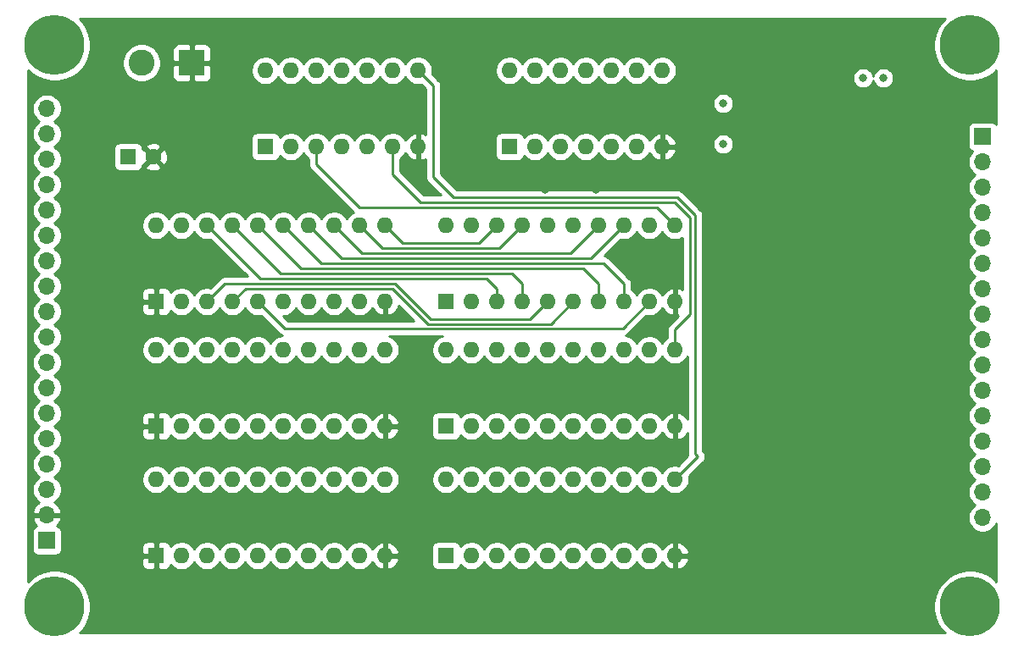
<source format=gbr>
%TF.GenerationSoftware,KiCad,Pcbnew,(5.1.9-0-10_14)*%
%TF.CreationDate,2021-07-04T10:57:10-04:00*%
%TF.ProjectId,register-smd,72656769-7374-4657-922d-736d642e6b69,rev?*%
%TF.SameCoordinates,Original*%
%TF.FileFunction,Copper,L4,Bot*%
%TF.FilePolarity,Positive*%
%FSLAX46Y46*%
G04 Gerber Fmt 4.6, Leading zero omitted, Abs format (unit mm)*
G04 Created by KiCad (PCBNEW (5.1.9-0-10_14)) date 2021-07-04 10:57:10*
%MOMM*%
%LPD*%
G01*
G04 APERTURE LIST*
%TA.AperFunction,ComponentPad*%
%ADD10O,1.700000X1.700000*%
%TD*%
%TA.AperFunction,ComponentPad*%
%ADD11R,1.700000X1.700000*%
%TD*%
%TA.AperFunction,ComponentPad*%
%ADD12O,1.600000X1.600000*%
%TD*%
%TA.AperFunction,ComponentPad*%
%ADD13R,1.600000X1.600000*%
%TD*%
%TA.AperFunction,ComponentPad*%
%ADD14C,1.600000*%
%TD*%
%TA.AperFunction,ComponentPad*%
%ADD15C,0.800000*%
%TD*%
%TA.AperFunction,ComponentPad*%
%ADD16C,6.000000*%
%TD*%
%TA.AperFunction,ComponentPad*%
%ADD17C,2.600000*%
%TD*%
%TA.AperFunction,ComponentPad*%
%ADD18R,2.600000X2.600000*%
%TD*%
%TA.AperFunction,ViaPad*%
%ADD19C,0.800000*%
%TD*%
%TA.AperFunction,Conductor*%
%ADD20C,0.250000*%
%TD*%
%TA.AperFunction,Conductor*%
%ADD21C,0.254000*%
%TD*%
%TA.AperFunction,Conductor*%
%ADD22C,0.100000*%
%TD*%
G04 APERTURE END LIST*
D10*
%TO.P,J2,16*%
%TO.N,/B7*%
X148590000Y-97028000D03*
%TO.P,J2,15*%
%TO.N,/B6*%
X148590000Y-94488000D03*
%TO.P,J2,14*%
%TO.N,/B5*%
X148590000Y-91948000D03*
%TO.P,J2,13*%
%TO.N,/B4*%
X148590000Y-89408000D03*
%TO.P,J2,12*%
%TO.N,/B3*%
X148590000Y-86868000D03*
%TO.P,J2,11*%
%TO.N,/B2*%
X148590000Y-84328000D03*
%TO.P,J2,10*%
%TO.N,/B1*%
X148590000Y-81788000D03*
%TO.P,J2,9*%
%TO.N,/B0*%
X148590000Y-79248000D03*
%TO.P,J2,8*%
%TO.N,/A7*%
X148590000Y-76708000D03*
%TO.P,J2,7*%
%TO.N,/A6*%
X148590000Y-74168000D03*
%TO.P,J2,6*%
%TO.N,/A5*%
X148590000Y-71628000D03*
%TO.P,J2,5*%
%TO.N,/A4*%
X148590000Y-69088000D03*
%TO.P,J2,4*%
%TO.N,/A3*%
X148590000Y-66548000D03*
%TO.P,J2,3*%
%TO.N,/A2*%
X148590000Y-64008000D03*
%TO.P,J2,2*%
%TO.N,/A1*%
X148590000Y-61468000D03*
D11*
%TO.P,J2,1*%
%TO.N,/A0*%
X148590000Y-58928000D03*
%TD*%
D12*
%TO.P,U47,20*%
%TO.N,VCC*%
X66040000Y-67818000D03*
%TO.P,U47,10*%
%TO.N,GND*%
X88900000Y-75438000D03*
%TO.P,U47,19*%
%TO.N,AO*%
X68580000Y-67818000D03*
%TO.P,U47,9*%
%TO.N,/A7*%
X86360000Y-75438000D03*
%TO.P,U47,18*%
%TO.N,BUS_00*%
X71120000Y-67818000D03*
%TO.P,U47,8*%
%TO.N,/A6*%
X83820000Y-75438000D03*
%TO.P,U47,17*%
%TO.N,BUS_01*%
X73660000Y-67818000D03*
%TO.P,U47,7*%
%TO.N,/A5*%
X81280000Y-75438000D03*
%TO.P,U47,16*%
%TO.N,BUS_02*%
X76200000Y-67818000D03*
%TO.P,U47,6*%
%TO.N,/A4*%
X78740000Y-75438000D03*
%TO.P,U47,15*%
%TO.N,BUS_03*%
X78740000Y-67818000D03*
%TO.P,U47,5*%
%TO.N,/A3*%
X76200000Y-75438000D03*
%TO.P,U47,14*%
%TO.N,BUS_04*%
X81280000Y-67818000D03*
%TO.P,U47,4*%
%TO.N,/A2*%
X73660000Y-75438000D03*
%TO.P,U47,13*%
%TO.N,BUS_05*%
X83820000Y-67818000D03*
%TO.P,U47,3*%
%TO.N,/A1*%
X71120000Y-75438000D03*
%TO.P,U47,12*%
%TO.N,BUS_06*%
X86360000Y-67818000D03*
%TO.P,U47,2*%
%TO.N,/A0*%
X68580000Y-75438000D03*
%TO.P,U47,11*%
%TO.N,BUS_07*%
X88900000Y-67818000D03*
D13*
%TO.P,U47,1*%
%TO.N,GND*%
X66040000Y-75438000D03*
%TD*%
D12*
%TO.P,U7,20*%
%TO.N,VCC*%
X66040000Y-93218000D03*
%TO.P,U7,10*%
%TO.N,GND*%
X88900000Y-100838000D03*
%TO.P,U7,19*%
%TO.N,CO*%
X68580000Y-93218000D03*
%TO.P,U7,9*%
%TO.N,/C7*%
X86360000Y-100838000D03*
%TO.P,U7,18*%
%TO.N,BUS_00*%
X71120000Y-93218000D03*
%TO.P,U7,8*%
%TO.N,/C6*%
X83820000Y-100838000D03*
%TO.P,U7,17*%
%TO.N,BUS_01*%
X73660000Y-93218000D03*
%TO.P,U7,7*%
%TO.N,/C5*%
X81280000Y-100838000D03*
%TO.P,U7,16*%
%TO.N,BUS_02*%
X76200000Y-93218000D03*
%TO.P,U7,6*%
%TO.N,/C4*%
X78740000Y-100838000D03*
%TO.P,U7,15*%
%TO.N,BUS_03*%
X78740000Y-93218000D03*
%TO.P,U7,5*%
%TO.N,/C3*%
X76200000Y-100838000D03*
%TO.P,U7,14*%
%TO.N,BUS_04*%
X81280000Y-93218000D03*
%TO.P,U7,4*%
%TO.N,/C2*%
X73660000Y-100838000D03*
%TO.P,U7,13*%
%TO.N,BUS_05*%
X83820000Y-93218000D03*
%TO.P,U7,3*%
%TO.N,/C1*%
X71120000Y-100838000D03*
%TO.P,U7,12*%
%TO.N,BUS_06*%
X86360000Y-93218000D03*
%TO.P,U7,2*%
%TO.N,/C0*%
X68580000Y-100838000D03*
%TO.P,U7,11*%
%TO.N,BUS_07*%
X88900000Y-93218000D03*
D13*
%TO.P,U7,1*%
%TO.N,GND*%
X66040000Y-100838000D03*
%TD*%
D12*
%TO.P,U6,20*%
%TO.N,VCC*%
X94996000Y-93218000D03*
%TO.P,U6,10*%
%TO.N,GND*%
X117856000Y-100838000D03*
%TO.P,U6,19*%
%TO.N,/C7*%
X97536000Y-93218000D03*
%TO.P,U6,9*%
%TO.N,/C3*%
X115316000Y-100838000D03*
%TO.P,U6,18*%
%TO.N,BUS_07*%
X100076000Y-93218000D03*
%TO.P,U6,8*%
%TO.N,BUS_03*%
X112776000Y-100838000D03*
%TO.P,U6,17*%
%TO.N,BUS_06*%
X102616000Y-93218000D03*
%TO.P,U6,7*%
%TO.N,BUS_02*%
X110236000Y-100838000D03*
%TO.P,U6,16*%
%TO.N,/C6*%
X105156000Y-93218000D03*
%TO.P,U6,6*%
%TO.N,/C2*%
X107696000Y-100838000D03*
%TO.P,U6,15*%
%TO.N,/C5*%
X107696000Y-93218000D03*
%TO.P,U6,5*%
%TO.N,/C1*%
X105156000Y-100838000D03*
%TO.P,U6,14*%
%TO.N,BUS_05*%
X110236000Y-93218000D03*
%TO.P,U6,4*%
%TO.N,BUS_01*%
X102616000Y-100838000D03*
%TO.P,U6,13*%
%TO.N,BUS_04*%
X112776000Y-93218000D03*
%TO.P,U6,3*%
%TO.N,BUS_00*%
X100076000Y-100838000D03*
%TO.P,U6,12*%
%TO.N,/C4*%
X115316000Y-93218000D03*
%TO.P,U6,2*%
%TO.N,/C0*%
X97536000Y-100838000D03*
%TO.P,U6,11*%
%TO.N,Net-(U2-Pad8)*%
X117856000Y-93218000D03*
D13*
%TO.P,U6,1*%
%TO.N,MR*%
X94996000Y-100838000D03*
%TD*%
D12*
%TO.P,U5,20*%
%TO.N,VCC*%
X66040000Y-80264000D03*
%TO.P,U5,10*%
%TO.N,GND*%
X88900000Y-87884000D03*
%TO.P,U5,19*%
%TO.N,BO*%
X68580000Y-80264000D03*
%TO.P,U5,9*%
%TO.N,/B7*%
X86360000Y-87884000D03*
%TO.P,U5,18*%
%TO.N,BUS_00*%
X71120000Y-80264000D03*
%TO.P,U5,8*%
%TO.N,/B6*%
X83820000Y-87884000D03*
%TO.P,U5,17*%
%TO.N,BUS_01*%
X73660000Y-80264000D03*
%TO.P,U5,7*%
%TO.N,/B5*%
X81280000Y-87884000D03*
%TO.P,U5,16*%
%TO.N,BUS_02*%
X76200000Y-80264000D03*
%TO.P,U5,6*%
%TO.N,/B4*%
X78740000Y-87884000D03*
%TO.P,U5,15*%
%TO.N,BUS_03*%
X78740000Y-80264000D03*
%TO.P,U5,5*%
%TO.N,/B3*%
X76200000Y-87884000D03*
%TO.P,U5,14*%
%TO.N,BUS_04*%
X81280000Y-80264000D03*
%TO.P,U5,4*%
%TO.N,/B2*%
X73660000Y-87884000D03*
%TO.P,U5,13*%
%TO.N,BUS_05*%
X83820000Y-80264000D03*
%TO.P,U5,3*%
%TO.N,/B1*%
X71120000Y-87884000D03*
%TO.P,U5,12*%
%TO.N,BUS_06*%
X86360000Y-80264000D03*
%TO.P,U5,2*%
%TO.N,/B0*%
X68580000Y-87884000D03*
%TO.P,U5,11*%
%TO.N,BUS_07*%
X88900000Y-80264000D03*
D13*
%TO.P,U5,1*%
%TO.N,GND*%
X66040000Y-87884000D03*
%TD*%
D12*
%TO.P,U4,14*%
%TO.N,VCC*%
X101346000Y-52324000D03*
%TO.P,U4,7*%
%TO.N,GND*%
X116586000Y-59944000D03*
%TO.P,U4,13*%
%TO.N,!CO*%
X103886000Y-52324000D03*
%TO.P,U4,6*%
%TO.N,BI*%
X114046000Y-59944000D03*
%TO.P,U4,12*%
%TO.N,CO*%
X106426000Y-52324000D03*
%TO.P,U4,5*%
%TO.N,!BI*%
X111506000Y-59944000D03*
%TO.P,U4,11*%
%TO.N,!CI*%
X108966000Y-52324000D03*
%TO.P,U4,4*%
%TO.N,AO*%
X108966000Y-59944000D03*
%TO.P,U4,10*%
%TO.N,CI*%
X111506000Y-52324000D03*
%TO.P,U4,3*%
%TO.N,!AO*%
X106426000Y-59944000D03*
%TO.P,U4,9*%
%TO.N,!BO*%
X114046000Y-52324000D03*
%TO.P,U4,2*%
%TO.N,AI*%
X103886000Y-59944000D03*
%TO.P,U4,8*%
%TO.N,BO*%
X116586000Y-52324000D03*
D13*
%TO.P,U4,1*%
%TO.N,!AI*%
X101346000Y-59944000D03*
%TD*%
D12*
%TO.P,U3,20*%
%TO.N,VCC*%
X94996000Y-80264000D03*
%TO.P,U3,10*%
%TO.N,GND*%
X117856000Y-87884000D03*
%TO.P,U3,19*%
%TO.N,/B7*%
X97536000Y-80264000D03*
%TO.P,U3,9*%
%TO.N,/B3*%
X115316000Y-87884000D03*
%TO.P,U3,18*%
%TO.N,BUS_07*%
X100076000Y-80264000D03*
%TO.P,U3,8*%
%TO.N,BUS_03*%
X112776000Y-87884000D03*
%TO.P,U3,17*%
%TO.N,BUS_06*%
X102616000Y-80264000D03*
%TO.P,U3,7*%
%TO.N,BUS_02*%
X110236000Y-87884000D03*
%TO.P,U3,16*%
%TO.N,/B6*%
X105156000Y-80264000D03*
%TO.P,U3,6*%
%TO.N,/B2*%
X107696000Y-87884000D03*
%TO.P,U3,15*%
%TO.N,/B5*%
X107696000Y-80264000D03*
%TO.P,U3,5*%
%TO.N,/B1*%
X105156000Y-87884000D03*
%TO.P,U3,14*%
%TO.N,BUS_05*%
X110236000Y-80264000D03*
%TO.P,U3,4*%
%TO.N,BUS_01*%
X102616000Y-87884000D03*
%TO.P,U3,13*%
%TO.N,BUS_04*%
X112776000Y-80264000D03*
%TO.P,U3,3*%
%TO.N,BUS_00*%
X100076000Y-87884000D03*
%TO.P,U3,12*%
%TO.N,/B4*%
X115316000Y-80264000D03*
%TO.P,U3,2*%
%TO.N,/B0*%
X97536000Y-87884000D03*
%TO.P,U3,11*%
%TO.N,Net-(U2-Pad6)*%
X117856000Y-80264000D03*
D13*
%TO.P,U3,1*%
%TO.N,MR*%
X94996000Y-87884000D03*
%TD*%
D12*
%TO.P,U2,14*%
%TO.N,VCC*%
X76962000Y-52324000D03*
%TO.P,U2,7*%
%TO.N,GND*%
X92202000Y-59944000D03*
%TO.P,U2,13*%
%TO.N,N/C*%
X79502000Y-52324000D03*
%TO.P,U2,6*%
%TO.N,Net-(U2-Pad6)*%
X89662000Y-59944000D03*
%TO.P,U2,12*%
%TO.N,N/C*%
X82042000Y-52324000D03*
%TO.P,U2,5*%
%TO.N,CLOCK*%
X87122000Y-59944000D03*
%TO.P,U2,11*%
%TO.N,N/C*%
X84582000Y-52324000D03*
%TO.P,U2,4*%
%TO.N,BI*%
X84582000Y-59944000D03*
%TO.P,U2,10*%
%TO.N,CLOCK*%
X87122000Y-52324000D03*
%TO.P,U2,3*%
%TO.N,Net-(U1-Pad11)*%
X82042000Y-59944000D03*
%TO.P,U2,9*%
%TO.N,CI*%
X89662000Y-52324000D03*
%TO.P,U2,2*%
%TO.N,CLOCK*%
X79502000Y-59944000D03*
%TO.P,U2,8*%
%TO.N,Net-(U2-Pad8)*%
X92202000Y-52324000D03*
D13*
%TO.P,U2,1*%
%TO.N,AI*%
X76962000Y-59944000D03*
%TD*%
D12*
%TO.P,U1,20*%
%TO.N,VCC*%
X94996000Y-67818000D03*
%TO.P,U1,10*%
%TO.N,GND*%
X117856000Y-75438000D03*
%TO.P,U1,19*%
%TO.N,/A7*%
X97536000Y-67818000D03*
%TO.P,U1,9*%
%TO.N,/A3*%
X115316000Y-75438000D03*
%TO.P,U1,18*%
%TO.N,BUS_07*%
X100076000Y-67818000D03*
%TO.P,U1,8*%
%TO.N,BUS_03*%
X112776000Y-75438000D03*
%TO.P,U1,17*%
%TO.N,BUS_06*%
X102616000Y-67818000D03*
%TO.P,U1,7*%
%TO.N,BUS_02*%
X110236000Y-75438000D03*
%TO.P,U1,16*%
%TO.N,/A6*%
X105156000Y-67818000D03*
%TO.P,U1,6*%
%TO.N,/A2*%
X107696000Y-75438000D03*
%TO.P,U1,15*%
%TO.N,/A5*%
X107696000Y-67818000D03*
%TO.P,U1,5*%
%TO.N,/A1*%
X105156000Y-75438000D03*
%TO.P,U1,14*%
%TO.N,BUS_05*%
X110236000Y-67818000D03*
%TO.P,U1,4*%
%TO.N,BUS_01*%
X102616000Y-75438000D03*
%TO.P,U1,13*%
%TO.N,BUS_04*%
X112776000Y-67818000D03*
%TO.P,U1,3*%
%TO.N,BUS_00*%
X100076000Y-75438000D03*
%TO.P,U1,12*%
%TO.N,/A4*%
X115316000Y-67818000D03*
%TO.P,U1,2*%
%TO.N,/A0*%
X97536000Y-75438000D03*
%TO.P,U1,11*%
%TO.N,Net-(U1-Pad11)*%
X117856000Y-67818000D03*
D13*
%TO.P,U1,1*%
%TO.N,MR*%
X94996000Y-75438000D03*
%TD*%
D14*
%TO.P,C4,2*%
%TO.N,GND*%
X65746000Y-60960000D03*
D13*
%TO.P,C4,1*%
%TO.N,VCC*%
X63246000Y-60960000D03*
%TD*%
D10*
%TO.P,J8,18*%
%TO.N,!CO*%
X55118000Y-56134000D03*
%TO.P,J8,17*%
%TO.N,!CI*%
X55118000Y-58674000D03*
%TO.P,J8,16*%
%TO.N,!BO*%
X55118000Y-61214000D03*
%TO.P,J8,15*%
%TO.N,!BI*%
X55118000Y-63754000D03*
%TO.P,J8,14*%
%TO.N,!AO*%
X55118000Y-66294000D03*
%TO.P,J8,13*%
%TO.N,!AI*%
X55118000Y-68834000D03*
%TO.P,J8,12*%
%TO.N,MR*%
X55118000Y-71374000D03*
%TO.P,J8,11*%
%TO.N,CLOCK*%
X55118000Y-73914000D03*
%TO.P,J8,10*%
%TO.N,BUS_07*%
X55118000Y-76454000D03*
%TO.P,J8,9*%
%TO.N,BUS_06*%
X55118000Y-78994000D03*
%TO.P,J8,8*%
%TO.N,BUS_05*%
X55118000Y-81534000D03*
%TO.P,J8,7*%
%TO.N,BUS_04*%
X55118000Y-84074000D03*
%TO.P,J8,6*%
%TO.N,BUS_03*%
X55118000Y-86614000D03*
%TO.P,J8,5*%
%TO.N,BUS_02*%
X55118000Y-89154000D03*
%TO.P,J8,4*%
%TO.N,BUS_01*%
X55118000Y-91694000D03*
%TO.P,J8,3*%
%TO.N,BUS_00*%
X55118000Y-94234000D03*
%TO.P,J8,2*%
%TO.N,GND*%
X55118000Y-96774000D03*
D11*
%TO.P,J8,1*%
%TO.N,VCC*%
X55118000Y-99314000D03*
%TD*%
D15*
%TO.P,REF\u002A\u002A,1*%
%TO.N,N/C*%
X148910990Y-104327010D03*
X147320000Y-103668000D03*
X145729010Y-104327010D03*
X145070000Y-105918000D03*
X145729010Y-107508990D03*
X147320000Y-108168000D03*
X148910990Y-107508990D03*
X149570000Y-105918000D03*
D16*
X147320000Y-105918000D03*
%TD*%
%TO.P,REF\u002A\u002A,1*%
%TO.N,N/C*%
X147320000Y-49784000D03*
D15*
X149570000Y-49784000D03*
X148910990Y-51374990D03*
X147320000Y-52034000D03*
X145729010Y-51374990D03*
X145070000Y-49784000D03*
X145729010Y-48193010D03*
X147320000Y-47534000D03*
X148910990Y-48193010D03*
%TD*%
D16*
%TO.P,REF\u002A\u002A,1*%
%TO.N,N/C*%
X55880000Y-105918000D03*
D15*
X58130000Y-105918000D03*
X57470990Y-107508990D03*
X55880000Y-108168000D03*
X54289010Y-107508990D03*
X53630000Y-105918000D03*
X54289010Y-104327010D03*
X55880000Y-103668000D03*
X57470990Y-104327010D03*
%TD*%
D17*
%TO.P,J1,2*%
%TO.N,VCC*%
X64596000Y-51562000D03*
D18*
%TO.P,J1,1*%
%TO.N,GND*%
X69596000Y-51562000D03*
%TD*%
D15*
%TO.P,REF\u002A\u002A,1*%
%TO.N,N/C*%
X57470990Y-48193010D03*
X55880000Y-47534000D03*
X54289010Y-48193010D03*
X53630000Y-49784000D03*
X54289010Y-51374990D03*
X55880000Y-52034000D03*
X57470990Y-51374990D03*
X58130000Y-49784000D03*
D16*
X55880000Y-49784000D03*
%TD*%
D19*
%TO.N,GND*%
X121412000Y-49530000D03*
X109982000Y-64262000D03*
X104902000Y-64262000D03*
X125730000Y-66040000D03*
X141732000Y-66040000D03*
%TO.N,AI*%
X122682000Y-59690000D03*
%TO.N,AO*%
X122682000Y-55626000D03*
%TO.N,CI*%
X136652000Y-53086000D03*
%TO.N,CO*%
X138684000Y-53086000D03*
%TD*%
D20*
%TO.N,BUS_07*%
X88900000Y-67818000D02*
X90678000Y-69596000D01*
X98298000Y-69596000D02*
X100076000Y-67818000D01*
X90678000Y-69596000D02*
X98298000Y-69596000D01*
%TO.N,BUS_06*%
X86360000Y-67818000D02*
X88646000Y-70104000D01*
X100330000Y-70104000D02*
X102616000Y-67818000D01*
X88646000Y-70104000D02*
X100330000Y-70104000D01*
%TO.N,BUS_05*%
X107442000Y-70612000D02*
X110236000Y-67818000D01*
X86614000Y-70612000D02*
X107442000Y-70612000D01*
X83820000Y-67818000D02*
X86614000Y-70612000D01*
%TO.N,BUS_04*%
X81280000Y-67818000D02*
X84582000Y-71120000D01*
X109474000Y-71120000D02*
X112776000Y-67818000D01*
X84582000Y-71120000D02*
X109474000Y-71120000D01*
%TO.N,BUS_03*%
X78740000Y-67818000D02*
X82550000Y-71628000D01*
X82550000Y-71628000D02*
X110744000Y-71628000D01*
X112776000Y-73660000D02*
X112776000Y-75438000D01*
X110744000Y-71628000D02*
X112776000Y-73660000D01*
%TO.N,BUS_02*%
X76200000Y-67818000D02*
X80518000Y-72136000D01*
X80518000Y-72136000D02*
X108712000Y-72136000D01*
X110236000Y-73660000D02*
X110236000Y-75438000D01*
X108712000Y-72136000D02*
X110236000Y-73660000D01*
%TO.N,BUS_01*%
X73660000Y-67818000D02*
X78486000Y-72644000D01*
X78486000Y-72644000D02*
X101600000Y-72644000D01*
X102616000Y-73660000D02*
X102616000Y-75438000D01*
X101600000Y-72644000D02*
X102616000Y-73660000D01*
%TO.N,BUS_00*%
X71120000Y-67818000D02*
X76454000Y-73152000D01*
X76454000Y-73152000D02*
X99060000Y-73152000D01*
X100076000Y-74168000D02*
X100076000Y-75438000D01*
X99060000Y-73152000D02*
X100076000Y-74168000D01*
%TO.N,Net-(U1-Pad11)*%
X117856000Y-67818000D02*
X116078000Y-66040000D01*
X116078000Y-66040000D02*
X86360000Y-66040000D01*
X82042000Y-61722000D02*
X82042000Y-59944000D01*
X86360000Y-66040000D02*
X82042000Y-61722000D01*
%TO.N,/A1*%
X71120000Y-75438000D02*
X72898000Y-73660000D01*
X72898000Y-73660000D02*
X89916000Y-73660000D01*
X89916000Y-73660000D02*
X93472000Y-77216000D01*
X103378000Y-77216000D02*
X105156000Y-75438000D01*
X93472000Y-77216000D02*
X103378000Y-77216000D01*
%TO.N,/A2*%
X107696000Y-75438000D02*
X105467989Y-77666011D01*
X105467989Y-77666011D02*
X93160011Y-77666011D01*
X93160011Y-77666011D02*
X89604011Y-74110011D01*
X89604011Y-74110011D02*
X74987989Y-74110011D01*
X74987989Y-74110011D02*
X73660000Y-75438000D01*
%TO.N,/A3*%
X112637978Y-78116022D02*
X115316000Y-75438000D01*
X76200000Y-75438000D02*
X78878022Y-78116022D01*
X78878022Y-78116022D02*
X112637978Y-78116022D01*
%TO.N,Net-(U2-Pad6)*%
X92456000Y-65532000D02*
X89662000Y-62738000D01*
X117856000Y-65532000D02*
X92456000Y-65532000D01*
X119380000Y-67056000D02*
X117856000Y-65532000D01*
X89662000Y-62738000D02*
X89662000Y-59944000D01*
X117856000Y-80264000D02*
X117856000Y-78232000D01*
X119380000Y-76708000D02*
X119380000Y-67056000D01*
X117856000Y-78232000D02*
X119380000Y-76708000D01*
%TO.N,Net-(U2-Pad8)*%
X93726000Y-62992000D02*
X93726000Y-53848000D01*
X95758000Y-65024000D02*
X93726000Y-62992000D01*
X118110000Y-65024000D02*
X95758000Y-65024000D01*
X119888000Y-66802000D02*
X118110000Y-65024000D01*
X93726000Y-53848000D02*
X92202000Y-52324000D01*
X119888000Y-90678000D02*
X119888000Y-66802000D01*
X120142000Y-90932000D02*
X119888000Y-90678000D01*
X117856000Y-93218000D02*
X120142000Y-90932000D01*
%TD*%
D21*
%TO.N,GND*%
X144496511Y-47466823D02*
X144098705Y-48062182D01*
X143824691Y-48723710D01*
X143685000Y-49425984D01*
X143685000Y-50142016D01*
X143824691Y-50844290D01*
X144098705Y-51505818D01*
X144496511Y-52101177D01*
X145002823Y-52607489D01*
X145598182Y-53005295D01*
X146259710Y-53279309D01*
X146961984Y-53419000D01*
X147678016Y-53419000D01*
X148380290Y-53279309D01*
X149041818Y-53005295D01*
X149637177Y-52607489D01*
X149962000Y-52282666D01*
X149962000Y-57713104D01*
X149891185Y-57626815D01*
X149794494Y-57547463D01*
X149684180Y-57488498D01*
X149564482Y-57452188D01*
X149440000Y-57439928D01*
X147740000Y-57439928D01*
X147615518Y-57452188D01*
X147495820Y-57488498D01*
X147385506Y-57547463D01*
X147288815Y-57626815D01*
X147209463Y-57723506D01*
X147150498Y-57833820D01*
X147114188Y-57953518D01*
X147101928Y-58078000D01*
X147101928Y-59778000D01*
X147114188Y-59902482D01*
X147150498Y-60022180D01*
X147209463Y-60132494D01*
X147288815Y-60229185D01*
X147385506Y-60308537D01*
X147495820Y-60367502D01*
X147568380Y-60389513D01*
X147436525Y-60521368D01*
X147274010Y-60764589D01*
X147162068Y-61034842D01*
X147105000Y-61321740D01*
X147105000Y-61614260D01*
X147162068Y-61901158D01*
X147274010Y-62171411D01*
X147436525Y-62414632D01*
X147643368Y-62621475D01*
X147817760Y-62738000D01*
X147643368Y-62854525D01*
X147436525Y-63061368D01*
X147274010Y-63304589D01*
X147162068Y-63574842D01*
X147105000Y-63861740D01*
X147105000Y-64154260D01*
X147162068Y-64441158D01*
X147274010Y-64711411D01*
X147436525Y-64954632D01*
X147643368Y-65161475D01*
X147817760Y-65278000D01*
X147643368Y-65394525D01*
X147436525Y-65601368D01*
X147274010Y-65844589D01*
X147162068Y-66114842D01*
X147105000Y-66401740D01*
X147105000Y-66694260D01*
X147162068Y-66981158D01*
X147274010Y-67251411D01*
X147436525Y-67494632D01*
X147643368Y-67701475D01*
X147817760Y-67818000D01*
X147643368Y-67934525D01*
X147436525Y-68141368D01*
X147274010Y-68384589D01*
X147162068Y-68654842D01*
X147105000Y-68941740D01*
X147105000Y-69234260D01*
X147162068Y-69521158D01*
X147274010Y-69791411D01*
X147436525Y-70034632D01*
X147643368Y-70241475D01*
X147817760Y-70358000D01*
X147643368Y-70474525D01*
X147436525Y-70681368D01*
X147274010Y-70924589D01*
X147162068Y-71194842D01*
X147105000Y-71481740D01*
X147105000Y-71774260D01*
X147162068Y-72061158D01*
X147274010Y-72331411D01*
X147436525Y-72574632D01*
X147643368Y-72781475D01*
X147817760Y-72898000D01*
X147643368Y-73014525D01*
X147436525Y-73221368D01*
X147274010Y-73464589D01*
X147162068Y-73734842D01*
X147105000Y-74021740D01*
X147105000Y-74314260D01*
X147162068Y-74601158D01*
X147274010Y-74871411D01*
X147436525Y-75114632D01*
X147643368Y-75321475D01*
X147817760Y-75438000D01*
X147643368Y-75554525D01*
X147436525Y-75761368D01*
X147274010Y-76004589D01*
X147162068Y-76274842D01*
X147105000Y-76561740D01*
X147105000Y-76854260D01*
X147162068Y-77141158D01*
X147274010Y-77411411D01*
X147436525Y-77654632D01*
X147643368Y-77861475D01*
X147817760Y-77978000D01*
X147643368Y-78094525D01*
X147436525Y-78301368D01*
X147274010Y-78544589D01*
X147162068Y-78814842D01*
X147105000Y-79101740D01*
X147105000Y-79394260D01*
X147162068Y-79681158D01*
X147274010Y-79951411D01*
X147436525Y-80194632D01*
X147643368Y-80401475D01*
X147817760Y-80518000D01*
X147643368Y-80634525D01*
X147436525Y-80841368D01*
X147274010Y-81084589D01*
X147162068Y-81354842D01*
X147105000Y-81641740D01*
X147105000Y-81934260D01*
X147162068Y-82221158D01*
X147274010Y-82491411D01*
X147436525Y-82734632D01*
X147643368Y-82941475D01*
X147817760Y-83058000D01*
X147643368Y-83174525D01*
X147436525Y-83381368D01*
X147274010Y-83624589D01*
X147162068Y-83894842D01*
X147105000Y-84181740D01*
X147105000Y-84474260D01*
X147162068Y-84761158D01*
X147274010Y-85031411D01*
X147436525Y-85274632D01*
X147643368Y-85481475D01*
X147817760Y-85598000D01*
X147643368Y-85714525D01*
X147436525Y-85921368D01*
X147274010Y-86164589D01*
X147162068Y-86434842D01*
X147105000Y-86721740D01*
X147105000Y-87014260D01*
X147162068Y-87301158D01*
X147274010Y-87571411D01*
X147436525Y-87814632D01*
X147643368Y-88021475D01*
X147817760Y-88138000D01*
X147643368Y-88254525D01*
X147436525Y-88461368D01*
X147274010Y-88704589D01*
X147162068Y-88974842D01*
X147105000Y-89261740D01*
X147105000Y-89554260D01*
X147162068Y-89841158D01*
X147274010Y-90111411D01*
X147436525Y-90354632D01*
X147643368Y-90561475D01*
X147817760Y-90678000D01*
X147643368Y-90794525D01*
X147436525Y-91001368D01*
X147274010Y-91244589D01*
X147162068Y-91514842D01*
X147105000Y-91801740D01*
X147105000Y-92094260D01*
X147162068Y-92381158D01*
X147274010Y-92651411D01*
X147436525Y-92894632D01*
X147643368Y-93101475D01*
X147817760Y-93218000D01*
X147643368Y-93334525D01*
X147436525Y-93541368D01*
X147274010Y-93784589D01*
X147162068Y-94054842D01*
X147105000Y-94341740D01*
X147105000Y-94634260D01*
X147162068Y-94921158D01*
X147274010Y-95191411D01*
X147436525Y-95434632D01*
X147643368Y-95641475D01*
X147817760Y-95758000D01*
X147643368Y-95874525D01*
X147436525Y-96081368D01*
X147274010Y-96324589D01*
X147162068Y-96594842D01*
X147105000Y-96881740D01*
X147105000Y-97174260D01*
X147162068Y-97461158D01*
X147274010Y-97731411D01*
X147436525Y-97974632D01*
X147643368Y-98181475D01*
X147886589Y-98343990D01*
X148156842Y-98455932D01*
X148443740Y-98513000D01*
X148736260Y-98513000D01*
X149023158Y-98455932D01*
X149293411Y-98343990D01*
X149536632Y-98181475D01*
X149743475Y-97974632D01*
X149905990Y-97731411D01*
X149962001Y-97596188D01*
X149962001Y-103419335D01*
X149637177Y-103094511D01*
X149041818Y-102696705D01*
X148380290Y-102422691D01*
X147678016Y-102283000D01*
X146961984Y-102283000D01*
X146259710Y-102422691D01*
X145598182Y-102696705D01*
X145002823Y-103094511D01*
X144496511Y-103600823D01*
X144098705Y-104196182D01*
X143824691Y-104857710D01*
X143685000Y-105559984D01*
X143685000Y-106276016D01*
X143824691Y-106978290D01*
X144098705Y-107639818D01*
X144496511Y-108235177D01*
X144821334Y-108560000D01*
X58378666Y-108560000D01*
X58703489Y-108235177D01*
X59101295Y-107639818D01*
X59375309Y-106978290D01*
X59515000Y-106276016D01*
X59515000Y-105559984D01*
X59375309Y-104857710D01*
X59101295Y-104196182D01*
X58703489Y-103600823D01*
X58197177Y-103094511D01*
X57601818Y-102696705D01*
X56940290Y-102422691D01*
X56238016Y-102283000D01*
X55521984Y-102283000D01*
X54819710Y-102422691D01*
X54158182Y-102696705D01*
X53562823Y-103094511D01*
X53238000Y-103419334D01*
X53238000Y-101638000D01*
X64601928Y-101638000D01*
X64614188Y-101762482D01*
X64650498Y-101882180D01*
X64709463Y-101992494D01*
X64788815Y-102089185D01*
X64885506Y-102168537D01*
X64995820Y-102227502D01*
X65115518Y-102263812D01*
X65240000Y-102276072D01*
X65754250Y-102273000D01*
X65913000Y-102114250D01*
X65913000Y-100965000D01*
X64763750Y-100965000D01*
X64605000Y-101123750D01*
X64601928Y-101638000D01*
X53238000Y-101638000D01*
X53238000Y-98464000D01*
X53629928Y-98464000D01*
X53629928Y-100164000D01*
X53642188Y-100288482D01*
X53678498Y-100408180D01*
X53737463Y-100518494D01*
X53816815Y-100615185D01*
X53913506Y-100694537D01*
X54023820Y-100753502D01*
X54143518Y-100789812D01*
X54268000Y-100802072D01*
X55968000Y-100802072D01*
X56092482Y-100789812D01*
X56212180Y-100753502D01*
X56322494Y-100694537D01*
X56419185Y-100615185D01*
X56498537Y-100518494D01*
X56557502Y-100408180D01*
X56593812Y-100288482D01*
X56606072Y-100164000D01*
X56606072Y-100038000D01*
X64601928Y-100038000D01*
X64605000Y-100552250D01*
X64763750Y-100711000D01*
X65913000Y-100711000D01*
X65913000Y-99561750D01*
X66167000Y-99561750D01*
X66167000Y-100711000D01*
X66187000Y-100711000D01*
X66187000Y-100965000D01*
X66167000Y-100965000D01*
X66167000Y-102114250D01*
X66325750Y-102273000D01*
X66840000Y-102276072D01*
X66964482Y-102263812D01*
X67084180Y-102227502D01*
X67194494Y-102168537D01*
X67291185Y-102089185D01*
X67370537Y-101992494D01*
X67429502Y-101882180D01*
X67465812Y-101762482D01*
X67466643Y-101754039D01*
X67665241Y-101952637D01*
X67900273Y-102109680D01*
X68161426Y-102217853D01*
X68438665Y-102273000D01*
X68721335Y-102273000D01*
X68998574Y-102217853D01*
X69259727Y-102109680D01*
X69494759Y-101952637D01*
X69694637Y-101752759D01*
X69850000Y-101520241D01*
X70005363Y-101752759D01*
X70205241Y-101952637D01*
X70440273Y-102109680D01*
X70701426Y-102217853D01*
X70978665Y-102273000D01*
X71261335Y-102273000D01*
X71538574Y-102217853D01*
X71799727Y-102109680D01*
X72034759Y-101952637D01*
X72234637Y-101752759D01*
X72390000Y-101520241D01*
X72545363Y-101752759D01*
X72745241Y-101952637D01*
X72980273Y-102109680D01*
X73241426Y-102217853D01*
X73518665Y-102273000D01*
X73801335Y-102273000D01*
X74078574Y-102217853D01*
X74339727Y-102109680D01*
X74574759Y-101952637D01*
X74774637Y-101752759D01*
X74930000Y-101520241D01*
X75085363Y-101752759D01*
X75285241Y-101952637D01*
X75520273Y-102109680D01*
X75781426Y-102217853D01*
X76058665Y-102273000D01*
X76341335Y-102273000D01*
X76618574Y-102217853D01*
X76879727Y-102109680D01*
X77114759Y-101952637D01*
X77314637Y-101752759D01*
X77470000Y-101520241D01*
X77625363Y-101752759D01*
X77825241Y-101952637D01*
X78060273Y-102109680D01*
X78321426Y-102217853D01*
X78598665Y-102273000D01*
X78881335Y-102273000D01*
X79158574Y-102217853D01*
X79419727Y-102109680D01*
X79654759Y-101952637D01*
X79854637Y-101752759D01*
X80010000Y-101520241D01*
X80165363Y-101752759D01*
X80365241Y-101952637D01*
X80600273Y-102109680D01*
X80861426Y-102217853D01*
X81138665Y-102273000D01*
X81421335Y-102273000D01*
X81698574Y-102217853D01*
X81959727Y-102109680D01*
X82194759Y-101952637D01*
X82394637Y-101752759D01*
X82550000Y-101520241D01*
X82705363Y-101752759D01*
X82905241Y-101952637D01*
X83140273Y-102109680D01*
X83401426Y-102217853D01*
X83678665Y-102273000D01*
X83961335Y-102273000D01*
X84238574Y-102217853D01*
X84499727Y-102109680D01*
X84734759Y-101952637D01*
X84934637Y-101752759D01*
X85090000Y-101520241D01*
X85245363Y-101752759D01*
X85445241Y-101952637D01*
X85680273Y-102109680D01*
X85941426Y-102217853D01*
X86218665Y-102273000D01*
X86501335Y-102273000D01*
X86778574Y-102217853D01*
X87039727Y-102109680D01*
X87274759Y-101952637D01*
X87474637Y-101752759D01*
X87631680Y-101517727D01*
X87636067Y-101507135D01*
X87747615Y-101693131D01*
X87936586Y-101901519D01*
X88162580Y-102069037D01*
X88416913Y-102189246D01*
X88550961Y-102229904D01*
X88773000Y-102107915D01*
X88773000Y-100965000D01*
X89027000Y-100965000D01*
X89027000Y-102107915D01*
X89249039Y-102229904D01*
X89383087Y-102189246D01*
X89637420Y-102069037D01*
X89863414Y-101901519D01*
X90052385Y-101693131D01*
X90197070Y-101451881D01*
X90291909Y-101187040D01*
X90170624Y-100965000D01*
X89027000Y-100965000D01*
X88773000Y-100965000D01*
X88753000Y-100965000D01*
X88753000Y-100711000D01*
X88773000Y-100711000D01*
X88773000Y-99568085D01*
X89027000Y-99568085D01*
X89027000Y-100711000D01*
X90170624Y-100711000D01*
X90291909Y-100488960D01*
X90197070Y-100224119D01*
X90085449Y-100038000D01*
X93557928Y-100038000D01*
X93557928Y-101638000D01*
X93570188Y-101762482D01*
X93606498Y-101882180D01*
X93665463Y-101992494D01*
X93744815Y-102089185D01*
X93841506Y-102168537D01*
X93951820Y-102227502D01*
X94071518Y-102263812D01*
X94196000Y-102276072D01*
X95796000Y-102276072D01*
X95920482Y-102263812D01*
X96040180Y-102227502D01*
X96150494Y-102168537D01*
X96247185Y-102089185D01*
X96326537Y-101992494D01*
X96385502Y-101882180D01*
X96421812Y-101762482D01*
X96422643Y-101754039D01*
X96621241Y-101952637D01*
X96856273Y-102109680D01*
X97117426Y-102217853D01*
X97394665Y-102273000D01*
X97677335Y-102273000D01*
X97954574Y-102217853D01*
X98215727Y-102109680D01*
X98450759Y-101952637D01*
X98650637Y-101752759D01*
X98806000Y-101520241D01*
X98961363Y-101752759D01*
X99161241Y-101952637D01*
X99396273Y-102109680D01*
X99657426Y-102217853D01*
X99934665Y-102273000D01*
X100217335Y-102273000D01*
X100494574Y-102217853D01*
X100755727Y-102109680D01*
X100990759Y-101952637D01*
X101190637Y-101752759D01*
X101346000Y-101520241D01*
X101501363Y-101752759D01*
X101701241Y-101952637D01*
X101936273Y-102109680D01*
X102197426Y-102217853D01*
X102474665Y-102273000D01*
X102757335Y-102273000D01*
X103034574Y-102217853D01*
X103295727Y-102109680D01*
X103530759Y-101952637D01*
X103730637Y-101752759D01*
X103886000Y-101520241D01*
X104041363Y-101752759D01*
X104241241Y-101952637D01*
X104476273Y-102109680D01*
X104737426Y-102217853D01*
X105014665Y-102273000D01*
X105297335Y-102273000D01*
X105574574Y-102217853D01*
X105835727Y-102109680D01*
X106070759Y-101952637D01*
X106270637Y-101752759D01*
X106426000Y-101520241D01*
X106581363Y-101752759D01*
X106781241Y-101952637D01*
X107016273Y-102109680D01*
X107277426Y-102217853D01*
X107554665Y-102273000D01*
X107837335Y-102273000D01*
X108114574Y-102217853D01*
X108375727Y-102109680D01*
X108610759Y-101952637D01*
X108810637Y-101752759D01*
X108966000Y-101520241D01*
X109121363Y-101752759D01*
X109321241Y-101952637D01*
X109556273Y-102109680D01*
X109817426Y-102217853D01*
X110094665Y-102273000D01*
X110377335Y-102273000D01*
X110654574Y-102217853D01*
X110915727Y-102109680D01*
X111150759Y-101952637D01*
X111350637Y-101752759D01*
X111506000Y-101520241D01*
X111661363Y-101752759D01*
X111861241Y-101952637D01*
X112096273Y-102109680D01*
X112357426Y-102217853D01*
X112634665Y-102273000D01*
X112917335Y-102273000D01*
X113194574Y-102217853D01*
X113455727Y-102109680D01*
X113690759Y-101952637D01*
X113890637Y-101752759D01*
X114046000Y-101520241D01*
X114201363Y-101752759D01*
X114401241Y-101952637D01*
X114636273Y-102109680D01*
X114897426Y-102217853D01*
X115174665Y-102273000D01*
X115457335Y-102273000D01*
X115734574Y-102217853D01*
X115995727Y-102109680D01*
X116230759Y-101952637D01*
X116430637Y-101752759D01*
X116587680Y-101517727D01*
X116592067Y-101507135D01*
X116703615Y-101693131D01*
X116892586Y-101901519D01*
X117118580Y-102069037D01*
X117372913Y-102189246D01*
X117506961Y-102229904D01*
X117729000Y-102107915D01*
X117729000Y-100965000D01*
X117983000Y-100965000D01*
X117983000Y-102107915D01*
X118205039Y-102229904D01*
X118339087Y-102189246D01*
X118593420Y-102069037D01*
X118819414Y-101901519D01*
X119008385Y-101693131D01*
X119153070Y-101451881D01*
X119247909Y-101187040D01*
X119126624Y-100965000D01*
X117983000Y-100965000D01*
X117729000Y-100965000D01*
X117709000Y-100965000D01*
X117709000Y-100711000D01*
X117729000Y-100711000D01*
X117729000Y-99568085D01*
X117983000Y-99568085D01*
X117983000Y-100711000D01*
X119126624Y-100711000D01*
X119247909Y-100488960D01*
X119153070Y-100224119D01*
X119008385Y-99982869D01*
X118819414Y-99774481D01*
X118593420Y-99606963D01*
X118339087Y-99486754D01*
X118205039Y-99446096D01*
X117983000Y-99568085D01*
X117729000Y-99568085D01*
X117506961Y-99446096D01*
X117372913Y-99486754D01*
X117118580Y-99606963D01*
X116892586Y-99774481D01*
X116703615Y-99982869D01*
X116592067Y-100168865D01*
X116587680Y-100158273D01*
X116430637Y-99923241D01*
X116230759Y-99723363D01*
X115995727Y-99566320D01*
X115734574Y-99458147D01*
X115457335Y-99403000D01*
X115174665Y-99403000D01*
X114897426Y-99458147D01*
X114636273Y-99566320D01*
X114401241Y-99723363D01*
X114201363Y-99923241D01*
X114046000Y-100155759D01*
X113890637Y-99923241D01*
X113690759Y-99723363D01*
X113455727Y-99566320D01*
X113194574Y-99458147D01*
X112917335Y-99403000D01*
X112634665Y-99403000D01*
X112357426Y-99458147D01*
X112096273Y-99566320D01*
X111861241Y-99723363D01*
X111661363Y-99923241D01*
X111506000Y-100155759D01*
X111350637Y-99923241D01*
X111150759Y-99723363D01*
X110915727Y-99566320D01*
X110654574Y-99458147D01*
X110377335Y-99403000D01*
X110094665Y-99403000D01*
X109817426Y-99458147D01*
X109556273Y-99566320D01*
X109321241Y-99723363D01*
X109121363Y-99923241D01*
X108966000Y-100155759D01*
X108810637Y-99923241D01*
X108610759Y-99723363D01*
X108375727Y-99566320D01*
X108114574Y-99458147D01*
X107837335Y-99403000D01*
X107554665Y-99403000D01*
X107277426Y-99458147D01*
X107016273Y-99566320D01*
X106781241Y-99723363D01*
X106581363Y-99923241D01*
X106426000Y-100155759D01*
X106270637Y-99923241D01*
X106070759Y-99723363D01*
X105835727Y-99566320D01*
X105574574Y-99458147D01*
X105297335Y-99403000D01*
X105014665Y-99403000D01*
X104737426Y-99458147D01*
X104476273Y-99566320D01*
X104241241Y-99723363D01*
X104041363Y-99923241D01*
X103886000Y-100155759D01*
X103730637Y-99923241D01*
X103530759Y-99723363D01*
X103295727Y-99566320D01*
X103034574Y-99458147D01*
X102757335Y-99403000D01*
X102474665Y-99403000D01*
X102197426Y-99458147D01*
X101936273Y-99566320D01*
X101701241Y-99723363D01*
X101501363Y-99923241D01*
X101346000Y-100155759D01*
X101190637Y-99923241D01*
X100990759Y-99723363D01*
X100755727Y-99566320D01*
X100494574Y-99458147D01*
X100217335Y-99403000D01*
X99934665Y-99403000D01*
X99657426Y-99458147D01*
X99396273Y-99566320D01*
X99161241Y-99723363D01*
X98961363Y-99923241D01*
X98806000Y-100155759D01*
X98650637Y-99923241D01*
X98450759Y-99723363D01*
X98215727Y-99566320D01*
X97954574Y-99458147D01*
X97677335Y-99403000D01*
X97394665Y-99403000D01*
X97117426Y-99458147D01*
X96856273Y-99566320D01*
X96621241Y-99723363D01*
X96422643Y-99921961D01*
X96421812Y-99913518D01*
X96385502Y-99793820D01*
X96326537Y-99683506D01*
X96247185Y-99586815D01*
X96150494Y-99507463D01*
X96040180Y-99448498D01*
X95920482Y-99412188D01*
X95796000Y-99399928D01*
X94196000Y-99399928D01*
X94071518Y-99412188D01*
X93951820Y-99448498D01*
X93841506Y-99507463D01*
X93744815Y-99586815D01*
X93665463Y-99683506D01*
X93606498Y-99793820D01*
X93570188Y-99913518D01*
X93557928Y-100038000D01*
X90085449Y-100038000D01*
X90052385Y-99982869D01*
X89863414Y-99774481D01*
X89637420Y-99606963D01*
X89383087Y-99486754D01*
X89249039Y-99446096D01*
X89027000Y-99568085D01*
X88773000Y-99568085D01*
X88550961Y-99446096D01*
X88416913Y-99486754D01*
X88162580Y-99606963D01*
X87936586Y-99774481D01*
X87747615Y-99982869D01*
X87636067Y-100168865D01*
X87631680Y-100158273D01*
X87474637Y-99923241D01*
X87274759Y-99723363D01*
X87039727Y-99566320D01*
X86778574Y-99458147D01*
X86501335Y-99403000D01*
X86218665Y-99403000D01*
X85941426Y-99458147D01*
X85680273Y-99566320D01*
X85445241Y-99723363D01*
X85245363Y-99923241D01*
X85090000Y-100155759D01*
X84934637Y-99923241D01*
X84734759Y-99723363D01*
X84499727Y-99566320D01*
X84238574Y-99458147D01*
X83961335Y-99403000D01*
X83678665Y-99403000D01*
X83401426Y-99458147D01*
X83140273Y-99566320D01*
X82905241Y-99723363D01*
X82705363Y-99923241D01*
X82550000Y-100155759D01*
X82394637Y-99923241D01*
X82194759Y-99723363D01*
X81959727Y-99566320D01*
X81698574Y-99458147D01*
X81421335Y-99403000D01*
X81138665Y-99403000D01*
X80861426Y-99458147D01*
X80600273Y-99566320D01*
X80365241Y-99723363D01*
X80165363Y-99923241D01*
X80010000Y-100155759D01*
X79854637Y-99923241D01*
X79654759Y-99723363D01*
X79419727Y-99566320D01*
X79158574Y-99458147D01*
X78881335Y-99403000D01*
X78598665Y-99403000D01*
X78321426Y-99458147D01*
X78060273Y-99566320D01*
X77825241Y-99723363D01*
X77625363Y-99923241D01*
X77470000Y-100155759D01*
X77314637Y-99923241D01*
X77114759Y-99723363D01*
X76879727Y-99566320D01*
X76618574Y-99458147D01*
X76341335Y-99403000D01*
X76058665Y-99403000D01*
X75781426Y-99458147D01*
X75520273Y-99566320D01*
X75285241Y-99723363D01*
X75085363Y-99923241D01*
X74930000Y-100155759D01*
X74774637Y-99923241D01*
X74574759Y-99723363D01*
X74339727Y-99566320D01*
X74078574Y-99458147D01*
X73801335Y-99403000D01*
X73518665Y-99403000D01*
X73241426Y-99458147D01*
X72980273Y-99566320D01*
X72745241Y-99723363D01*
X72545363Y-99923241D01*
X72390000Y-100155759D01*
X72234637Y-99923241D01*
X72034759Y-99723363D01*
X71799727Y-99566320D01*
X71538574Y-99458147D01*
X71261335Y-99403000D01*
X70978665Y-99403000D01*
X70701426Y-99458147D01*
X70440273Y-99566320D01*
X70205241Y-99723363D01*
X70005363Y-99923241D01*
X69850000Y-100155759D01*
X69694637Y-99923241D01*
X69494759Y-99723363D01*
X69259727Y-99566320D01*
X68998574Y-99458147D01*
X68721335Y-99403000D01*
X68438665Y-99403000D01*
X68161426Y-99458147D01*
X67900273Y-99566320D01*
X67665241Y-99723363D01*
X67466643Y-99921961D01*
X67465812Y-99913518D01*
X67429502Y-99793820D01*
X67370537Y-99683506D01*
X67291185Y-99586815D01*
X67194494Y-99507463D01*
X67084180Y-99448498D01*
X66964482Y-99412188D01*
X66840000Y-99399928D01*
X66325750Y-99403000D01*
X66167000Y-99561750D01*
X65913000Y-99561750D01*
X65754250Y-99403000D01*
X65240000Y-99399928D01*
X65115518Y-99412188D01*
X64995820Y-99448498D01*
X64885506Y-99507463D01*
X64788815Y-99586815D01*
X64709463Y-99683506D01*
X64650498Y-99793820D01*
X64614188Y-99913518D01*
X64601928Y-100038000D01*
X56606072Y-100038000D01*
X56606072Y-98464000D01*
X56593812Y-98339518D01*
X56557502Y-98219820D01*
X56498537Y-98109506D01*
X56419185Y-98012815D01*
X56322494Y-97933463D01*
X56212180Y-97874498D01*
X56131534Y-97850034D01*
X56215588Y-97774269D01*
X56389641Y-97540920D01*
X56514825Y-97278099D01*
X56559476Y-97130890D01*
X56438155Y-96901000D01*
X55245000Y-96901000D01*
X55245000Y-96921000D01*
X54991000Y-96921000D01*
X54991000Y-96901000D01*
X53797845Y-96901000D01*
X53676524Y-97130890D01*
X53721175Y-97278099D01*
X53846359Y-97540920D01*
X54020412Y-97774269D01*
X54104466Y-97850034D01*
X54023820Y-97874498D01*
X53913506Y-97933463D01*
X53816815Y-98012815D01*
X53737463Y-98109506D01*
X53678498Y-98219820D01*
X53642188Y-98339518D01*
X53629928Y-98464000D01*
X53238000Y-98464000D01*
X53238000Y-55987740D01*
X53633000Y-55987740D01*
X53633000Y-56280260D01*
X53690068Y-56567158D01*
X53802010Y-56837411D01*
X53964525Y-57080632D01*
X54171368Y-57287475D01*
X54345760Y-57404000D01*
X54171368Y-57520525D01*
X53964525Y-57727368D01*
X53802010Y-57970589D01*
X53690068Y-58240842D01*
X53633000Y-58527740D01*
X53633000Y-58820260D01*
X53690068Y-59107158D01*
X53802010Y-59377411D01*
X53964525Y-59620632D01*
X54171368Y-59827475D01*
X54345760Y-59944000D01*
X54171368Y-60060525D01*
X53964525Y-60267368D01*
X53802010Y-60510589D01*
X53690068Y-60780842D01*
X53633000Y-61067740D01*
X53633000Y-61360260D01*
X53690068Y-61647158D01*
X53802010Y-61917411D01*
X53964525Y-62160632D01*
X54171368Y-62367475D01*
X54345760Y-62484000D01*
X54171368Y-62600525D01*
X53964525Y-62807368D01*
X53802010Y-63050589D01*
X53690068Y-63320842D01*
X53633000Y-63607740D01*
X53633000Y-63900260D01*
X53690068Y-64187158D01*
X53802010Y-64457411D01*
X53964525Y-64700632D01*
X54171368Y-64907475D01*
X54345760Y-65024000D01*
X54171368Y-65140525D01*
X53964525Y-65347368D01*
X53802010Y-65590589D01*
X53690068Y-65860842D01*
X53633000Y-66147740D01*
X53633000Y-66440260D01*
X53690068Y-66727158D01*
X53802010Y-66997411D01*
X53964525Y-67240632D01*
X54171368Y-67447475D01*
X54345760Y-67564000D01*
X54171368Y-67680525D01*
X53964525Y-67887368D01*
X53802010Y-68130589D01*
X53690068Y-68400842D01*
X53633000Y-68687740D01*
X53633000Y-68980260D01*
X53690068Y-69267158D01*
X53802010Y-69537411D01*
X53964525Y-69780632D01*
X54171368Y-69987475D01*
X54345760Y-70104000D01*
X54171368Y-70220525D01*
X53964525Y-70427368D01*
X53802010Y-70670589D01*
X53690068Y-70940842D01*
X53633000Y-71227740D01*
X53633000Y-71520260D01*
X53690068Y-71807158D01*
X53802010Y-72077411D01*
X53964525Y-72320632D01*
X54171368Y-72527475D01*
X54345760Y-72644000D01*
X54171368Y-72760525D01*
X53964525Y-72967368D01*
X53802010Y-73210589D01*
X53690068Y-73480842D01*
X53633000Y-73767740D01*
X53633000Y-74060260D01*
X53690068Y-74347158D01*
X53802010Y-74617411D01*
X53964525Y-74860632D01*
X54171368Y-75067475D01*
X54345760Y-75184000D01*
X54171368Y-75300525D01*
X53964525Y-75507368D01*
X53802010Y-75750589D01*
X53690068Y-76020842D01*
X53633000Y-76307740D01*
X53633000Y-76600260D01*
X53690068Y-76887158D01*
X53802010Y-77157411D01*
X53964525Y-77400632D01*
X54171368Y-77607475D01*
X54345760Y-77724000D01*
X54171368Y-77840525D01*
X53964525Y-78047368D01*
X53802010Y-78290589D01*
X53690068Y-78560842D01*
X53633000Y-78847740D01*
X53633000Y-79140260D01*
X53690068Y-79427158D01*
X53802010Y-79697411D01*
X53964525Y-79940632D01*
X54171368Y-80147475D01*
X54345760Y-80264000D01*
X54171368Y-80380525D01*
X53964525Y-80587368D01*
X53802010Y-80830589D01*
X53690068Y-81100842D01*
X53633000Y-81387740D01*
X53633000Y-81680260D01*
X53690068Y-81967158D01*
X53802010Y-82237411D01*
X53964525Y-82480632D01*
X54171368Y-82687475D01*
X54345760Y-82804000D01*
X54171368Y-82920525D01*
X53964525Y-83127368D01*
X53802010Y-83370589D01*
X53690068Y-83640842D01*
X53633000Y-83927740D01*
X53633000Y-84220260D01*
X53690068Y-84507158D01*
X53802010Y-84777411D01*
X53964525Y-85020632D01*
X54171368Y-85227475D01*
X54345760Y-85344000D01*
X54171368Y-85460525D01*
X53964525Y-85667368D01*
X53802010Y-85910589D01*
X53690068Y-86180842D01*
X53633000Y-86467740D01*
X53633000Y-86760260D01*
X53690068Y-87047158D01*
X53802010Y-87317411D01*
X53964525Y-87560632D01*
X54171368Y-87767475D01*
X54345760Y-87884000D01*
X54171368Y-88000525D01*
X53964525Y-88207368D01*
X53802010Y-88450589D01*
X53690068Y-88720842D01*
X53633000Y-89007740D01*
X53633000Y-89300260D01*
X53690068Y-89587158D01*
X53802010Y-89857411D01*
X53964525Y-90100632D01*
X54171368Y-90307475D01*
X54345760Y-90424000D01*
X54171368Y-90540525D01*
X53964525Y-90747368D01*
X53802010Y-90990589D01*
X53690068Y-91260842D01*
X53633000Y-91547740D01*
X53633000Y-91840260D01*
X53690068Y-92127158D01*
X53802010Y-92397411D01*
X53964525Y-92640632D01*
X54171368Y-92847475D01*
X54345760Y-92964000D01*
X54171368Y-93080525D01*
X53964525Y-93287368D01*
X53802010Y-93530589D01*
X53690068Y-93800842D01*
X53633000Y-94087740D01*
X53633000Y-94380260D01*
X53690068Y-94667158D01*
X53802010Y-94937411D01*
X53964525Y-95180632D01*
X54171368Y-95387475D01*
X54353534Y-95509195D01*
X54236645Y-95578822D01*
X54020412Y-95773731D01*
X53846359Y-96007080D01*
X53721175Y-96269901D01*
X53676524Y-96417110D01*
X53797845Y-96647000D01*
X54991000Y-96647000D01*
X54991000Y-96627000D01*
X55245000Y-96627000D01*
X55245000Y-96647000D01*
X56438155Y-96647000D01*
X56559476Y-96417110D01*
X56514825Y-96269901D01*
X56389641Y-96007080D01*
X56215588Y-95773731D01*
X55999355Y-95578822D01*
X55882466Y-95509195D01*
X56064632Y-95387475D01*
X56271475Y-95180632D01*
X56433990Y-94937411D01*
X56545932Y-94667158D01*
X56603000Y-94380260D01*
X56603000Y-94087740D01*
X56545932Y-93800842D01*
X56433990Y-93530589D01*
X56271475Y-93287368D01*
X56064632Y-93080525D01*
X56058856Y-93076665D01*
X64605000Y-93076665D01*
X64605000Y-93359335D01*
X64660147Y-93636574D01*
X64768320Y-93897727D01*
X64925363Y-94132759D01*
X65125241Y-94332637D01*
X65360273Y-94489680D01*
X65621426Y-94597853D01*
X65898665Y-94653000D01*
X66181335Y-94653000D01*
X66458574Y-94597853D01*
X66719727Y-94489680D01*
X66954759Y-94332637D01*
X67154637Y-94132759D01*
X67310000Y-93900241D01*
X67465363Y-94132759D01*
X67665241Y-94332637D01*
X67900273Y-94489680D01*
X68161426Y-94597853D01*
X68438665Y-94653000D01*
X68721335Y-94653000D01*
X68998574Y-94597853D01*
X69259727Y-94489680D01*
X69494759Y-94332637D01*
X69694637Y-94132759D01*
X69850000Y-93900241D01*
X70005363Y-94132759D01*
X70205241Y-94332637D01*
X70440273Y-94489680D01*
X70701426Y-94597853D01*
X70978665Y-94653000D01*
X71261335Y-94653000D01*
X71538574Y-94597853D01*
X71799727Y-94489680D01*
X72034759Y-94332637D01*
X72234637Y-94132759D01*
X72390000Y-93900241D01*
X72545363Y-94132759D01*
X72745241Y-94332637D01*
X72980273Y-94489680D01*
X73241426Y-94597853D01*
X73518665Y-94653000D01*
X73801335Y-94653000D01*
X74078574Y-94597853D01*
X74339727Y-94489680D01*
X74574759Y-94332637D01*
X74774637Y-94132759D01*
X74930000Y-93900241D01*
X75085363Y-94132759D01*
X75285241Y-94332637D01*
X75520273Y-94489680D01*
X75781426Y-94597853D01*
X76058665Y-94653000D01*
X76341335Y-94653000D01*
X76618574Y-94597853D01*
X76879727Y-94489680D01*
X77114759Y-94332637D01*
X77314637Y-94132759D01*
X77470000Y-93900241D01*
X77625363Y-94132759D01*
X77825241Y-94332637D01*
X78060273Y-94489680D01*
X78321426Y-94597853D01*
X78598665Y-94653000D01*
X78881335Y-94653000D01*
X79158574Y-94597853D01*
X79419727Y-94489680D01*
X79654759Y-94332637D01*
X79854637Y-94132759D01*
X80010000Y-93900241D01*
X80165363Y-94132759D01*
X80365241Y-94332637D01*
X80600273Y-94489680D01*
X80861426Y-94597853D01*
X81138665Y-94653000D01*
X81421335Y-94653000D01*
X81698574Y-94597853D01*
X81959727Y-94489680D01*
X82194759Y-94332637D01*
X82394637Y-94132759D01*
X82550000Y-93900241D01*
X82705363Y-94132759D01*
X82905241Y-94332637D01*
X83140273Y-94489680D01*
X83401426Y-94597853D01*
X83678665Y-94653000D01*
X83961335Y-94653000D01*
X84238574Y-94597853D01*
X84499727Y-94489680D01*
X84734759Y-94332637D01*
X84934637Y-94132759D01*
X85090000Y-93900241D01*
X85245363Y-94132759D01*
X85445241Y-94332637D01*
X85680273Y-94489680D01*
X85941426Y-94597853D01*
X86218665Y-94653000D01*
X86501335Y-94653000D01*
X86778574Y-94597853D01*
X87039727Y-94489680D01*
X87274759Y-94332637D01*
X87474637Y-94132759D01*
X87630000Y-93900241D01*
X87785363Y-94132759D01*
X87985241Y-94332637D01*
X88220273Y-94489680D01*
X88481426Y-94597853D01*
X88758665Y-94653000D01*
X89041335Y-94653000D01*
X89318574Y-94597853D01*
X89579727Y-94489680D01*
X89814759Y-94332637D01*
X90014637Y-94132759D01*
X90171680Y-93897727D01*
X90279853Y-93636574D01*
X90335000Y-93359335D01*
X90335000Y-93076665D01*
X90279853Y-92799426D01*
X90171680Y-92538273D01*
X90014637Y-92303241D01*
X89814759Y-92103363D01*
X89579727Y-91946320D01*
X89318574Y-91838147D01*
X89041335Y-91783000D01*
X88758665Y-91783000D01*
X88481426Y-91838147D01*
X88220273Y-91946320D01*
X87985241Y-92103363D01*
X87785363Y-92303241D01*
X87630000Y-92535759D01*
X87474637Y-92303241D01*
X87274759Y-92103363D01*
X87039727Y-91946320D01*
X86778574Y-91838147D01*
X86501335Y-91783000D01*
X86218665Y-91783000D01*
X85941426Y-91838147D01*
X85680273Y-91946320D01*
X85445241Y-92103363D01*
X85245363Y-92303241D01*
X85090000Y-92535759D01*
X84934637Y-92303241D01*
X84734759Y-92103363D01*
X84499727Y-91946320D01*
X84238574Y-91838147D01*
X83961335Y-91783000D01*
X83678665Y-91783000D01*
X83401426Y-91838147D01*
X83140273Y-91946320D01*
X82905241Y-92103363D01*
X82705363Y-92303241D01*
X82550000Y-92535759D01*
X82394637Y-92303241D01*
X82194759Y-92103363D01*
X81959727Y-91946320D01*
X81698574Y-91838147D01*
X81421335Y-91783000D01*
X81138665Y-91783000D01*
X80861426Y-91838147D01*
X80600273Y-91946320D01*
X80365241Y-92103363D01*
X80165363Y-92303241D01*
X80010000Y-92535759D01*
X79854637Y-92303241D01*
X79654759Y-92103363D01*
X79419727Y-91946320D01*
X79158574Y-91838147D01*
X78881335Y-91783000D01*
X78598665Y-91783000D01*
X78321426Y-91838147D01*
X78060273Y-91946320D01*
X77825241Y-92103363D01*
X77625363Y-92303241D01*
X77470000Y-92535759D01*
X77314637Y-92303241D01*
X77114759Y-92103363D01*
X76879727Y-91946320D01*
X76618574Y-91838147D01*
X76341335Y-91783000D01*
X76058665Y-91783000D01*
X75781426Y-91838147D01*
X75520273Y-91946320D01*
X75285241Y-92103363D01*
X75085363Y-92303241D01*
X74930000Y-92535759D01*
X74774637Y-92303241D01*
X74574759Y-92103363D01*
X74339727Y-91946320D01*
X74078574Y-91838147D01*
X73801335Y-91783000D01*
X73518665Y-91783000D01*
X73241426Y-91838147D01*
X72980273Y-91946320D01*
X72745241Y-92103363D01*
X72545363Y-92303241D01*
X72390000Y-92535759D01*
X72234637Y-92303241D01*
X72034759Y-92103363D01*
X71799727Y-91946320D01*
X71538574Y-91838147D01*
X71261335Y-91783000D01*
X70978665Y-91783000D01*
X70701426Y-91838147D01*
X70440273Y-91946320D01*
X70205241Y-92103363D01*
X70005363Y-92303241D01*
X69850000Y-92535759D01*
X69694637Y-92303241D01*
X69494759Y-92103363D01*
X69259727Y-91946320D01*
X68998574Y-91838147D01*
X68721335Y-91783000D01*
X68438665Y-91783000D01*
X68161426Y-91838147D01*
X67900273Y-91946320D01*
X67665241Y-92103363D01*
X67465363Y-92303241D01*
X67310000Y-92535759D01*
X67154637Y-92303241D01*
X66954759Y-92103363D01*
X66719727Y-91946320D01*
X66458574Y-91838147D01*
X66181335Y-91783000D01*
X65898665Y-91783000D01*
X65621426Y-91838147D01*
X65360273Y-91946320D01*
X65125241Y-92103363D01*
X64925363Y-92303241D01*
X64768320Y-92538273D01*
X64660147Y-92799426D01*
X64605000Y-93076665D01*
X56058856Y-93076665D01*
X55890240Y-92964000D01*
X56064632Y-92847475D01*
X56271475Y-92640632D01*
X56433990Y-92397411D01*
X56545932Y-92127158D01*
X56603000Y-91840260D01*
X56603000Y-91547740D01*
X56545932Y-91260842D01*
X56433990Y-90990589D01*
X56271475Y-90747368D01*
X56064632Y-90540525D01*
X55890240Y-90424000D01*
X56064632Y-90307475D01*
X56271475Y-90100632D01*
X56433990Y-89857411D01*
X56545932Y-89587158D01*
X56603000Y-89300260D01*
X56603000Y-89007740D01*
X56545932Y-88720842D01*
X56530672Y-88684000D01*
X64601928Y-88684000D01*
X64614188Y-88808482D01*
X64650498Y-88928180D01*
X64709463Y-89038494D01*
X64788815Y-89135185D01*
X64885506Y-89214537D01*
X64995820Y-89273502D01*
X65115518Y-89309812D01*
X65240000Y-89322072D01*
X65754250Y-89319000D01*
X65913000Y-89160250D01*
X65913000Y-88011000D01*
X64763750Y-88011000D01*
X64605000Y-88169750D01*
X64601928Y-88684000D01*
X56530672Y-88684000D01*
X56433990Y-88450589D01*
X56271475Y-88207368D01*
X56064632Y-88000525D01*
X55890240Y-87884000D01*
X56064632Y-87767475D01*
X56271475Y-87560632D01*
X56433990Y-87317411D01*
X56530671Y-87084000D01*
X64601928Y-87084000D01*
X64605000Y-87598250D01*
X64763750Y-87757000D01*
X65913000Y-87757000D01*
X65913000Y-86607750D01*
X66167000Y-86607750D01*
X66167000Y-87757000D01*
X66187000Y-87757000D01*
X66187000Y-88011000D01*
X66167000Y-88011000D01*
X66167000Y-89160250D01*
X66325750Y-89319000D01*
X66840000Y-89322072D01*
X66964482Y-89309812D01*
X67084180Y-89273502D01*
X67194494Y-89214537D01*
X67291185Y-89135185D01*
X67370537Y-89038494D01*
X67429502Y-88928180D01*
X67465812Y-88808482D01*
X67466643Y-88800039D01*
X67665241Y-88998637D01*
X67900273Y-89155680D01*
X68161426Y-89263853D01*
X68438665Y-89319000D01*
X68721335Y-89319000D01*
X68998574Y-89263853D01*
X69259727Y-89155680D01*
X69494759Y-88998637D01*
X69694637Y-88798759D01*
X69850000Y-88566241D01*
X70005363Y-88798759D01*
X70205241Y-88998637D01*
X70440273Y-89155680D01*
X70701426Y-89263853D01*
X70978665Y-89319000D01*
X71261335Y-89319000D01*
X71538574Y-89263853D01*
X71799727Y-89155680D01*
X72034759Y-88998637D01*
X72234637Y-88798759D01*
X72390000Y-88566241D01*
X72545363Y-88798759D01*
X72745241Y-88998637D01*
X72980273Y-89155680D01*
X73241426Y-89263853D01*
X73518665Y-89319000D01*
X73801335Y-89319000D01*
X74078574Y-89263853D01*
X74339727Y-89155680D01*
X74574759Y-88998637D01*
X74774637Y-88798759D01*
X74930000Y-88566241D01*
X75085363Y-88798759D01*
X75285241Y-88998637D01*
X75520273Y-89155680D01*
X75781426Y-89263853D01*
X76058665Y-89319000D01*
X76341335Y-89319000D01*
X76618574Y-89263853D01*
X76879727Y-89155680D01*
X77114759Y-88998637D01*
X77314637Y-88798759D01*
X77470000Y-88566241D01*
X77625363Y-88798759D01*
X77825241Y-88998637D01*
X78060273Y-89155680D01*
X78321426Y-89263853D01*
X78598665Y-89319000D01*
X78881335Y-89319000D01*
X79158574Y-89263853D01*
X79419727Y-89155680D01*
X79654759Y-88998637D01*
X79854637Y-88798759D01*
X80010000Y-88566241D01*
X80165363Y-88798759D01*
X80365241Y-88998637D01*
X80600273Y-89155680D01*
X80861426Y-89263853D01*
X81138665Y-89319000D01*
X81421335Y-89319000D01*
X81698574Y-89263853D01*
X81959727Y-89155680D01*
X82194759Y-88998637D01*
X82394637Y-88798759D01*
X82550000Y-88566241D01*
X82705363Y-88798759D01*
X82905241Y-88998637D01*
X83140273Y-89155680D01*
X83401426Y-89263853D01*
X83678665Y-89319000D01*
X83961335Y-89319000D01*
X84238574Y-89263853D01*
X84499727Y-89155680D01*
X84734759Y-88998637D01*
X84934637Y-88798759D01*
X85090000Y-88566241D01*
X85245363Y-88798759D01*
X85445241Y-88998637D01*
X85680273Y-89155680D01*
X85941426Y-89263853D01*
X86218665Y-89319000D01*
X86501335Y-89319000D01*
X86778574Y-89263853D01*
X87039727Y-89155680D01*
X87274759Y-88998637D01*
X87474637Y-88798759D01*
X87631680Y-88563727D01*
X87636067Y-88553135D01*
X87747615Y-88739131D01*
X87936586Y-88947519D01*
X88162580Y-89115037D01*
X88416913Y-89235246D01*
X88550961Y-89275904D01*
X88773000Y-89153915D01*
X88773000Y-88011000D01*
X89027000Y-88011000D01*
X89027000Y-89153915D01*
X89249039Y-89275904D01*
X89383087Y-89235246D01*
X89637420Y-89115037D01*
X89863414Y-88947519D01*
X90052385Y-88739131D01*
X90197070Y-88497881D01*
X90291909Y-88233040D01*
X90170624Y-88011000D01*
X89027000Y-88011000D01*
X88773000Y-88011000D01*
X88753000Y-88011000D01*
X88753000Y-87757000D01*
X88773000Y-87757000D01*
X88773000Y-86614085D01*
X89027000Y-86614085D01*
X89027000Y-87757000D01*
X90170624Y-87757000D01*
X90291909Y-87534960D01*
X90197070Y-87270119D01*
X90085449Y-87084000D01*
X93557928Y-87084000D01*
X93557928Y-88684000D01*
X93570188Y-88808482D01*
X93606498Y-88928180D01*
X93665463Y-89038494D01*
X93744815Y-89135185D01*
X93841506Y-89214537D01*
X93951820Y-89273502D01*
X94071518Y-89309812D01*
X94196000Y-89322072D01*
X95796000Y-89322072D01*
X95920482Y-89309812D01*
X96040180Y-89273502D01*
X96150494Y-89214537D01*
X96247185Y-89135185D01*
X96326537Y-89038494D01*
X96385502Y-88928180D01*
X96421812Y-88808482D01*
X96422643Y-88800039D01*
X96621241Y-88998637D01*
X96856273Y-89155680D01*
X97117426Y-89263853D01*
X97394665Y-89319000D01*
X97677335Y-89319000D01*
X97954574Y-89263853D01*
X98215727Y-89155680D01*
X98450759Y-88998637D01*
X98650637Y-88798759D01*
X98806000Y-88566241D01*
X98961363Y-88798759D01*
X99161241Y-88998637D01*
X99396273Y-89155680D01*
X99657426Y-89263853D01*
X99934665Y-89319000D01*
X100217335Y-89319000D01*
X100494574Y-89263853D01*
X100755727Y-89155680D01*
X100990759Y-88998637D01*
X101190637Y-88798759D01*
X101346000Y-88566241D01*
X101501363Y-88798759D01*
X101701241Y-88998637D01*
X101936273Y-89155680D01*
X102197426Y-89263853D01*
X102474665Y-89319000D01*
X102757335Y-89319000D01*
X103034574Y-89263853D01*
X103295727Y-89155680D01*
X103530759Y-88998637D01*
X103730637Y-88798759D01*
X103886000Y-88566241D01*
X104041363Y-88798759D01*
X104241241Y-88998637D01*
X104476273Y-89155680D01*
X104737426Y-89263853D01*
X105014665Y-89319000D01*
X105297335Y-89319000D01*
X105574574Y-89263853D01*
X105835727Y-89155680D01*
X106070759Y-88998637D01*
X106270637Y-88798759D01*
X106426000Y-88566241D01*
X106581363Y-88798759D01*
X106781241Y-88998637D01*
X107016273Y-89155680D01*
X107277426Y-89263853D01*
X107554665Y-89319000D01*
X107837335Y-89319000D01*
X108114574Y-89263853D01*
X108375727Y-89155680D01*
X108610759Y-88998637D01*
X108810637Y-88798759D01*
X108966000Y-88566241D01*
X109121363Y-88798759D01*
X109321241Y-88998637D01*
X109556273Y-89155680D01*
X109817426Y-89263853D01*
X110094665Y-89319000D01*
X110377335Y-89319000D01*
X110654574Y-89263853D01*
X110915727Y-89155680D01*
X111150759Y-88998637D01*
X111350637Y-88798759D01*
X111506000Y-88566241D01*
X111661363Y-88798759D01*
X111861241Y-88998637D01*
X112096273Y-89155680D01*
X112357426Y-89263853D01*
X112634665Y-89319000D01*
X112917335Y-89319000D01*
X113194574Y-89263853D01*
X113455727Y-89155680D01*
X113690759Y-88998637D01*
X113890637Y-88798759D01*
X114046000Y-88566241D01*
X114201363Y-88798759D01*
X114401241Y-88998637D01*
X114636273Y-89155680D01*
X114897426Y-89263853D01*
X115174665Y-89319000D01*
X115457335Y-89319000D01*
X115734574Y-89263853D01*
X115995727Y-89155680D01*
X116230759Y-88998637D01*
X116430637Y-88798759D01*
X116587680Y-88563727D01*
X116592067Y-88553135D01*
X116703615Y-88739131D01*
X116892586Y-88947519D01*
X117118580Y-89115037D01*
X117372913Y-89235246D01*
X117506961Y-89275904D01*
X117729000Y-89153915D01*
X117729000Y-88011000D01*
X117709000Y-88011000D01*
X117709000Y-87757000D01*
X117729000Y-87757000D01*
X117729000Y-86614085D01*
X117506961Y-86492096D01*
X117372913Y-86532754D01*
X117118580Y-86652963D01*
X116892586Y-86820481D01*
X116703615Y-87028869D01*
X116592067Y-87214865D01*
X116587680Y-87204273D01*
X116430637Y-86969241D01*
X116230759Y-86769363D01*
X115995727Y-86612320D01*
X115734574Y-86504147D01*
X115457335Y-86449000D01*
X115174665Y-86449000D01*
X114897426Y-86504147D01*
X114636273Y-86612320D01*
X114401241Y-86769363D01*
X114201363Y-86969241D01*
X114046000Y-87201759D01*
X113890637Y-86969241D01*
X113690759Y-86769363D01*
X113455727Y-86612320D01*
X113194574Y-86504147D01*
X112917335Y-86449000D01*
X112634665Y-86449000D01*
X112357426Y-86504147D01*
X112096273Y-86612320D01*
X111861241Y-86769363D01*
X111661363Y-86969241D01*
X111506000Y-87201759D01*
X111350637Y-86969241D01*
X111150759Y-86769363D01*
X110915727Y-86612320D01*
X110654574Y-86504147D01*
X110377335Y-86449000D01*
X110094665Y-86449000D01*
X109817426Y-86504147D01*
X109556273Y-86612320D01*
X109321241Y-86769363D01*
X109121363Y-86969241D01*
X108966000Y-87201759D01*
X108810637Y-86969241D01*
X108610759Y-86769363D01*
X108375727Y-86612320D01*
X108114574Y-86504147D01*
X107837335Y-86449000D01*
X107554665Y-86449000D01*
X107277426Y-86504147D01*
X107016273Y-86612320D01*
X106781241Y-86769363D01*
X106581363Y-86969241D01*
X106426000Y-87201759D01*
X106270637Y-86969241D01*
X106070759Y-86769363D01*
X105835727Y-86612320D01*
X105574574Y-86504147D01*
X105297335Y-86449000D01*
X105014665Y-86449000D01*
X104737426Y-86504147D01*
X104476273Y-86612320D01*
X104241241Y-86769363D01*
X104041363Y-86969241D01*
X103886000Y-87201759D01*
X103730637Y-86969241D01*
X103530759Y-86769363D01*
X103295727Y-86612320D01*
X103034574Y-86504147D01*
X102757335Y-86449000D01*
X102474665Y-86449000D01*
X102197426Y-86504147D01*
X101936273Y-86612320D01*
X101701241Y-86769363D01*
X101501363Y-86969241D01*
X101346000Y-87201759D01*
X101190637Y-86969241D01*
X100990759Y-86769363D01*
X100755727Y-86612320D01*
X100494574Y-86504147D01*
X100217335Y-86449000D01*
X99934665Y-86449000D01*
X99657426Y-86504147D01*
X99396273Y-86612320D01*
X99161241Y-86769363D01*
X98961363Y-86969241D01*
X98806000Y-87201759D01*
X98650637Y-86969241D01*
X98450759Y-86769363D01*
X98215727Y-86612320D01*
X97954574Y-86504147D01*
X97677335Y-86449000D01*
X97394665Y-86449000D01*
X97117426Y-86504147D01*
X96856273Y-86612320D01*
X96621241Y-86769363D01*
X96422643Y-86967961D01*
X96421812Y-86959518D01*
X96385502Y-86839820D01*
X96326537Y-86729506D01*
X96247185Y-86632815D01*
X96150494Y-86553463D01*
X96040180Y-86494498D01*
X95920482Y-86458188D01*
X95796000Y-86445928D01*
X94196000Y-86445928D01*
X94071518Y-86458188D01*
X93951820Y-86494498D01*
X93841506Y-86553463D01*
X93744815Y-86632815D01*
X93665463Y-86729506D01*
X93606498Y-86839820D01*
X93570188Y-86959518D01*
X93557928Y-87084000D01*
X90085449Y-87084000D01*
X90052385Y-87028869D01*
X89863414Y-86820481D01*
X89637420Y-86652963D01*
X89383087Y-86532754D01*
X89249039Y-86492096D01*
X89027000Y-86614085D01*
X88773000Y-86614085D01*
X88550961Y-86492096D01*
X88416913Y-86532754D01*
X88162580Y-86652963D01*
X87936586Y-86820481D01*
X87747615Y-87028869D01*
X87636067Y-87214865D01*
X87631680Y-87204273D01*
X87474637Y-86969241D01*
X87274759Y-86769363D01*
X87039727Y-86612320D01*
X86778574Y-86504147D01*
X86501335Y-86449000D01*
X86218665Y-86449000D01*
X85941426Y-86504147D01*
X85680273Y-86612320D01*
X85445241Y-86769363D01*
X85245363Y-86969241D01*
X85090000Y-87201759D01*
X84934637Y-86969241D01*
X84734759Y-86769363D01*
X84499727Y-86612320D01*
X84238574Y-86504147D01*
X83961335Y-86449000D01*
X83678665Y-86449000D01*
X83401426Y-86504147D01*
X83140273Y-86612320D01*
X82905241Y-86769363D01*
X82705363Y-86969241D01*
X82550000Y-87201759D01*
X82394637Y-86969241D01*
X82194759Y-86769363D01*
X81959727Y-86612320D01*
X81698574Y-86504147D01*
X81421335Y-86449000D01*
X81138665Y-86449000D01*
X80861426Y-86504147D01*
X80600273Y-86612320D01*
X80365241Y-86769363D01*
X80165363Y-86969241D01*
X80010000Y-87201759D01*
X79854637Y-86969241D01*
X79654759Y-86769363D01*
X79419727Y-86612320D01*
X79158574Y-86504147D01*
X78881335Y-86449000D01*
X78598665Y-86449000D01*
X78321426Y-86504147D01*
X78060273Y-86612320D01*
X77825241Y-86769363D01*
X77625363Y-86969241D01*
X77470000Y-87201759D01*
X77314637Y-86969241D01*
X77114759Y-86769363D01*
X76879727Y-86612320D01*
X76618574Y-86504147D01*
X76341335Y-86449000D01*
X76058665Y-86449000D01*
X75781426Y-86504147D01*
X75520273Y-86612320D01*
X75285241Y-86769363D01*
X75085363Y-86969241D01*
X74930000Y-87201759D01*
X74774637Y-86969241D01*
X74574759Y-86769363D01*
X74339727Y-86612320D01*
X74078574Y-86504147D01*
X73801335Y-86449000D01*
X73518665Y-86449000D01*
X73241426Y-86504147D01*
X72980273Y-86612320D01*
X72745241Y-86769363D01*
X72545363Y-86969241D01*
X72390000Y-87201759D01*
X72234637Y-86969241D01*
X72034759Y-86769363D01*
X71799727Y-86612320D01*
X71538574Y-86504147D01*
X71261335Y-86449000D01*
X70978665Y-86449000D01*
X70701426Y-86504147D01*
X70440273Y-86612320D01*
X70205241Y-86769363D01*
X70005363Y-86969241D01*
X69850000Y-87201759D01*
X69694637Y-86969241D01*
X69494759Y-86769363D01*
X69259727Y-86612320D01*
X68998574Y-86504147D01*
X68721335Y-86449000D01*
X68438665Y-86449000D01*
X68161426Y-86504147D01*
X67900273Y-86612320D01*
X67665241Y-86769363D01*
X67466643Y-86967961D01*
X67465812Y-86959518D01*
X67429502Y-86839820D01*
X67370537Y-86729506D01*
X67291185Y-86632815D01*
X67194494Y-86553463D01*
X67084180Y-86494498D01*
X66964482Y-86458188D01*
X66840000Y-86445928D01*
X66325750Y-86449000D01*
X66167000Y-86607750D01*
X65913000Y-86607750D01*
X65754250Y-86449000D01*
X65240000Y-86445928D01*
X65115518Y-86458188D01*
X64995820Y-86494498D01*
X64885506Y-86553463D01*
X64788815Y-86632815D01*
X64709463Y-86729506D01*
X64650498Y-86839820D01*
X64614188Y-86959518D01*
X64601928Y-87084000D01*
X56530671Y-87084000D01*
X56545932Y-87047158D01*
X56603000Y-86760260D01*
X56603000Y-86467740D01*
X56545932Y-86180842D01*
X56433990Y-85910589D01*
X56271475Y-85667368D01*
X56064632Y-85460525D01*
X55890240Y-85344000D01*
X56064632Y-85227475D01*
X56271475Y-85020632D01*
X56433990Y-84777411D01*
X56545932Y-84507158D01*
X56603000Y-84220260D01*
X56603000Y-83927740D01*
X56545932Y-83640842D01*
X56433990Y-83370589D01*
X56271475Y-83127368D01*
X56064632Y-82920525D01*
X55890240Y-82804000D01*
X56064632Y-82687475D01*
X56271475Y-82480632D01*
X56433990Y-82237411D01*
X56545932Y-81967158D01*
X56603000Y-81680260D01*
X56603000Y-81387740D01*
X56545932Y-81100842D01*
X56433990Y-80830589D01*
X56271475Y-80587368D01*
X56064632Y-80380525D01*
X55890240Y-80264000D01*
X56064632Y-80147475D01*
X56271475Y-79940632D01*
X56433990Y-79697411D01*
X56545932Y-79427158D01*
X56603000Y-79140260D01*
X56603000Y-78847740D01*
X56545932Y-78560842D01*
X56433990Y-78290589D01*
X56271475Y-78047368D01*
X56064632Y-77840525D01*
X55890240Y-77724000D01*
X56064632Y-77607475D01*
X56271475Y-77400632D01*
X56433990Y-77157411D01*
X56545932Y-76887158D01*
X56603000Y-76600260D01*
X56603000Y-76307740D01*
X56589128Y-76238000D01*
X64601928Y-76238000D01*
X64614188Y-76362482D01*
X64650498Y-76482180D01*
X64709463Y-76592494D01*
X64788815Y-76689185D01*
X64885506Y-76768537D01*
X64995820Y-76827502D01*
X65115518Y-76863812D01*
X65240000Y-76876072D01*
X65754250Y-76873000D01*
X65913000Y-76714250D01*
X65913000Y-75565000D01*
X64763750Y-75565000D01*
X64605000Y-75723750D01*
X64601928Y-76238000D01*
X56589128Y-76238000D01*
X56545932Y-76020842D01*
X56433990Y-75750589D01*
X56271475Y-75507368D01*
X56064632Y-75300525D01*
X55890240Y-75184000D01*
X56064632Y-75067475D01*
X56271475Y-74860632D01*
X56420232Y-74638000D01*
X64601928Y-74638000D01*
X64605000Y-75152250D01*
X64763750Y-75311000D01*
X65913000Y-75311000D01*
X65913000Y-74161750D01*
X65754250Y-74003000D01*
X65240000Y-73999928D01*
X65115518Y-74012188D01*
X64995820Y-74048498D01*
X64885506Y-74107463D01*
X64788815Y-74186815D01*
X64709463Y-74283506D01*
X64650498Y-74393820D01*
X64614188Y-74513518D01*
X64601928Y-74638000D01*
X56420232Y-74638000D01*
X56433990Y-74617411D01*
X56545932Y-74347158D01*
X56603000Y-74060260D01*
X56603000Y-73767740D01*
X56545932Y-73480842D01*
X56433990Y-73210589D01*
X56271475Y-72967368D01*
X56064632Y-72760525D01*
X55890240Y-72644000D01*
X56064632Y-72527475D01*
X56271475Y-72320632D01*
X56433990Y-72077411D01*
X56545932Y-71807158D01*
X56603000Y-71520260D01*
X56603000Y-71227740D01*
X56545932Y-70940842D01*
X56433990Y-70670589D01*
X56271475Y-70427368D01*
X56064632Y-70220525D01*
X55890240Y-70104000D01*
X56064632Y-69987475D01*
X56271475Y-69780632D01*
X56433990Y-69537411D01*
X56545932Y-69267158D01*
X56603000Y-68980260D01*
X56603000Y-68687740D01*
X56545932Y-68400842D01*
X56433990Y-68130589D01*
X56271475Y-67887368D01*
X56064632Y-67680525D01*
X56058856Y-67676665D01*
X64605000Y-67676665D01*
X64605000Y-67959335D01*
X64660147Y-68236574D01*
X64768320Y-68497727D01*
X64925363Y-68732759D01*
X65125241Y-68932637D01*
X65360273Y-69089680D01*
X65621426Y-69197853D01*
X65898665Y-69253000D01*
X66181335Y-69253000D01*
X66458574Y-69197853D01*
X66719727Y-69089680D01*
X66954759Y-68932637D01*
X67154637Y-68732759D01*
X67310000Y-68500241D01*
X67465363Y-68732759D01*
X67665241Y-68932637D01*
X67900273Y-69089680D01*
X68161426Y-69197853D01*
X68438665Y-69253000D01*
X68721335Y-69253000D01*
X68998574Y-69197853D01*
X69259727Y-69089680D01*
X69494759Y-68932637D01*
X69694637Y-68732759D01*
X69850000Y-68500241D01*
X70005363Y-68732759D01*
X70205241Y-68932637D01*
X70440273Y-69089680D01*
X70701426Y-69197853D01*
X70978665Y-69253000D01*
X71261335Y-69253000D01*
X71443887Y-69216688D01*
X75127198Y-72900000D01*
X72935325Y-72900000D01*
X72898000Y-72896324D01*
X72860675Y-72900000D01*
X72860667Y-72900000D01*
X72749014Y-72910997D01*
X72605753Y-72954454D01*
X72473724Y-73025026D01*
X72357999Y-73119999D01*
X72334202Y-73148996D01*
X71443886Y-74039312D01*
X71261335Y-74003000D01*
X70978665Y-74003000D01*
X70701426Y-74058147D01*
X70440273Y-74166320D01*
X70205241Y-74323363D01*
X70005363Y-74523241D01*
X69850000Y-74755759D01*
X69694637Y-74523241D01*
X69494759Y-74323363D01*
X69259727Y-74166320D01*
X68998574Y-74058147D01*
X68721335Y-74003000D01*
X68438665Y-74003000D01*
X68161426Y-74058147D01*
X67900273Y-74166320D01*
X67665241Y-74323363D01*
X67466643Y-74521961D01*
X67465812Y-74513518D01*
X67429502Y-74393820D01*
X67370537Y-74283506D01*
X67291185Y-74186815D01*
X67194494Y-74107463D01*
X67084180Y-74048498D01*
X66964482Y-74012188D01*
X66840000Y-73999928D01*
X66325750Y-74003000D01*
X66167000Y-74161750D01*
X66167000Y-75311000D01*
X66187000Y-75311000D01*
X66187000Y-75565000D01*
X66167000Y-75565000D01*
X66167000Y-76714250D01*
X66325750Y-76873000D01*
X66840000Y-76876072D01*
X66964482Y-76863812D01*
X67084180Y-76827502D01*
X67194494Y-76768537D01*
X67291185Y-76689185D01*
X67370537Y-76592494D01*
X67429502Y-76482180D01*
X67465812Y-76362482D01*
X67466643Y-76354039D01*
X67665241Y-76552637D01*
X67900273Y-76709680D01*
X68161426Y-76817853D01*
X68438665Y-76873000D01*
X68721335Y-76873000D01*
X68998574Y-76817853D01*
X69259727Y-76709680D01*
X69494759Y-76552637D01*
X69694637Y-76352759D01*
X69850000Y-76120241D01*
X70005363Y-76352759D01*
X70205241Y-76552637D01*
X70440273Y-76709680D01*
X70701426Y-76817853D01*
X70978665Y-76873000D01*
X71261335Y-76873000D01*
X71538574Y-76817853D01*
X71799727Y-76709680D01*
X72034759Y-76552637D01*
X72234637Y-76352759D01*
X72390000Y-76120241D01*
X72545363Y-76352759D01*
X72745241Y-76552637D01*
X72980273Y-76709680D01*
X73241426Y-76817853D01*
X73518665Y-76873000D01*
X73801335Y-76873000D01*
X74078574Y-76817853D01*
X74339727Y-76709680D01*
X74574759Y-76552637D01*
X74774637Y-76352759D01*
X74930000Y-76120241D01*
X75085363Y-76352759D01*
X75285241Y-76552637D01*
X75520273Y-76709680D01*
X75781426Y-76817853D01*
X76058665Y-76873000D01*
X76341335Y-76873000D01*
X76523886Y-76836688D01*
X78314223Y-78627025D01*
X78338021Y-78656023D01*
X78367019Y-78679821D01*
X78453745Y-78750996D01*
X78537565Y-78795799D01*
X78585775Y-78821568D01*
X78610275Y-78829000D01*
X78598665Y-78829000D01*
X78321426Y-78884147D01*
X78060273Y-78992320D01*
X77825241Y-79149363D01*
X77625363Y-79349241D01*
X77470000Y-79581759D01*
X77314637Y-79349241D01*
X77114759Y-79149363D01*
X76879727Y-78992320D01*
X76618574Y-78884147D01*
X76341335Y-78829000D01*
X76058665Y-78829000D01*
X75781426Y-78884147D01*
X75520273Y-78992320D01*
X75285241Y-79149363D01*
X75085363Y-79349241D01*
X74930000Y-79581759D01*
X74774637Y-79349241D01*
X74574759Y-79149363D01*
X74339727Y-78992320D01*
X74078574Y-78884147D01*
X73801335Y-78829000D01*
X73518665Y-78829000D01*
X73241426Y-78884147D01*
X72980273Y-78992320D01*
X72745241Y-79149363D01*
X72545363Y-79349241D01*
X72390000Y-79581759D01*
X72234637Y-79349241D01*
X72034759Y-79149363D01*
X71799727Y-78992320D01*
X71538574Y-78884147D01*
X71261335Y-78829000D01*
X70978665Y-78829000D01*
X70701426Y-78884147D01*
X70440273Y-78992320D01*
X70205241Y-79149363D01*
X70005363Y-79349241D01*
X69850000Y-79581759D01*
X69694637Y-79349241D01*
X69494759Y-79149363D01*
X69259727Y-78992320D01*
X68998574Y-78884147D01*
X68721335Y-78829000D01*
X68438665Y-78829000D01*
X68161426Y-78884147D01*
X67900273Y-78992320D01*
X67665241Y-79149363D01*
X67465363Y-79349241D01*
X67310000Y-79581759D01*
X67154637Y-79349241D01*
X66954759Y-79149363D01*
X66719727Y-78992320D01*
X66458574Y-78884147D01*
X66181335Y-78829000D01*
X65898665Y-78829000D01*
X65621426Y-78884147D01*
X65360273Y-78992320D01*
X65125241Y-79149363D01*
X64925363Y-79349241D01*
X64768320Y-79584273D01*
X64660147Y-79845426D01*
X64605000Y-80122665D01*
X64605000Y-80405335D01*
X64660147Y-80682574D01*
X64768320Y-80943727D01*
X64925363Y-81178759D01*
X65125241Y-81378637D01*
X65360273Y-81535680D01*
X65621426Y-81643853D01*
X65898665Y-81699000D01*
X66181335Y-81699000D01*
X66458574Y-81643853D01*
X66719727Y-81535680D01*
X66954759Y-81378637D01*
X67154637Y-81178759D01*
X67310000Y-80946241D01*
X67465363Y-81178759D01*
X67665241Y-81378637D01*
X67900273Y-81535680D01*
X68161426Y-81643853D01*
X68438665Y-81699000D01*
X68721335Y-81699000D01*
X68998574Y-81643853D01*
X69259727Y-81535680D01*
X69494759Y-81378637D01*
X69694637Y-81178759D01*
X69850000Y-80946241D01*
X70005363Y-81178759D01*
X70205241Y-81378637D01*
X70440273Y-81535680D01*
X70701426Y-81643853D01*
X70978665Y-81699000D01*
X71261335Y-81699000D01*
X71538574Y-81643853D01*
X71799727Y-81535680D01*
X72034759Y-81378637D01*
X72234637Y-81178759D01*
X72390000Y-80946241D01*
X72545363Y-81178759D01*
X72745241Y-81378637D01*
X72980273Y-81535680D01*
X73241426Y-81643853D01*
X73518665Y-81699000D01*
X73801335Y-81699000D01*
X74078574Y-81643853D01*
X74339727Y-81535680D01*
X74574759Y-81378637D01*
X74774637Y-81178759D01*
X74930000Y-80946241D01*
X75085363Y-81178759D01*
X75285241Y-81378637D01*
X75520273Y-81535680D01*
X75781426Y-81643853D01*
X76058665Y-81699000D01*
X76341335Y-81699000D01*
X76618574Y-81643853D01*
X76879727Y-81535680D01*
X77114759Y-81378637D01*
X77314637Y-81178759D01*
X77470000Y-80946241D01*
X77625363Y-81178759D01*
X77825241Y-81378637D01*
X78060273Y-81535680D01*
X78321426Y-81643853D01*
X78598665Y-81699000D01*
X78881335Y-81699000D01*
X79158574Y-81643853D01*
X79419727Y-81535680D01*
X79654759Y-81378637D01*
X79854637Y-81178759D01*
X80010000Y-80946241D01*
X80165363Y-81178759D01*
X80365241Y-81378637D01*
X80600273Y-81535680D01*
X80861426Y-81643853D01*
X81138665Y-81699000D01*
X81421335Y-81699000D01*
X81698574Y-81643853D01*
X81959727Y-81535680D01*
X82194759Y-81378637D01*
X82394637Y-81178759D01*
X82550000Y-80946241D01*
X82705363Y-81178759D01*
X82905241Y-81378637D01*
X83140273Y-81535680D01*
X83401426Y-81643853D01*
X83678665Y-81699000D01*
X83961335Y-81699000D01*
X84238574Y-81643853D01*
X84499727Y-81535680D01*
X84734759Y-81378637D01*
X84934637Y-81178759D01*
X85090000Y-80946241D01*
X85245363Y-81178759D01*
X85445241Y-81378637D01*
X85680273Y-81535680D01*
X85941426Y-81643853D01*
X86218665Y-81699000D01*
X86501335Y-81699000D01*
X86778574Y-81643853D01*
X87039727Y-81535680D01*
X87274759Y-81378637D01*
X87474637Y-81178759D01*
X87630000Y-80946241D01*
X87785363Y-81178759D01*
X87985241Y-81378637D01*
X88220273Y-81535680D01*
X88481426Y-81643853D01*
X88758665Y-81699000D01*
X89041335Y-81699000D01*
X89318574Y-81643853D01*
X89579727Y-81535680D01*
X89814759Y-81378637D01*
X90014637Y-81178759D01*
X90171680Y-80943727D01*
X90279853Y-80682574D01*
X90335000Y-80405335D01*
X90335000Y-80122665D01*
X90279853Y-79845426D01*
X90171680Y-79584273D01*
X90014637Y-79349241D01*
X89814759Y-79149363D01*
X89579727Y-78992320D01*
X89318574Y-78884147D01*
X89277727Y-78876022D01*
X94618273Y-78876022D01*
X94577426Y-78884147D01*
X94316273Y-78992320D01*
X94081241Y-79149363D01*
X93881363Y-79349241D01*
X93724320Y-79584273D01*
X93616147Y-79845426D01*
X93561000Y-80122665D01*
X93561000Y-80405335D01*
X93616147Y-80682574D01*
X93724320Y-80943727D01*
X93881363Y-81178759D01*
X94081241Y-81378637D01*
X94316273Y-81535680D01*
X94577426Y-81643853D01*
X94854665Y-81699000D01*
X95137335Y-81699000D01*
X95414574Y-81643853D01*
X95675727Y-81535680D01*
X95910759Y-81378637D01*
X96110637Y-81178759D01*
X96266000Y-80946241D01*
X96421363Y-81178759D01*
X96621241Y-81378637D01*
X96856273Y-81535680D01*
X97117426Y-81643853D01*
X97394665Y-81699000D01*
X97677335Y-81699000D01*
X97954574Y-81643853D01*
X98215727Y-81535680D01*
X98450759Y-81378637D01*
X98650637Y-81178759D01*
X98806000Y-80946241D01*
X98961363Y-81178759D01*
X99161241Y-81378637D01*
X99396273Y-81535680D01*
X99657426Y-81643853D01*
X99934665Y-81699000D01*
X100217335Y-81699000D01*
X100494574Y-81643853D01*
X100755727Y-81535680D01*
X100990759Y-81378637D01*
X101190637Y-81178759D01*
X101346000Y-80946241D01*
X101501363Y-81178759D01*
X101701241Y-81378637D01*
X101936273Y-81535680D01*
X102197426Y-81643853D01*
X102474665Y-81699000D01*
X102757335Y-81699000D01*
X103034574Y-81643853D01*
X103295727Y-81535680D01*
X103530759Y-81378637D01*
X103730637Y-81178759D01*
X103886000Y-80946241D01*
X104041363Y-81178759D01*
X104241241Y-81378637D01*
X104476273Y-81535680D01*
X104737426Y-81643853D01*
X105014665Y-81699000D01*
X105297335Y-81699000D01*
X105574574Y-81643853D01*
X105835727Y-81535680D01*
X106070759Y-81378637D01*
X106270637Y-81178759D01*
X106426000Y-80946241D01*
X106581363Y-81178759D01*
X106781241Y-81378637D01*
X107016273Y-81535680D01*
X107277426Y-81643853D01*
X107554665Y-81699000D01*
X107837335Y-81699000D01*
X108114574Y-81643853D01*
X108375727Y-81535680D01*
X108610759Y-81378637D01*
X108810637Y-81178759D01*
X108966000Y-80946241D01*
X109121363Y-81178759D01*
X109321241Y-81378637D01*
X109556273Y-81535680D01*
X109817426Y-81643853D01*
X110094665Y-81699000D01*
X110377335Y-81699000D01*
X110654574Y-81643853D01*
X110915727Y-81535680D01*
X111150759Y-81378637D01*
X111350637Y-81178759D01*
X111506000Y-80946241D01*
X111661363Y-81178759D01*
X111861241Y-81378637D01*
X112096273Y-81535680D01*
X112357426Y-81643853D01*
X112634665Y-81699000D01*
X112917335Y-81699000D01*
X113194574Y-81643853D01*
X113455727Y-81535680D01*
X113690759Y-81378637D01*
X113890637Y-81178759D01*
X114046000Y-80946241D01*
X114201363Y-81178759D01*
X114401241Y-81378637D01*
X114636273Y-81535680D01*
X114897426Y-81643853D01*
X115174665Y-81699000D01*
X115457335Y-81699000D01*
X115734574Y-81643853D01*
X115995727Y-81535680D01*
X116230759Y-81378637D01*
X116430637Y-81178759D01*
X116586000Y-80946241D01*
X116741363Y-81178759D01*
X116941241Y-81378637D01*
X117176273Y-81535680D01*
X117437426Y-81643853D01*
X117714665Y-81699000D01*
X117997335Y-81699000D01*
X118274574Y-81643853D01*
X118535727Y-81535680D01*
X118770759Y-81378637D01*
X118970637Y-81178759D01*
X119127680Y-80943727D01*
X119128000Y-80942953D01*
X119128000Y-87228317D01*
X119008385Y-87028869D01*
X118819414Y-86820481D01*
X118593420Y-86652963D01*
X118339087Y-86532754D01*
X118205039Y-86492096D01*
X117983000Y-86614085D01*
X117983000Y-87757000D01*
X118003000Y-87757000D01*
X118003000Y-88011000D01*
X117983000Y-88011000D01*
X117983000Y-89153915D01*
X118205039Y-89275904D01*
X118339087Y-89235246D01*
X118593420Y-89115037D01*
X118819414Y-88947519D01*
X119008385Y-88739131D01*
X119128000Y-88539683D01*
X119128000Y-90640678D01*
X119124324Y-90678000D01*
X119128000Y-90715322D01*
X119128000Y-90715332D01*
X119138997Y-90826985D01*
X119146728Y-90852470D01*
X118179886Y-91819312D01*
X117997335Y-91783000D01*
X117714665Y-91783000D01*
X117437426Y-91838147D01*
X117176273Y-91946320D01*
X116941241Y-92103363D01*
X116741363Y-92303241D01*
X116586000Y-92535759D01*
X116430637Y-92303241D01*
X116230759Y-92103363D01*
X115995727Y-91946320D01*
X115734574Y-91838147D01*
X115457335Y-91783000D01*
X115174665Y-91783000D01*
X114897426Y-91838147D01*
X114636273Y-91946320D01*
X114401241Y-92103363D01*
X114201363Y-92303241D01*
X114046000Y-92535759D01*
X113890637Y-92303241D01*
X113690759Y-92103363D01*
X113455727Y-91946320D01*
X113194574Y-91838147D01*
X112917335Y-91783000D01*
X112634665Y-91783000D01*
X112357426Y-91838147D01*
X112096273Y-91946320D01*
X111861241Y-92103363D01*
X111661363Y-92303241D01*
X111506000Y-92535759D01*
X111350637Y-92303241D01*
X111150759Y-92103363D01*
X110915727Y-91946320D01*
X110654574Y-91838147D01*
X110377335Y-91783000D01*
X110094665Y-91783000D01*
X109817426Y-91838147D01*
X109556273Y-91946320D01*
X109321241Y-92103363D01*
X109121363Y-92303241D01*
X108966000Y-92535759D01*
X108810637Y-92303241D01*
X108610759Y-92103363D01*
X108375727Y-91946320D01*
X108114574Y-91838147D01*
X107837335Y-91783000D01*
X107554665Y-91783000D01*
X107277426Y-91838147D01*
X107016273Y-91946320D01*
X106781241Y-92103363D01*
X106581363Y-92303241D01*
X106426000Y-92535759D01*
X106270637Y-92303241D01*
X106070759Y-92103363D01*
X105835727Y-91946320D01*
X105574574Y-91838147D01*
X105297335Y-91783000D01*
X105014665Y-91783000D01*
X104737426Y-91838147D01*
X104476273Y-91946320D01*
X104241241Y-92103363D01*
X104041363Y-92303241D01*
X103886000Y-92535759D01*
X103730637Y-92303241D01*
X103530759Y-92103363D01*
X103295727Y-91946320D01*
X103034574Y-91838147D01*
X102757335Y-91783000D01*
X102474665Y-91783000D01*
X102197426Y-91838147D01*
X101936273Y-91946320D01*
X101701241Y-92103363D01*
X101501363Y-92303241D01*
X101346000Y-92535759D01*
X101190637Y-92303241D01*
X100990759Y-92103363D01*
X100755727Y-91946320D01*
X100494574Y-91838147D01*
X100217335Y-91783000D01*
X99934665Y-91783000D01*
X99657426Y-91838147D01*
X99396273Y-91946320D01*
X99161241Y-92103363D01*
X98961363Y-92303241D01*
X98806000Y-92535759D01*
X98650637Y-92303241D01*
X98450759Y-92103363D01*
X98215727Y-91946320D01*
X97954574Y-91838147D01*
X97677335Y-91783000D01*
X97394665Y-91783000D01*
X97117426Y-91838147D01*
X96856273Y-91946320D01*
X96621241Y-92103363D01*
X96421363Y-92303241D01*
X96266000Y-92535759D01*
X96110637Y-92303241D01*
X95910759Y-92103363D01*
X95675727Y-91946320D01*
X95414574Y-91838147D01*
X95137335Y-91783000D01*
X94854665Y-91783000D01*
X94577426Y-91838147D01*
X94316273Y-91946320D01*
X94081241Y-92103363D01*
X93881363Y-92303241D01*
X93724320Y-92538273D01*
X93616147Y-92799426D01*
X93561000Y-93076665D01*
X93561000Y-93359335D01*
X93616147Y-93636574D01*
X93724320Y-93897727D01*
X93881363Y-94132759D01*
X94081241Y-94332637D01*
X94316273Y-94489680D01*
X94577426Y-94597853D01*
X94854665Y-94653000D01*
X95137335Y-94653000D01*
X95414574Y-94597853D01*
X95675727Y-94489680D01*
X95910759Y-94332637D01*
X96110637Y-94132759D01*
X96266000Y-93900241D01*
X96421363Y-94132759D01*
X96621241Y-94332637D01*
X96856273Y-94489680D01*
X97117426Y-94597853D01*
X97394665Y-94653000D01*
X97677335Y-94653000D01*
X97954574Y-94597853D01*
X98215727Y-94489680D01*
X98450759Y-94332637D01*
X98650637Y-94132759D01*
X98806000Y-93900241D01*
X98961363Y-94132759D01*
X99161241Y-94332637D01*
X99396273Y-94489680D01*
X99657426Y-94597853D01*
X99934665Y-94653000D01*
X100217335Y-94653000D01*
X100494574Y-94597853D01*
X100755727Y-94489680D01*
X100990759Y-94332637D01*
X101190637Y-94132759D01*
X101346000Y-93900241D01*
X101501363Y-94132759D01*
X101701241Y-94332637D01*
X101936273Y-94489680D01*
X102197426Y-94597853D01*
X102474665Y-94653000D01*
X102757335Y-94653000D01*
X103034574Y-94597853D01*
X103295727Y-94489680D01*
X103530759Y-94332637D01*
X103730637Y-94132759D01*
X103886000Y-93900241D01*
X104041363Y-94132759D01*
X104241241Y-94332637D01*
X104476273Y-94489680D01*
X104737426Y-94597853D01*
X105014665Y-94653000D01*
X105297335Y-94653000D01*
X105574574Y-94597853D01*
X105835727Y-94489680D01*
X106070759Y-94332637D01*
X106270637Y-94132759D01*
X106426000Y-93900241D01*
X106581363Y-94132759D01*
X106781241Y-94332637D01*
X107016273Y-94489680D01*
X107277426Y-94597853D01*
X107554665Y-94653000D01*
X107837335Y-94653000D01*
X108114574Y-94597853D01*
X108375727Y-94489680D01*
X108610759Y-94332637D01*
X108810637Y-94132759D01*
X108966000Y-93900241D01*
X109121363Y-94132759D01*
X109321241Y-94332637D01*
X109556273Y-94489680D01*
X109817426Y-94597853D01*
X110094665Y-94653000D01*
X110377335Y-94653000D01*
X110654574Y-94597853D01*
X110915727Y-94489680D01*
X111150759Y-94332637D01*
X111350637Y-94132759D01*
X111506000Y-93900241D01*
X111661363Y-94132759D01*
X111861241Y-94332637D01*
X112096273Y-94489680D01*
X112357426Y-94597853D01*
X112634665Y-94653000D01*
X112917335Y-94653000D01*
X113194574Y-94597853D01*
X113455727Y-94489680D01*
X113690759Y-94332637D01*
X113890637Y-94132759D01*
X114046000Y-93900241D01*
X114201363Y-94132759D01*
X114401241Y-94332637D01*
X114636273Y-94489680D01*
X114897426Y-94597853D01*
X115174665Y-94653000D01*
X115457335Y-94653000D01*
X115734574Y-94597853D01*
X115995727Y-94489680D01*
X116230759Y-94332637D01*
X116430637Y-94132759D01*
X116586000Y-93900241D01*
X116741363Y-94132759D01*
X116941241Y-94332637D01*
X117176273Y-94489680D01*
X117437426Y-94597853D01*
X117714665Y-94653000D01*
X117997335Y-94653000D01*
X118274574Y-94597853D01*
X118535727Y-94489680D01*
X118770759Y-94332637D01*
X118970637Y-94132759D01*
X119127680Y-93897727D01*
X119235853Y-93636574D01*
X119291000Y-93359335D01*
X119291000Y-93076665D01*
X119254688Y-92894114D01*
X120653005Y-91495797D01*
X120682001Y-91472001D01*
X120706887Y-91441677D01*
X120776973Y-91356277D01*
X120847546Y-91224247D01*
X120891002Y-91080987D01*
X120905676Y-90932001D01*
X120891002Y-90783015D01*
X120891002Y-90783013D01*
X120847546Y-90639754D01*
X120776973Y-90507724D01*
X120705799Y-90420998D01*
X120682001Y-90391999D01*
X120653000Y-90368199D01*
X120648000Y-90363199D01*
X120648000Y-66839325D01*
X120651676Y-66802000D01*
X120648000Y-66764675D01*
X120648000Y-66764667D01*
X120637003Y-66653014D01*
X120593546Y-66509753D01*
X120522974Y-66377724D01*
X120428001Y-66261999D01*
X120399003Y-66238201D01*
X118673804Y-64513003D01*
X118650001Y-64483999D01*
X118534276Y-64389026D01*
X118402247Y-64318454D01*
X118258986Y-64274997D01*
X118147333Y-64264000D01*
X118147322Y-64264000D01*
X118110000Y-64260324D01*
X118072678Y-64264000D01*
X96072802Y-64264000D01*
X94486000Y-62677199D01*
X94486000Y-59144000D01*
X99907928Y-59144000D01*
X99907928Y-60744000D01*
X99920188Y-60868482D01*
X99956498Y-60988180D01*
X100015463Y-61098494D01*
X100094815Y-61195185D01*
X100191506Y-61274537D01*
X100301820Y-61333502D01*
X100421518Y-61369812D01*
X100546000Y-61382072D01*
X102146000Y-61382072D01*
X102270482Y-61369812D01*
X102390180Y-61333502D01*
X102500494Y-61274537D01*
X102597185Y-61195185D01*
X102676537Y-61098494D01*
X102735502Y-60988180D01*
X102771812Y-60868482D01*
X102772643Y-60860039D01*
X102971241Y-61058637D01*
X103206273Y-61215680D01*
X103467426Y-61323853D01*
X103744665Y-61379000D01*
X104027335Y-61379000D01*
X104304574Y-61323853D01*
X104565727Y-61215680D01*
X104800759Y-61058637D01*
X105000637Y-60858759D01*
X105156000Y-60626241D01*
X105311363Y-60858759D01*
X105511241Y-61058637D01*
X105746273Y-61215680D01*
X106007426Y-61323853D01*
X106284665Y-61379000D01*
X106567335Y-61379000D01*
X106844574Y-61323853D01*
X107105727Y-61215680D01*
X107340759Y-61058637D01*
X107540637Y-60858759D01*
X107696000Y-60626241D01*
X107851363Y-60858759D01*
X108051241Y-61058637D01*
X108286273Y-61215680D01*
X108547426Y-61323853D01*
X108824665Y-61379000D01*
X109107335Y-61379000D01*
X109384574Y-61323853D01*
X109645727Y-61215680D01*
X109880759Y-61058637D01*
X110080637Y-60858759D01*
X110236000Y-60626241D01*
X110391363Y-60858759D01*
X110591241Y-61058637D01*
X110826273Y-61215680D01*
X111087426Y-61323853D01*
X111364665Y-61379000D01*
X111647335Y-61379000D01*
X111924574Y-61323853D01*
X112185727Y-61215680D01*
X112420759Y-61058637D01*
X112620637Y-60858759D01*
X112776000Y-60626241D01*
X112931363Y-60858759D01*
X113131241Y-61058637D01*
X113366273Y-61215680D01*
X113627426Y-61323853D01*
X113904665Y-61379000D01*
X114187335Y-61379000D01*
X114464574Y-61323853D01*
X114725727Y-61215680D01*
X114960759Y-61058637D01*
X115160637Y-60858759D01*
X115317680Y-60623727D01*
X115322067Y-60613135D01*
X115433615Y-60799131D01*
X115622586Y-61007519D01*
X115848580Y-61175037D01*
X116102913Y-61295246D01*
X116236961Y-61335904D01*
X116459000Y-61213915D01*
X116459000Y-60071000D01*
X116713000Y-60071000D01*
X116713000Y-61213915D01*
X116935039Y-61335904D01*
X117069087Y-61295246D01*
X117323420Y-61175037D01*
X117549414Y-61007519D01*
X117738385Y-60799131D01*
X117883070Y-60557881D01*
X117977909Y-60293040D01*
X117856624Y-60071000D01*
X116713000Y-60071000D01*
X116459000Y-60071000D01*
X116439000Y-60071000D01*
X116439000Y-59817000D01*
X116459000Y-59817000D01*
X116459000Y-58674085D01*
X116713000Y-58674085D01*
X116713000Y-59817000D01*
X117856624Y-59817000D01*
X117977909Y-59594960D01*
X117975439Y-59588061D01*
X121647000Y-59588061D01*
X121647000Y-59791939D01*
X121686774Y-59991898D01*
X121764795Y-60180256D01*
X121878063Y-60349774D01*
X122022226Y-60493937D01*
X122191744Y-60607205D01*
X122380102Y-60685226D01*
X122580061Y-60725000D01*
X122783939Y-60725000D01*
X122983898Y-60685226D01*
X123172256Y-60607205D01*
X123341774Y-60493937D01*
X123485937Y-60349774D01*
X123599205Y-60180256D01*
X123677226Y-59991898D01*
X123717000Y-59791939D01*
X123717000Y-59588061D01*
X123677226Y-59388102D01*
X123599205Y-59199744D01*
X123485937Y-59030226D01*
X123341774Y-58886063D01*
X123172256Y-58772795D01*
X122983898Y-58694774D01*
X122783939Y-58655000D01*
X122580061Y-58655000D01*
X122380102Y-58694774D01*
X122191744Y-58772795D01*
X122022226Y-58886063D01*
X121878063Y-59030226D01*
X121764795Y-59199744D01*
X121686774Y-59388102D01*
X121647000Y-59588061D01*
X117975439Y-59588061D01*
X117883070Y-59330119D01*
X117738385Y-59088869D01*
X117549414Y-58880481D01*
X117323420Y-58712963D01*
X117069087Y-58592754D01*
X116935039Y-58552096D01*
X116713000Y-58674085D01*
X116459000Y-58674085D01*
X116236961Y-58552096D01*
X116102913Y-58592754D01*
X115848580Y-58712963D01*
X115622586Y-58880481D01*
X115433615Y-59088869D01*
X115322067Y-59274865D01*
X115317680Y-59264273D01*
X115160637Y-59029241D01*
X114960759Y-58829363D01*
X114725727Y-58672320D01*
X114464574Y-58564147D01*
X114187335Y-58509000D01*
X113904665Y-58509000D01*
X113627426Y-58564147D01*
X113366273Y-58672320D01*
X113131241Y-58829363D01*
X112931363Y-59029241D01*
X112776000Y-59261759D01*
X112620637Y-59029241D01*
X112420759Y-58829363D01*
X112185727Y-58672320D01*
X111924574Y-58564147D01*
X111647335Y-58509000D01*
X111364665Y-58509000D01*
X111087426Y-58564147D01*
X110826273Y-58672320D01*
X110591241Y-58829363D01*
X110391363Y-59029241D01*
X110236000Y-59261759D01*
X110080637Y-59029241D01*
X109880759Y-58829363D01*
X109645727Y-58672320D01*
X109384574Y-58564147D01*
X109107335Y-58509000D01*
X108824665Y-58509000D01*
X108547426Y-58564147D01*
X108286273Y-58672320D01*
X108051241Y-58829363D01*
X107851363Y-59029241D01*
X107696000Y-59261759D01*
X107540637Y-59029241D01*
X107340759Y-58829363D01*
X107105727Y-58672320D01*
X106844574Y-58564147D01*
X106567335Y-58509000D01*
X106284665Y-58509000D01*
X106007426Y-58564147D01*
X105746273Y-58672320D01*
X105511241Y-58829363D01*
X105311363Y-59029241D01*
X105156000Y-59261759D01*
X105000637Y-59029241D01*
X104800759Y-58829363D01*
X104565727Y-58672320D01*
X104304574Y-58564147D01*
X104027335Y-58509000D01*
X103744665Y-58509000D01*
X103467426Y-58564147D01*
X103206273Y-58672320D01*
X102971241Y-58829363D01*
X102772643Y-59027961D01*
X102771812Y-59019518D01*
X102735502Y-58899820D01*
X102676537Y-58789506D01*
X102597185Y-58692815D01*
X102500494Y-58613463D01*
X102390180Y-58554498D01*
X102270482Y-58518188D01*
X102146000Y-58505928D01*
X100546000Y-58505928D01*
X100421518Y-58518188D01*
X100301820Y-58554498D01*
X100191506Y-58613463D01*
X100094815Y-58692815D01*
X100015463Y-58789506D01*
X99956498Y-58899820D01*
X99920188Y-59019518D01*
X99907928Y-59144000D01*
X94486000Y-59144000D01*
X94486000Y-55524061D01*
X121647000Y-55524061D01*
X121647000Y-55727939D01*
X121686774Y-55927898D01*
X121764795Y-56116256D01*
X121878063Y-56285774D01*
X122022226Y-56429937D01*
X122191744Y-56543205D01*
X122380102Y-56621226D01*
X122580061Y-56661000D01*
X122783939Y-56661000D01*
X122983898Y-56621226D01*
X123172256Y-56543205D01*
X123341774Y-56429937D01*
X123485937Y-56285774D01*
X123599205Y-56116256D01*
X123677226Y-55927898D01*
X123717000Y-55727939D01*
X123717000Y-55524061D01*
X123677226Y-55324102D01*
X123599205Y-55135744D01*
X123485937Y-54966226D01*
X123341774Y-54822063D01*
X123172256Y-54708795D01*
X122983898Y-54630774D01*
X122783939Y-54591000D01*
X122580061Y-54591000D01*
X122380102Y-54630774D01*
X122191744Y-54708795D01*
X122022226Y-54822063D01*
X121878063Y-54966226D01*
X121764795Y-55135744D01*
X121686774Y-55324102D01*
X121647000Y-55524061D01*
X94486000Y-55524061D01*
X94486000Y-53885322D01*
X94489676Y-53847999D01*
X94486000Y-53810676D01*
X94486000Y-53810667D01*
X94475003Y-53699014D01*
X94431546Y-53555753D01*
X94360974Y-53423724D01*
X94335380Y-53392537D01*
X94289799Y-53336996D01*
X94289795Y-53336992D01*
X94266001Y-53307999D01*
X94237008Y-53284205D01*
X93600688Y-52647886D01*
X93637000Y-52465335D01*
X93637000Y-52182665D01*
X99911000Y-52182665D01*
X99911000Y-52465335D01*
X99966147Y-52742574D01*
X100074320Y-53003727D01*
X100231363Y-53238759D01*
X100431241Y-53438637D01*
X100666273Y-53595680D01*
X100927426Y-53703853D01*
X101204665Y-53759000D01*
X101487335Y-53759000D01*
X101764574Y-53703853D01*
X102025727Y-53595680D01*
X102260759Y-53438637D01*
X102460637Y-53238759D01*
X102616000Y-53006241D01*
X102771363Y-53238759D01*
X102971241Y-53438637D01*
X103206273Y-53595680D01*
X103467426Y-53703853D01*
X103744665Y-53759000D01*
X104027335Y-53759000D01*
X104304574Y-53703853D01*
X104565727Y-53595680D01*
X104800759Y-53438637D01*
X105000637Y-53238759D01*
X105156000Y-53006241D01*
X105311363Y-53238759D01*
X105511241Y-53438637D01*
X105746273Y-53595680D01*
X106007426Y-53703853D01*
X106284665Y-53759000D01*
X106567335Y-53759000D01*
X106844574Y-53703853D01*
X107105727Y-53595680D01*
X107340759Y-53438637D01*
X107540637Y-53238759D01*
X107696000Y-53006241D01*
X107851363Y-53238759D01*
X108051241Y-53438637D01*
X108286273Y-53595680D01*
X108547426Y-53703853D01*
X108824665Y-53759000D01*
X109107335Y-53759000D01*
X109384574Y-53703853D01*
X109645727Y-53595680D01*
X109880759Y-53438637D01*
X110080637Y-53238759D01*
X110236000Y-53006241D01*
X110391363Y-53238759D01*
X110591241Y-53438637D01*
X110826273Y-53595680D01*
X111087426Y-53703853D01*
X111364665Y-53759000D01*
X111647335Y-53759000D01*
X111924574Y-53703853D01*
X112185727Y-53595680D01*
X112420759Y-53438637D01*
X112620637Y-53238759D01*
X112776000Y-53006241D01*
X112931363Y-53238759D01*
X113131241Y-53438637D01*
X113366273Y-53595680D01*
X113627426Y-53703853D01*
X113904665Y-53759000D01*
X114187335Y-53759000D01*
X114464574Y-53703853D01*
X114725727Y-53595680D01*
X114960759Y-53438637D01*
X115160637Y-53238759D01*
X115316000Y-53006241D01*
X115471363Y-53238759D01*
X115671241Y-53438637D01*
X115906273Y-53595680D01*
X116167426Y-53703853D01*
X116444665Y-53759000D01*
X116727335Y-53759000D01*
X117004574Y-53703853D01*
X117265727Y-53595680D01*
X117500759Y-53438637D01*
X117700637Y-53238759D01*
X117857680Y-53003727D01*
X117865825Y-52984061D01*
X135617000Y-52984061D01*
X135617000Y-53187939D01*
X135656774Y-53387898D01*
X135734795Y-53576256D01*
X135848063Y-53745774D01*
X135992226Y-53889937D01*
X136161744Y-54003205D01*
X136350102Y-54081226D01*
X136550061Y-54121000D01*
X136753939Y-54121000D01*
X136953898Y-54081226D01*
X137142256Y-54003205D01*
X137311774Y-53889937D01*
X137455937Y-53745774D01*
X137569205Y-53576256D01*
X137647226Y-53387898D01*
X137668000Y-53283459D01*
X137688774Y-53387898D01*
X137766795Y-53576256D01*
X137880063Y-53745774D01*
X138024226Y-53889937D01*
X138193744Y-54003205D01*
X138382102Y-54081226D01*
X138582061Y-54121000D01*
X138785939Y-54121000D01*
X138985898Y-54081226D01*
X139174256Y-54003205D01*
X139343774Y-53889937D01*
X139487937Y-53745774D01*
X139601205Y-53576256D01*
X139679226Y-53387898D01*
X139719000Y-53187939D01*
X139719000Y-52984061D01*
X139679226Y-52784102D01*
X139601205Y-52595744D01*
X139487937Y-52426226D01*
X139343774Y-52282063D01*
X139174256Y-52168795D01*
X138985898Y-52090774D01*
X138785939Y-52051000D01*
X138582061Y-52051000D01*
X138382102Y-52090774D01*
X138193744Y-52168795D01*
X138024226Y-52282063D01*
X137880063Y-52426226D01*
X137766795Y-52595744D01*
X137688774Y-52784102D01*
X137668000Y-52888541D01*
X137647226Y-52784102D01*
X137569205Y-52595744D01*
X137455937Y-52426226D01*
X137311774Y-52282063D01*
X137142256Y-52168795D01*
X136953898Y-52090774D01*
X136753939Y-52051000D01*
X136550061Y-52051000D01*
X136350102Y-52090774D01*
X136161744Y-52168795D01*
X135992226Y-52282063D01*
X135848063Y-52426226D01*
X135734795Y-52595744D01*
X135656774Y-52784102D01*
X135617000Y-52984061D01*
X117865825Y-52984061D01*
X117965853Y-52742574D01*
X118021000Y-52465335D01*
X118021000Y-52182665D01*
X117965853Y-51905426D01*
X117857680Y-51644273D01*
X117700637Y-51409241D01*
X117500759Y-51209363D01*
X117265727Y-51052320D01*
X117004574Y-50944147D01*
X116727335Y-50889000D01*
X116444665Y-50889000D01*
X116167426Y-50944147D01*
X115906273Y-51052320D01*
X115671241Y-51209363D01*
X115471363Y-51409241D01*
X115316000Y-51641759D01*
X115160637Y-51409241D01*
X114960759Y-51209363D01*
X114725727Y-51052320D01*
X114464574Y-50944147D01*
X114187335Y-50889000D01*
X113904665Y-50889000D01*
X113627426Y-50944147D01*
X113366273Y-51052320D01*
X113131241Y-51209363D01*
X112931363Y-51409241D01*
X112776000Y-51641759D01*
X112620637Y-51409241D01*
X112420759Y-51209363D01*
X112185727Y-51052320D01*
X111924574Y-50944147D01*
X111647335Y-50889000D01*
X111364665Y-50889000D01*
X111087426Y-50944147D01*
X110826273Y-51052320D01*
X110591241Y-51209363D01*
X110391363Y-51409241D01*
X110236000Y-51641759D01*
X110080637Y-51409241D01*
X109880759Y-51209363D01*
X109645727Y-51052320D01*
X109384574Y-50944147D01*
X109107335Y-50889000D01*
X108824665Y-50889000D01*
X108547426Y-50944147D01*
X108286273Y-51052320D01*
X108051241Y-51209363D01*
X107851363Y-51409241D01*
X107696000Y-51641759D01*
X107540637Y-51409241D01*
X107340759Y-51209363D01*
X107105727Y-51052320D01*
X106844574Y-50944147D01*
X106567335Y-50889000D01*
X106284665Y-50889000D01*
X106007426Y-50944147D01*
X105746273Y-51052320D01*
X105511241Y-51209363D01*
X105311363Y-51409241D01*
X105156000Y-51641759D01*
X105000637Y-51409241D01*
X104800759Y-51209363D01*
X104565727Y-51052320D01*
X104304574Y-50944147D01*
X104027335Y-50889000D01*
X103744665Y-50889000D01*
X103467426Y-50944147D01*
X103206273Y-51052320D01*
X102971241Y-51209363D01*
X102771363Y-51409241D01*
X102616000Y-51641759D01*
X102460637Y-51409241D01*
X102260759Y-51209363D01*
X102025727Y-51052320D01*
X101764574Y-50944147D01*
X101487335Y-50889000D01*
X101204665Y-50889000D01*
X100927426Y-50944147D01*
X100666273Y-51052320D01*
X100431241Y-51209363D01*
X100231363Y-51409241D01*
X100074320Y-51644273D01*
X99966147Y-51905426D01*
X99911000Y-52182665D01*
X93637000Y-52182665D01*
X93581853Y-51905426D01*
X93473680Y-51644273D01*
X93316637Y-51409241D01*
X93116759Y-51209363D01*
X92881727Y-51052320D01*
X92620574Y-50944147D01*
X92343335Y-50889000D01*
X92060665Y-50889000D01*
X91783426Y-50944147D01*
X91522273Y-51052320D01*
X91287241Y-51209363D01*
X91087363Y-51409241D01*
X90932000Y-51641759D01*
X90776637Y-51409241D01*
X90576759Y-51209363D01*
X90341727Y-51052320D01*
X90080574Y-50944147D01*
X89803335Y-50889000D01*
X89520665Y-50889000D01*
X89243426Y-50944147D01*
X88982273Y-51052320D01*
X88747241Y-51209363D01*
X88547363Y-51409241D01*
X88392000Y-51641759D01*
X88236637Y-51409241D01*
X88036759Y-51209363D01*
X87801727Y-51052320D01*
X87540574Y-50944147D01*
X87263335Y-50889000D01*
X86980665Y-50889000D01*
X86703426Y-50944147D01*
X86442273Y-51052320D01*
X86207241Y-51209363D01*
X86007363Y-51409241D01*
X85852000Y-51641759D01*
X85696637Y-51409241D01*
X85496759Y-51209363D01*
X85261727Y-51052320D01*
X85000574Y-50944147D01*
X84723335Y-50889000D01*
X84440665Y-50889000D01*
X84163426Y-50944147D01*
X83902273Y-51052320D01*
X83667241Y-51209363D01*
X83467363Y-51409241D01*
X83312000Y-51641759D01*
X83156637Y-51409241D01*
X82956759Y-51209363D01*
X82721727Y-51052320D01*
X82460574Y-50944147D01*
X82183335Y-50889000D01*
X81900665Y-50889000D01*
X81623426Y-50944147D01*
X81362273Y-51052320D01*
X81127241Y-51209363D01*
X80927363Y-51409241D01*
X80772000Y-51641759D01*
X80616637Y-51409241D01*
X80416759Y-51209363D01*
X80181727Y-51052320D01*
X79920574Y-50944147D01*
X79643335Y-50889000D01*
X79360665Y-50889000D01*
X79083426Y-50944147D01*
X78822273Y-51052320D01*
X78587241Y-51209363D01*
X78387363Y-51409241D01*
X78232000Y-51641759D01*
X78076637Y-51409241D01*
X77876759Y-51209363D01*
X77641727Y-51052320D01*
X77380574Y-50944147D01*
X77103335Y-50889000D01*
X76820665Y-50889000D01*
X76543426Y-50944147D01*
X76282273Y-51052320D01*
X76047241Y-51209363D01*
X75847363Y-51409241D01*
X75690320Y-51644273D01*
X75582147Y-51905426D01*
X75527000Y-52182665D01*
X75527000Y-52465335D01*
X75582147Y-52742574D01*
X75690320Y-53003727D01*
X75847363Y-53238759D01*
X76047241Y-53438637D01*
X76282273Y-53595680D01*
X76543426Y-53703853D01*
X76820665Y-53759000D01*
X77103335Y-53759000D01*
X77380574Y-53703853D01*
X77641727Y-53595680D01*
X77876759Y-53438637D01*
X78076637Y-53238759D01*
X78232000Y-53006241D01*
X78387363Y-53238759D01*
X78587241Y-53438637D01*
X78822273Y-53595680D01*
X79083426Y-53703853D01*
X79360665Y-53759000D01*
X79643335Y-53759000D01*
X79920574Y-53703853D01*
X80181727Y-53595680D01*
X80416759Y-53438637D01*
X80616637Y-53238759D01*
X80772000Y-53006241D01*
X80927363Y-53238759D01*
X81127241Y-53438637D01*
X81362273Y-53595680D01*
X81623426Y-53703853D01*
X81900665Y-53759000D01*
X82183335Y-53759000D01*
X82460574Y-53703853D01*
X82721727Y-53595680D01*
X82956759Y-53438637D01*
X83156637Y-53238759D01*
X83312000Y-53006241D01*
X83467363Y-53238759D01*
X83667241Y-53438637D01*
X83902273Y-53595680D01*
X84163426Y-53703853D01*
X84440665Y-53759000D01*
X84723335Y-53759000D01*
X85000574Y-53703853D01*
X85261727Y-53595680D01*
X85496759Y-53438637D01*
X85696637Y-53238759D01*
X85852000Y-53006241D01*
X86007363Y-53238759D01*
X86207241Y-53438637D01*
X86442273Y-53595680D01*
X86703426Y-53703853D01*
X86980665Y-53759000D01*
X87263335Y-53759000D01*
X87540574Y-53703853D01*
X87801727Y-53595680D01*
X88036759Y-53438637D01*
X88236637Y-53238759D01*
X88392000Y-53006241D01*
X88547363Y-53238759D01*
X88747241Y-53438637D01*
X88982273Y-53595680D01*
X89243426Y-53703853D01*
X89520665Y-53759000D01*
X89803335Y-53759000D01*
X90080574Y-53703853D01*
X90341727Y-53595680D01*
X90576759Y-53438637D01*
X90776637Y-53238759D01*
X90932000Y-53006241D01*
X91087363Y-53238759D01*
X91287241Y-53438637D01*
X91522273Y-53595680D01*
X91783426Y-53703853D01*
X92060665Y-53759000D01*
X92343335Y-53759000D01*
X92525886Y-53722688D01*
X92966001Y-54162804D01*
X92966000Y-58732666D01*
X92939420Y-58712963D01*
X92685087Y-58592754D01*
X92551039Y-58552096D01*
X92329000Y-58674085D01*
X92329000Y-59817000D01*
X92349000Y-59817000D01*
X92349000Y-60071000D01*
X92329000Y-60071000D01*
X92329000Y-61213915D01*
X92551039Y-61335904D01*
X92685087Y-61295246D01*
X92939420Y-61175037D01*
X92966000Y-61155334D01*
X92966000Y-62954678D01*
X92962324Y-62992000D01*
X92966000Y-63029322D01*
X92966000Y-63029332D01*
X92976997Y-63140985D01*
X93009763Y-63249002D01*
X93020454Y-63284246D01*
X93091026Y-63416276D01*
X93130871Y-63464826D01*
X93185999Y-63532001D01*
X93215003Y-63555804D01*
X94431198Y-64772000D01*
X92770802Y-64772000D01*
X90422000Y-62423199D01*
X90422000Y-61162043D01*
X90576759Y-61058637D01*
X90776637Y-60858759D01*
X90933680Y-60623727D01*
X90938067Y-60613135D01*
X91049615Y-60799131D01*
X91238586Y-61007519D01*
X91464580Y-61175037D01*
X91718913Y-61295246D01*
X91852961Y-61335904D01*
X92075000Y-61213915D01*
X92075000Y-60071000D01*
X92055000Y-60071000D01*
X92055000Y-59817000D01*
X92075000Y-59817000D01*
X92075000Y-58674085D01*
X91852961Y-58552096D01*
X91718913Y-58592754D01*
X91464580Y-58712963D01*
X91238586Y-58880481D01*
X91049615Y-59088869D01*
X90938067Y-59274865D01*
X90933680Y-59264273D01*
X90776637Y-59029241D01*
X90576759Y-58829363D01*
X90341727Y-58672320D01*
X90080574Y-58564147D01*
X89803335Y-58509000D01*
X89520665Y-58509000D01*
X89243426Y-58564147D01*
X88982273Y-58672320D01*
X88747241Y-58829363D01*
X88547363Y-59029241D01*
X88392000Y-59261759D01*
X88236637Y-59029241D01*
X88036759Y-58829363D01*
X87801727Y-58672320D01*
X87540574Y-58564147D01*
X87263335Y-58509000D01*
X86980665Y-58509000D01*
X86703426Y-58564147D01*
X86442273Y-58672320D01*
X86207241Y-58829363D01*
X86007363Y-59029241D01*
X85852000Y-59261759D01*
X85696637Y-59029241D01*
X85496759Y-58829363D01*
X85261727Y-58672320D01*
X85000574Y-58564147D01*
X84723335Y-58509000D01*
X84440665Y-58509000D01*
X84163426Y-58564147D01*
X83902273Y-58672320D01*
X83667241Y-58829363D01*
X83467363Y-59029241D01*
X83312000Y-59261759D01*
X83156637Y-59029241D01*
X82956759Y-58829363D01*
X82721727Y-58672320D01*
X82460574Y-58564147D01*
X82183335Y-58509000D01*
X81900665Y-58509000D01*
X81623426Y-58564147D01*
X81362273Y-58672320D01*
X81127241Y-58829363D01*
X80927363Y-59029241D01*
X80772000Y-59261759D01*
X80616637Y-59029241D01*
X80416759Y-58829363D01*
X80181727Y-58672320D01*
X79920574Y-58564147D01*
X79643335Y-58509000D01*
X79360665Y-58509000D01*
X79083426Y-58564147D01*
X78822273Y-58672320D01*
X78587241Y-58829363D01*
X78388643Y-59027961D01*
X78387812Y-59019518D01*
X78351502Y-58899820D01*
X78292537Y-58789506D01*
X78213185Y-58692815D01*
X78116494Y-58613463D01*
X78006180Y-58554498D01*
X77886482Y-58518188D01*
X77762000Y-58505928D01*
X76162000Y-58505928D01*
X76037518Y-58518188D01*
X75917820Y-58554498D01*
X75807506Y-58613463D01*
X75710815Y-58692815D01*
X75631463Y-58789506D01*
X75572498Y-58899820D01*
X75536188Y-59019518D01*
X75523928Y-59144000D01*
X75523928Y-60744000D01*
X75536188Y-60868482D01*
X75572498Y-60988180D01*
X75631463Y-61098494D01*
X75710815Y-61195185D01*
X75807506Y-61274537D01*
X75917820Y-61333502D01*
X76037518Y-61369812D01*
X76162000Y-61382072D01*
X77762000Y-61382072D01*
X77886482Y-61369812D01*
X78006180Y-61333502D01*
X78116494Y-61274537D01*
X78213185Y-61195185D01*
X78292537Y-61098494D01*
X78351502Y-60988180D01*
X78387812Y-60868482D01*
X78388643Y-60860039D01*
X78587241Y-61058637D01*
X78822273Y-61215680D01*
X79083426Y-61323853D01*
X79360665Y-61379000D01*
X79643335Y-61379000D01*
X79920574Y-61323853D01*
X80181727Y-61215680D01*
X80416759Y-61058637D01*
X80616637Y-60858759D01*
X80772000Y-60626241D01*
X80927363Y-60858759D01*
X81127241Y-61058637D01*
X81282000Y-61162044D01*
X81282000Y-61684677D01*
X81278324Y-61722000D01*
X81282000Y-61759322D01*
X81282000Y-61759332D01*
X81292997Y-61870985D01*
X81324344Y-61974324D01*
X81336454Y-62014246D01*
X81407026Y-62146276D01*
X81418808Y-62160632D01*
X81501999Y-62262001D01*
X81531003Y-62285804D01*
X85758935Y-66513737D01*
X85680273Y-66546320D01*
X85445241Y-66703363D01*
X85245363Y-66903241D01*
X85090000Y-67135759D01*
X84934637Y-66903241D01*
X84734759Y-66703363D01*
X84499727Y-66546320D01*
X84238574Y-66438147D01*
X83961335Y-66383000D01*
X83678665Y-66383000D01*
X83401426Y-66438147D01*
X83140273Y-66546320D01*
X82905241Y-66703363D01*
X82705363Y-66903241D01*
X82550000Y-67135759D01*
X82394637Y-66903241D01*
X82194759Y-66703363D01*
X81959727Y-66546320D01*
X81698574Y-66438147D01*
X81421335Y-66383000D01*
X81138665Y-66383000D01*
X80861426Y-66438147D01*
X80600273Y-66546320D01*
X80365241Y-66703363D01*
X80165363Y-66903241D01*
X80010000Y-67135759D01*
X79854637Y-66903241D01*
X79654759Y-66703363D01*
X79419727Y-66546320D01*
X79158574Y-66438147D01*
X78881335Y-66383000D01*
X78598665Y-66383000D01*
X78321426Y-66438147D01*
X78060273Y-66546320D01*
X77825241Y-66703363D01*
X77625363Y-66903241D01*
X77470000Y-67135759D01*
X77314637Y-66903241D01*
X77114759Y-66703363D01*
X76879727Y-66546320D01*
X76618574Y-66438147D01*
X76341335Y-66383000D01*
X76058665Y-66383000D01*
X75781426Y-66438147D01*
X75520273Y-66546320D01*
X75285241Y-66703363D01*
X75085363Y-66903241D01*
X74930000Y-67135759D01*
X74774637Y-66903241D01*
X74574759Y-66703363D01*
X74339727Y-66546320D01*
X74078574Y-66438147D01*
X73801335Y-66383000D01*
X73518665Y-66383000D01*
X73241426Y-66438147D01*
X72980273Y-66546320D01*
X72745241Y-66703363D01*
X72545363Y-66903241D01*
X72390000Y-67135759D01*
X72234637Y-66903241D01*
X72034759Y-66703363D01*
X71799727Y-66546320D01*
X71538574Y-66438147D01*
X71261335Y-66383000D01*
X70978665Y-66383000D01*
X70701426Y-66438147D01*
X70440273Y-66546320D01*
X70205241Y-66703363D01*
X70005363Y-66903241D01*
X69850000Y-67135759D01*
X69694637Y-66903241D01*
X69494759Y-66703363D01*
X69259727Y-66546320D01*
X68998574Y-66438147D01*
X68721335Y-66383000D01*
X68438665Y-66383000D01*
X68161426Y-66438147D01*
X67900273Y-66546320D01*
X67665241Y-66703363D01*
X67465363Y-66903241D01*
X67310000Y-67135759D01*
X67154637Y-66903241D01*
X66954759Y-66703363D01*
X66719727Y-66546320D01*
X66458574Y-66438147D01*
X66181335Y-66383000D01*
X65898665Y-66383000D01*
X65621426Y-66438147D01*
X65360273Y-66546320D01*
X65125241Y-66703363D01*
X64925363Y-66903241D01*
X64768320Y-67138273D01*
X64660147Y-67399426D01*
X64605000Y-67676665D01*
X56058856Y-67676665D01*
X55890240Y-67564000D01*
X56064632Y-67447475D01*
X56271475Y-67240632D01*
X56433990Y-66997411D01*
X56545932Y-66727158D01*
X56603000Y-66440260D01*
X56603000Y-66147740D01*
X56545932Y-65860842D01*
X56433990Y-65590589D01*
X56271475Y-65347368D01*
X56064632Y-65140525D01*
X55890240Y-65024000D01*
X56064632Y-64907475D01*
X56271475Y-64700632D01*
X56433990Y-64457411D01*
X56545932Y-64187158D01*
X56603000Y-63900260D01*
X56603000Y-63607740D01*
X56545932Y-63320842D01*
X56433990Y-63050589D01*
X56271475Y-62807368D01*
X56064632Y-62600525D01*
X55890240Y-62484000D01*
X56064632Y-62367475D01*
X56271475Y-62160632D01*
X56433990Y-61917411D01*
X56545932Y-61647158D01*
X56603000Y-61360260D01*
X56603000Y-61067740D01*
X56545932Y-60780842D01*
X56433990Y-60510589D01*
X56271475Y-60267368D01*
X56164107Y-60160000D01*
X61807928Y-60160000D01*
X61807928Y-61760000D01*
X61820188Y-61884482D01*
X61856498Y-62004180D01*
X61915463Y-62114494D01*
X61994815Y-62211185D01*
X62091506Y-62290537D01*
X62201820Y-62349502D01*
X62321518Y-62385812D01*
X62446000Y-62398072D01*
X64046000Y-62398072D01*
X64170482Y-62385812D01*
X64290180Y-62349502D01*
X64400494Y-62290537D01*
X64497185Y-62211185D01*
X64576537Y-62114494D01*
X64635502Y-62004180D01*
X64651117Y-61952702D01*
X64932903Y-61952702D01*
X65004486Y-62196671D01*
X65259996Y-62317571D01*
X65534184Y-62386300D01*
X65816512Y-62400217D01*
X66096130Y-62358787D01*
X66362292Y-62263603D01*
X66487514Y-62196671D01*
X66559097Y-61952702D01*
X65746000Y-61139605D01*
X64932903Y-61952702D01*
X64651117Y-61952702D01*
X64671812Y-61884482D01*
X64684072Y-61760000D01*
X64684072Y-61752785D01*
X64753298Y-61773097D01*
X65566395Y-60960000D01*
X65925605Y-60960000D01*
X66738702Y-61773097D01*
X66982671Y-61701514D01*
X67103571Y-61446004D01*
X67172300Y-61171816D01*
X67186217Y-60889488D01*
X67144787Y-60609870D01*
X67049603Y-60343708D01*
X66982671Y-60218486D01*
X66738702Y-60146903D01*
X65925605Y-60960000D01*
X65566395Y-60960000D01*
X64753298Y-60146903D01*
X64684072Y-60167215D01*
X64684072Y-60160000D01*
X64671812Y-60035518D01*
X64651118Y-59967298D01*
X64932903Y-59967298D01*
X65746000Y-60780395D01*
X66559097Y-59967298D01*
X66487514Y-59723329D01*
X66232004Y-59602429D01*
X65957816Y-59533700D01*
X65675488Y-59519783D01*
X65395870Y-59561213D01*
X65129708Y-59656397D01*
X65004486Y-59723329D01*
X64932903Y-59967298D01*
X64651118Y-59967298D01*
X64635502Y-59915820D01*
X64576537Y-59805506D01*
X64497185Y-59708815D01*
X64400494Y-59629463D01*
X64290180Y-59570498D01*
X64170482Y-59534188D01*
X64046000Y-59521928D01*
X62446000Y-59521928D01*
X62321518Y-59534188D01*
X62201820Y-59570498D01*
X62091506Y-59629463D01*
X61994815Y-59708815D01*
X61915463Y-59805506D01*
X61856498Y-59915820D01*
X61820188Y-60035518D01*
X61807928Y-60160000D01*
X56164107Y-60160000D01*
X56064632Y-60060525D01*
X55890240Y-59944000D01*
X56064632Y-59827475D01*
X56271475Y-59620632D01*
X56433990Y-59377411D01*
X56545932Y-59107158D01*
X56603000Y-58820260D01*
X56603000Y-58527740D01*
X56545932Y-58240842D01*
X56433990Y-57970589D01*
X56271475Y-57727368D01*
X56064632Y-57520525D01*
X55890240Y-57404000D01*
X56064632Y-57287475D01*
X56271475Y-57080632D01*
X56433990Y-56837411D01*
X56545932Y-56567158D01*
X56603000Y-56280260D01*
X56603000Y-55987740D01*
X56545932Y-55700842D01*
X56433990Y-55430589D01*
X56271475Y-55187368D01*
X56064632Y-54980525D01*
X55821411Y-54818010D01*
X55551158Y-54706068D01*
X55264260Y-54649000D01*
X54971740Y-54649000D01*
X54684842Y-54706068D01*
X54414589Y-54818010D01*
X54171368Y-54980525D01*
X53964525Y-55187368D01*
X53802010Y-55430589D01*
X53690068Y-55700842D01*
X53633000Y-55987740D01*
X53238000Y-55987740D01*
X53238000Y-52282666D01*
X53562823Y-52607489D01*
X54158182Y-53005295D01*
X54819710Y-53279309D01*
X55521984Y-53419000D01*
X56238016Y-53419000D01*
X56940290Y-53279309D01*
X57601818Y-53005295D01*
X58197177Y-52607489D01*
X58703489Y-52101177D01*
X59101295Y-51505818D01*
X59156964Y-51371419D01*
X62661000Y-51371419D01*
X62661000Y-51752581D01*
X62735361Y-52126419D01*
X62881225Y-52478566D01*
X63092987Y-52795491D01*
X63362509Y-53065013D01*
X63679434Y-53276775D01*
X64031581Y-53422639D01*
X64405419Y-53497000D01*
X64786581Y-53497000D01*
X65160419Y-53422639D01*
X65512566Y-53276775D01*
X65829491Y-53065013D01*
X66032504Y-52862000D01*
X67657928Y-52862000D01*
X67670188Y-52986482D01*
X67706498Y-53106180D01*
X67765463Y-53216494D01*
X67844815Y-53313185D01*
X67941506Y-53392537D01*
X68051820Y-53451502D01*
X68171518Y-53487812D01*
X68296000Y-53500072D01*
X69310250Y-53497000D01*
X69469000Y-53338250D01*
X69469000Y-51689000D01*
X69723000Y-51689000D01*
X69723000Y-53338250D01*
X69881750Y-53497000D01*
X70896000Y-53500072D01*
X71020482Y-53487812D01*
X71140180Y-53451502D01*
X71250494Y-53392537D01*
X71347185Y-53313185D01*
X71426537Y-53216494D01*
X71485502Y-53106180D01*
X71521812Y-52986482D01*
X71534072Y-52862000D01*
X71531000Y-51847750D01*
X71372250Y-51689000D01*
X69723000Y-51689000D01*
X69469000Y-51689000D01*
X67819750Y-51689000D01*
X67661000Y-51847750D01*
X67657928Y-52862000D01*
X66032504Y-52862000D01*
X66099013Y-52795491D01*
X66310775Y-52478566D01*
X66456639Y-52126419D01*
X66531000Y-51752581D01*
X66531000Y-51371419D01*
X66456639Y-50997581D01*
X66310775Y-50645434D01*
X66099013Y-50328509D01*
X66032504Y-50262000D01*
X67657928Y-50262000D01*
X67661000Y-51276250D01*
X67819750Y-51435000D01*
X69469000Y-51435000D01*
X69469000Y-49785750D01*
X69723000Y-49785750D01*
X69723000Y-51435000D01*
X71372250Y-51435000D01*
X71531000Y-51276250D01*
X71534072Y-50262000D01*
X71521812Y-50137518D01*
X71485502Y-50017820D01*
X71426537Y-49907506D01*
X71347185Y-49810815D01*
X71250494Y-49731463D01*
X71140180Y-49672498D01*
X71020482Y-49636188D01*
X70896000Y-49623928D01*
X69881750Y-49627000D01*
X69723000Y-49785750D01*
X69469000Y-49785750D01*
X69310250Y-49627000D01*
X68296000Y-49623928D01*
X68171518Y-49636188D01*
X68051820Y-49672498D01*
X67941506Y-49731463D01*
X67844815Y-49810815D01*
X67765463Y-49907506D01*
X67706498Y-50017820D01*
X67670188Y-50137518D01*
X67657928Y-50262000D01*
X66032504Y-50262000D01*
X65829491Y-50058987D01*
X65512566Y-49847225D01*
X65160419Y-49701361D01*
X64786581Y-49627000D01*
X64405419Y-49627000D01*
X64031581Y-49701361D01*
X63679434Y-49847225D01*
X63362509Y-50058987D01*
X63092987Y-50328509D01*
X62881225Y-50645434D01*
X62735361Y-50997581D01*
X62661000Y-51371419D01*
X59156964Y-51371419D01*
X59375309Y-50844290D01*
X59515000Y-50142016D01*
X59515000Y-49425984D01*
X59375309Y-48723710D01*
X59101295Y-48062182D01*
X58703489Y-47466823D01*
X58378666Y-47142000D01*
X144821334Y-47142000D01*
X144496511Y-47466823D01*
%TA.AperFunction,Conductor*%
D22*
G36*
X144496511Y-47466823D02*
G01*
X144098705Y-48062182D01*
X143824691Y-48723710D01*
X143685000Y-49425984D01*
X143685000Y-50142016D01*
X143824691Y-50844290D01*
X144098705Y-51505818D01*
X144496511Y-52101177D01*
X145002823Y-52607489D01*
X145598182Y-53005295D01*
X146259710Y-53279309D01*
X146961984Y-53419000D01*
X147678016Y-53419000D01*
X148380290Y-53279309D01*
X149041818Y-53005295D01*
X149637177Y-52607489D01*
X149962000Y-52282666D01*
X149962000Y-57713104D01*
X149891185Y-57626815D01*
X149794494Y-57547463D01*
X149684180Y-57488498D01*
X149564482Y-57452188D01*
X149440000Y-57439928D01*
X147740000Y-57439928D01*
X147615518Y-57452188D01*
X147495820Y-57488498D01*
X147385506Y-57547463D01*
X147288815Y-57626815D01*
X147209463Y-57723506D01*
X147150498Y-57833820D01*
X147114188Y-57953518D01*
X147101928Y-58078000D01*
X147101928Y-59778000D01*
X147114188Y-59902482D01*
X147150498Y-60022180D01*
X147209463Y-60132494D01*
X147288815Y-60229185D01*
X147385506Y-60308537D01*
X147495820Y-60367502D01*
X147568380Y-60389513D01*
X147436525Y-60521368D01*
X147274010Y-60764589D01*
X147162068Y-61034842D01*
X147105000Y-61321740D01*
X147105000Y-61614260D01*
X147162068Y-61901158D01*
X147274010Y-62171411D01*
X147436525Y-62414632D01*
X147643368Y-62621475D01*
X147817760Y-62738000D01*
X147643368Y-62854525D01*
X147436525Y-63061368D01*
X147274010Y-63304589D01*
X147162068Y-63574842D01*
X147105000Y-63861740D01*
X147105000Y-64154260D01*
X147162068Y-64441158D01*
X147274010Y-64711411D01*
X147436525Y-64954632D01*
X147643368Y-65161475D01*
X147817760Y-65278000D01*
X147643368Y-65394525D01*
X147436525Y-65601368D01*
X147274010Y-65844589D01*
X147162068Y-66114842D01*
X147105000Y-66401740D01*
X147105000Y-66694260D01*
X147162068Y-66981158D01*
X147274010Y-67251411D01*
X147436525Y-67494632D01*
X147643368Y-67701475D01*
X147817760Y-67818000D01*
X147643368Y-67934525D01*
X147436525Y-68141368D01*
X147274010Y-68384589D01*
X147162068Y-68654842D01*
X147105000Y-68941740D01*
X147105000Y-69234260D01*
X147162068Y-69521158D01*
X147274010Y-69791411D01*
X147436525Y-70034632D01*
X147643368Y-70241475D01*
X147817760Y-70358000D01*
X147643368Y-70474525D01*
X147436525Y-70681368D01*
X147274010Y-70924589D01*
X147162068Y-71194842D01*
X147105000Y-71481740D01*
X147105000Y-71774260D01*
X147162068Y-72061158D01*
X147274010Y-72331411D01*
X147436525Y-72574632D01*
X147643368Y-72781475D01*
X147817760Y-72898000D01*
X147643368Y-73014525D01*
X147436525Y-73221368D01*
X147274010Y-73464589D01*
X147162068Y-73734842D01*
X147105000Y-74021740D01*
X147105000Y-74314260D01*
X147162068Y-74601158D01*
X147274010Y-74871411D01*
X147436525Y-75114632D01*
X147643368Y-75321475D01*
X147817760Y-75438000D01*
X147643368Y-75554525D01*
X147436525Y-75761368D01*
X147274010Y-76004589D01*
X147162068Y-76274842D01*
X147105000Y-76561740D01*
X147105000Y-76854260D01*
X147162068Y-77141158D01*
X147274010Y-77411411D01*
X147436525Y-77654632D01*
X147643368Y-77861475D01*
X147817760Y-77978000D01*
X147643368Y-78094525D01*
X147436525Y-78301368D01*
X147274010Y-78544589D01*
X147162068Y-78814842D01*
X147105000Y-79101740D01*
X147105000Y-79394260D01*
X147162068Y-79681158D01*
X147274010Y-79951411D01*
X147436525Y-80194632D01*
X147643368Y-80401475D01*
X147817760Y-80518000D01*
X147643368Y-80634525D01*
X147436525Y-80841368D01*
X147274010Y-81084589D01*
X147162068Y-81354842D01*
X147105000Y-81641740D01*
X147105000Y-81934260D01*
X147162068Y-82221158D01*
X147274010Y-82491411D01*
X147436525Y-82734632D01*
X147643368Y-82941475D01*
X147817760Y-83058000D01*
X147643368Y-83174525D01*
X147436525Y-83381368D01*
X147274010Y-83624589D01*
X147162068Y-83894842D01*
X147105000Y-84181740D01*
X147105000Y-84474260D01*
X147162068Y-84761158D01*
X147274010Y-85031411D01*
X147436525Y-85274632D01*
X147643368Y-85481475D01*
X147817760Y-85598000D01*
X147643368Y-85714525D01*
X147436525Y-85921368D01*
X147274010Y-86164589D01*
X147162068Y-86434842D01*
X147105000Y-86721740D01*
X147105000Y-87014260D01*
X147162068Y-87301158D01*
X147274010Y-87571411D01*
X147436525Y-87814632D01*
X147643368Y-88021475D01*
X147817760Y-88138000D01*
X147643368Y-88254525D01*
X147436525Y-88461368D01*
X147274010Y-88704589D01*
X147162068Y-88974842D01*
X147105000Y-89261740D01*
X147105000Y-89554260D01*
X147162068Y-89841158D01*
X147274010Y-90111411D01*
X147436525Y-90354632D01*
X147643368Y-90561475D01*
X147817760Y-90678000D01*
X147643368Y-90794525D01*
X147436525Y-91001368D01*
X147274010Y-91244589D01*
X147162068Y-91514842D01*
X147105000Y-91801740D01*
X147105000Y-92094260D01*
X147162068Y-92381158D01*
X147274010Y-92651411D01*
X147436525Y-92894632D01*
X147643368Y-93101475D01*
X147817760Y-93218000D01*
X147643368Y-93334525D01*
X147436525Y-93541368D01*
X147274010Y-93784589D01*
X147162068Y-94054842D01*
X147105000Y-94341740D01*
X147105000Y-94634260D01*
X147162068Y-94921158D01*
X147274010Y-95191411D01*
X147436525Y-95434632D01*
X147643368Y-95641475D01*
X147817760Y-95758000D01*
X147643368Y-95874525D01*
X147436525Y-96081368D01*
X147274010Y-96324589D01*
X147162068Y-96594842D01*
X147105000Y-96881740D01*
X147105000Y-97174260D01*
X147162068Y-97461158D01*
X147274010Y-97731411D01*
X147436525Y-97974632D01*
X147643368Y-98181475D01*
X147886589Y-98343990D01*
X148156842Y-98455932D01*
X148443740Y-98513000D01*
X148736260Y-98513000D01*
X149023158Y-98455932D01*
X149293411Y-98343990D01*
X149536632Y-98181475D01*
X149743475Y-97974632D01*
X149905990Y-97731411D01*
X149962001Y-97596188D01*
X149962001Y-103419335D01*
X149637177Y-103094511D01*
X149041818Y-102696705D01*
X148380290Y-102422691D01*
X147678016Y-102283000D01*
X146961984Y-102283000D01*
X146259710Y-102422691D01*
X145598182Y-102696705D01*
X145002823Y-103094511D01*
X144496511Y-103600823D01*
X144098705Y-104196182D01*
X143824691Y-104857710D01*
X143685000Y-105559984D01*
X143685000Y-106276016D01*
X143824691Y-106978290D01*
X144098705Y-107639818D01*
X144496511Y-108235177D01*
X144821334Y-108560000D01*
X58378666Y-108560000D01*
X58703489Y-108235177D01*
X59101295Y-107639818D01*
X59375309Y-106978290D01*
X59515000Y-106276016D01*
X59515000Y-105559984D01*
X59375309Y-104857710D01*
X59101295Y-104196182D01*
X58703489Y-103600823D01*
X58197177Y-103094511D01*
X57601818Y-102696705D01*
X56940290Y-102422691D01*
X56238016Y-102283000D01*
X55521984Y-102283000D01*
X54819710Y-102422691D01*
X54158182Y-102696705D01*
X53562823Y-103094511D01*
X53238000Y-103419334D01*
X53238000Y-101638000D01*
X64601928Y-101638000D01*
X64614188Y-101762482D01*
X64650498Y-101882180D01*
X64709463Y-101992494D01*
X64788815Y-102089185D01*
X64885506Y-102168537D01*
X64995820Y-102227502D01*
X65115518Y-102263812D01*
X65240000Y-102276072D01*
X65754250Y-102273000D01*
X65913000Y-102114250D01*
X65913000Y-100965000D01*
X64763750Y-100965000D01*
X64605000Y-101123750D01*
X64601928Y-101638000D01*
X53238000Y-101638000D01*
X53238000Y-98464000D01*
X53629928Y-98464000D01*
X53629928Y-100164000D01*
X53642188Y-100288482D01*
X53678498Y-100408180D01*
X53737463Y-100518494D01*
X53816815Y-100615185D01*
X53913506Y-100694537D01*
X54023820Y-100753502D01*
X54143518Y-100789812D01*
X54268000Y-100802072D01*
X55968000Y-100802072D01*
X56092482Y-100789812D01*
X56212180Y-100753502D01*
X56322494Y-100694537D01*
X56419185Y-100615185D01*
X56498537Y-100518494D01*
X56557502Y-100408180D01*
X56593812Y-100288482D01*
X56606072Y-100164000D01*
X56606072Y-100038000D01*
X64601928Y-100038000D01*
X64605000Y-100552250D01*
X64763750Y-100711000D01*
X65913000Y-100711000D01*
X65913000Y-99561750D01*
X66167000Y-99561750D01*
X66167000Y-100711000D01*
X66187000Y-100711000D01*
X66187000Y-100965000D01*
X66167000Y-100965000D01*
X66167000Y-102114250D01*
X66325750Y-102273000D01*
X66840000Y-102276072D01*
X66964482Y-102263812D01*
X67084180Y-102227502D01*
X67194494Y-102168537D01*
X67291185Y-102089185D01*
X67370537Y-101992494D01*
X67429502Y-101882180D01*
X67465812Y-101762482D01*
X67466643Y-101754039D01*
X67665241Y-101952637D01*
X67900273Y-102109680D01*
X68161426Y-102217853D01*
X68438665Y-102273000D01*
X68721335Y-102273000D01*
X68998574Y-102217853D01*
X69259727Y-102109680D01*
X69494759Y-101952637D01*
X69694637Y-101752759D01*
X69850000Y-101520241D01*
X70005363Y-101752759D01*
X70205241Y-101952637D01*
X70440273Y-102109680D01*
X70701426Y-102217853D01*
X70978665Y-102273000D01*
X71261335Y-102273000D01*
X71538574Y-102217853D01*
X71799727Y-102109680D01*
X72034759Y-101952637D01*
X72234637Y-101752759D01*
X72390000Y-101520241D01*
X72545363Y-101752759D01*
X72745241Y-101952637D01*
X72980273Y-102109680D01*
X73241426Y-102217853D01*
X73518665Y-102273000D01*
X73801335Y-102273000D01*
X74078574Y-102217853D01*
X74339727Y-102109680D01*
X74574759Y-101952637D01*
X74774637Y-101752759D01*
X74930000Y-101520241D01*
X75085363Y-101752759D01*
X75285241Y-101952637D01*
X75520273Y-102109680D01*
X75781426Y-102217853D01*
X76058665Y-102273000D01*
X76341335Y-102273000D01*
X76618574Y-102217853D01*
X76879727Y-102109680D01*
X77114759Y-101952637D01*
X77314637Y-101752759D01*
X77470000Y-101520241D01*
X77625363Y-101752759D01*
X77825241Y-101952637D01*
X78060273Y-102109680D01*
X78321426Y-102217853D01*
X78598665Y-102273000D01*
X78881335Y-102273000D01*
X79158574Y-102217853D01*
X79419727Y-102109680D01*
X79654759Y-101952637D01*
X79854637Y-101752759D01*
X80010000Y-101520241D01*
X80165363Y-101752759D01*
X80365241Y-101952637D01*
X80600273Y-102109680D01*
X80861426Y-102217853D01*
X81138665Y-102273000D01*
X81421335Y-102273000D01*
X81698574Y-102217853D01*
X81959727Y-102109680D01*
X82194759Y-101952637D01*
X82394637Y-101752759D01*
X82550000Y-101520241D01*
X82705363Y-101752759D01*
X82905241Y-101952637D01*
X83140273Y-102109680D01*
X83401426Y-102217853D01*
X83678665Y-102273000D01*
X83961335Y-102273000D01*
X84238574Y-102217853D01*
X84499727Y-102109680D01*
X84734759Y-101952637D01*
X84934637Y-101752759D01*
X85090000Y-101520241D01*
X85245363Y-101752759D01*
X85445241Y-101952637D01*
X85680273Y-102109680D01*
X85941426Y-102217853D01*
X86218665Y-102273000D01*
X86501335Y-102273000D01*
X86778574Y-102217853D01*
X87039727Y-102109680D01*
X87274759Y-101952637D01*
X87474637Y-101752759D01*
X87631680Y-101517727D01*
X87636067Y-101507135D01*
X87747615Y-101693131D01*
X87936586Y-101901519D01*
X88162580Y-102069037D01*
X88416913Y-102189246D01*
X88550961Y-102229904D01*
X88773000Y-102107915D01*
X88773000Y-100965000D01*
X89027000Y-100965000D01*
X89027000Y-102107915D01*
X89249039Y-102229904D01*
X89383087Y-102189246D01*
X89637420Y-102069037D01*
X89863414Y-101901519D01*
X90052385Y-101693131D01*
X90197070Y-101451881D01*
X90291909Y-101187040D01*
X90170624Y-100965000D01*
X89027000Y-100965000D01*
X88773000Y-100965000D01*
X88753000Y-100965000D01*
X88753000Y-100711000D01*
X88773000Y-100711000D01*
X88773000Y-99568085D01*
X89027000Y-99568085D01*
X89027000Y-100711000D01*
X90170624Y-100711000D01*
X90291909Y-100488960D01*
X90197070Y-100224119D01*
X90085449Y-100038000D01*
X93557928Y-100038000D01*
X93557928Y-101638000D01*
X93570188Y-101762482D01*
X93606498Y-101882180D01*
X93665463Y-101992494D01*
X93744815Y-102089185D01*
X93841506Y-102168537D01*
X93951820Y-102227502D01*
X94071518Y-102263812D01*
X94196000Y-102276072D01*
X95796000Y-102276072D01*
X95920482Y-102263812D01*
X96040180Y-102227502D01*
X96150494Y-102168537D01*
X96247185Y-102089185D01*
X96326537Y-101992494D01*
X96385502Y-101882180D01*
X96421812Y-101762482D01*
X96422643Y-101754039D01*
X96621241Y-101952637D01*
X96856273Y-102109680D01*
X97117426Y-102217853D01*
X97394665Y-102273000D01*
X97677335Y-102273000D01*
X97954574Y-102217853D01*
X98215727Y-102109680D01*
X98450759Y-101952637D01*
X98650637Y-101752759D01*
X98806000Y-101520241D01*
X98961363Y-101752759D01*
X99161241Y-101952637D01*
X99396273Y-102109680D01*
X99657426Y-102217853D01*
X99934665Y-102273000D01*
X100217335Y-102273000D01*
X100494574Y-102217853D01*
X100755727Y-102109680D01*
X100990759Y-101952637D01*
X101190637Y-101752759D01*
X101346000Y-101520241D01*
X101501363Y-101752759D01*
X101701241Y-101952637D01*
X101936273Y-102109680D01*
X102197426Y-102217853D01*
X102474665Y-102273000D01*
X102757335Y-102273000D01*
X103034574Y-102217853D01*
X103295727Y-102109680D01*
X103530759Y-101952637D01*
X103730637Y-101752759D01*
X103886000Y-101520241D01*
X104041363Y-101752759D01*
X104241241Y-101952637D01*
X104476273Y-102109680D01*
X104737426Y-102217853D01*
X105014665Y-102273000D01*
X105297335Y-102273000D01*
X105574574Y-102217853D01*
X105835727Y-102109680D01*
X106070759Y-101952637D01*
X106270637Y-101752759D01*
X106426000Y-101520241D01*
X106581363Y-101752759D01*
X106781241Y-101952637D01*
X107016273Y-102109680D01*
X107277426Y-102217853D01*
X107554665Y-102273000D01*
X107837335Y-102273000D01*
X108114574Y-102217853D01*
X108375727Y-102109680D01*
X108610759Y-101952637D01*
X108810637Y-101752759D01*
X108966000Y-101520241D01*
X109121363Y-101752759D01*
X109321241Y-101952637D01*
X109556273Y-102109680D01*
X109817426Y-102217853D01*
X110094665Y-102273000D01*
X110377335Y-102273000D01*
X110654574Y-102217853D01*
X110915727Y-102109680D01*
X111150759Y-101952637D01*
X111350637Y-101752759D01*
X111506000Y-101520241D01*
X111661363Y-101752759D01*
X111861241Y-101952637D01*
X112096273Y-102109680D01*
X112357426Y-102217853D01*
X112634665Y-102273000D01*
X112917335Y-102273000D01*
X113194574Y-102217853D01*
X113455727Y-102109680D01*
X113690759Y-101952637D01*
X113890637Y-101752759D01*
X114046000Y-101520241D01*
X114201363Y-101752759D01*
X114401241Y-101952637D01*
X114636273Y-102109680D01*
X114897426Y-102217853D01*
X115174665Y-102273000D01*
X115457335Y-102273000D01*
X115734574Y-102217853D01*
X115995727Y-102109680D01*
X116230759Y-101952637D01*
X116430637Y-101752759D01*
X116587680Y-101517727D01*
X116592067Y-101507135D01*
X116703615Y-101693131D01*
X116892586Y-101901519D01*
X117118580Y-102069037D01*
X117372913Y-102189246D01*
X117506961Y-102229904D01*
X117729000Y-102107915D01*
X117729000Y-100965000D01*
X117983000Y-100965000D01*
X117983000Y-102107915D01*
X118205039Y-102229904D01*
X118339087Y-102189246D01*
X118593420Y-102069037D01*
X118819414Y-101901519D01*
X119008385Y-101693131D01*
X119153070Y-101451881D01*
X119247909Y-101187040D01*
X119126624Y-100965000D01*
X117983000Y-100965000D01*
X117729000Y-100965000D01*
X117709000Y-100965000D01*
X117709000Y-100711000D01*
X117729000Y-100711000D01*
X117729000Y-99568085D01*
X117983000Y-99568085D01*
X117983000Y-100711000D01*
X119126624Y-100711000D01*
X119247909Y-100488960D01*
X119153070Y-100224119D01*
X119008385Y-99982869D01*
X118819414Y-99774481D01*
X118593420Y-99606963D01*
X118339087Y-99486754D01*
X118205039Y-99446096D01*
X117983000Y-99568085D01*
X117729000Y-99568085D01*
X117506961Y-99446096D01*
X117372913Y-99486754D01*
X117118580Y-99606963D01*
X116892586Y-99774481D01*
X116703615Y-99982869D01*
X116592067Y-100168865D01*
X116587680Y-100158273D01*
X116430637Y-99923241D01*
X116230759Y-99723363D01*
X115995727Y-99566320D01*
X115734574Y-99458147D01*
X115457335Y-99403000D01*
X115174665Y-99403000D01*
X114897426Y-99458147D01*
X114636273Y-99566320D01*
X114401241Y-99723363D01*
X114201363Y-99923241D01*
X114046000Y-100155759D01*
X113890637Y-99923241D01*
X113690759Y-99723363D01*
X113455727Y-99566320D01*
X113194574Y-99458147D01*
X112917335Y-99403000D01*
X112634665Y-99403000D01*
X112357426Y-99458147D01*
X112096273Y-99566320D01*
X111861241Y-99723363D01*
X111661363Y-99923241D01*
X111506000Y-100155759D01*
X111350637Y-99923241D01*
X111150759Y-99723363D01*
X110915727Y-99566320D01*
X110654574Y-99458147D01*
X110377335Y-99403000D01*
X110094665Y-99403000D01*
X109817426Y-99458147D01*
X109556273Y-99566320D01*
X109321241Y-99723363D01*
X109121363Y-99923241D01*
X108966000Y-100155759D01*
X108810637Y-99923241D01*
X108610759Y-99723363D01*
X108375727Y-99566320D01*
X108114574Y-99458147D01*
X107837335Y-99403000D01*
X107554665Y-99403000D01*
X107277426Y-99458147D01*
X107016273Y-99566320D01*
X106781241Y-99723363D01*
X106581363Y-99923241D01*
X106426000Y-100155759D01*
X106270637Y-99923241D01*
X106070759Y-99723363D01*
X105835727Y-99566320D01*
X105574574Y-99458147D01*
X105297335Y-99403000D01*
X105014665Y-99403000D01*
X104737426Y-99458147D01*
X104476273Y-99566320D01*
X104241241Y-99723363D01*
X104041363Y-99923241D01*
X103886000Y-100155759D01*
X103730637Y-99923241D01*
X103530759Y-99723363D01*
X103295727Y-99566320D01*
X103034574Y-99458147D01*
X102757335Y-99403000D01*
X102474665Y-99403000D01*
X102197426Y-99458147D01*
X101936273Y-99566320D01*
X101701241Y-99723363D01*
X101501363Y-99923241D01*
X101346000Y-100155759D01*
X101190637Y-99923241D01*
X100990759Y-99723363D01*
X100755727Y-99566320D01*
X100494574Y-99458147D01*
X100217335Y-99403000D01*
X99934665Y-99403000D01*
X99657426Y-99458147D01*
X99396273Y-99566320D01*
X99161241Y-99723363D01*
X98961363Y-99923241D01*
X98806000Y-100155759D01*
X98650637Y-99923241D01*
X98450759Y-99723363D01*
X98215727Y-99566320D01*
X97954574Y-99458147D01*
X97677335Y-99403000D01*
X97394665Y-99403000D01*
X97117426Y-99458147D01*
X96856273Y-99566320D01*
X96621241Y-99723363D01*
X96422643Y-99921961D01*
X96421812Y-99913518D01*
X96385502Y-99793820D01*
X96326537Y-99683506D01*
X96247185Y-99586815D01*
X96150494Y-99507463D01*
X96040180Y-99448498D01*
X95920482Y-99412188D01*
X95796000Y-99399928D01*
X94196000Y-99399928D01*
X94071518Y-99412188D01*
X93951820Y-99448498D01*
X93841506Y-99507463D01*
X93744815Y-99586815D01*
X93665463Y-99683506D01*
X93606498Y-99793820D01*
X93570188Y-99913518D01*
X93557928Y-100038000D01*
X90085449Y-100038000D01*
X90052385Y-99982869D01*
X89863414Y-99774481D01*
X89637420Y-99606963D01*
X89383087Y-99486754D01*
X89249039Y-99446096D01*
X89027000Y-99568085D01*
X88773000Y-99568085D01*
X88550961Y-99446096D01*
X88416913Y-99486754D01*
X88162580Y-99606963D01*
X87936586Y-99774481D01*
X87747615Y-99982869D01*
X87636067Y-100168865D01*
X87631680Y-100158273D01*
X87474637Y-99923241D01*
X87274759Y-99723363D01*
X87039727Y-99566320D01*
X86778574Y-99458147D01*
X86501335Y-99403000D01*
X86218665Y-99403000D01*
X85941426Y-99458147D01*
X85680273Y-99566320D01*
X85445241Y-99723363D01*
X85245363Y-99923241D01*
X85090000Y-100155759D01*
X84934637Y-99923241D01*
X84734759Y-99723363D01*
X84499727Y-99566320D01*
X84238574Y-99458147D01*
X83961335Y-99403000D01*
X83678665Y-99403000D01*
X83401426Y-99458147D01*
X83140273Y-99566320D01*
X82905241Y-99723363D01*
X82705363Y-99923241D01*
X82550000Y-100155759D01*
X82394637Y-99923241D01*
X82194759Y-99723363D01*
X81959727Y-99566320D01*
X81698574Y-99458147D01*
X81421335Y-99403000D01*
X81138665Y-99403000D01*
X80861426Y-99458147D01*
X80600273Y-99566320D01*
X80365241Y-99723363D01*
X80165363Y-99923241D01*
X80010000Y-100155759D01*
X79854637Y-99923241D01*
X79654759Y-99723363D01*
X79419727Y-99566320D01*
X79158574Y-99458147D01*
X78881335Y-99403000D01*
X78598665Y-99403000D01*
X78321426Y-99458147D01*
X78060273Y-99566320D01*
X77825241Y-99723363D01*
X77625363Y-99923241D01*
X77470000Y-100155759D01*
X77314637Y-99923241D01*
X77114759Y-99723363D01*
X76879727Y-99566320D01*
X76618574Y-99458147D01*
X76341335Y-99403000D01*
X76058665Y-99403000D01*
X75781426Y-99458147D01*
X75520273Y-99566320D01*
X75285241Y-99723363D01*
X75085363Y-99923241D01*
X74930000Y-100155759D01*
X74774637Y-99923241D01*
X74574759Y-99723363D01*
X74339727Y-99566320D01*
X74078574Y-99458147D01*
X73801335Y-99403000D01*
X73518665Y-99403000D01*
X73241426Y-99458147D01*
X72980273Y-99566320D01*
X72745241Y-99723363D01*
X72545363Y-99923241D01*
X72390000Y-100155759D01*
X72234637Y-99923241D01*
X72034759Y-99723363D01*
X71799727Y-99566320D01*
X71538574Y-99458147D01*
X71261335Y-99403000D01*
X70978665Y-99403000D01*
X70701426Y-99458147D01*
X70440273Y-99566320D01*
X70205241Y-99723363D01*
X70005363Y-99923241D01*
X69850000Y-100155759D01*
X69694637Y-99923241D01*
X69494759Y-99723363D01*
X69259727Y-99566320D01*
X68998574Y-99458147D01*
X68721335Y-99403000D01*
X68438665Y-99403000D01*
X68161426Y-99458147D01*
X67900273Y-99566320D01*
X67665241Y-99723363D01*
X67466643Y-99921961D01*
X67465812Y-99913518D01*
X67429502Y-99793820D01*
X67370537Y-99683506D01*
X67291185Y-99586815D01*
X67194494Y-99507463D01*
X67084180Y-99448498D01*
X66964482Y-99412188D01*
X66840000Y-99399928D01*
X66325750Y-99403000D01*
X66167000Y-99561750D01*
X65913000Y-99561750D01*
X65754250Y-99403000D01*
X65240000Y-99399928D01*
X65115518Y-99412188D01*
X64995820Y-99448498D01*
X64885506Y-99507463D01*
X64788815Y-99586815D01*
X64709463Y-99683506D01*
X64650498Y-99793820D01*
X64614188Y-99913518D01*
X64601928Y-100038000D01*
X56606072Y-100038000D01*
X56606072Y-98464000D01*
X56593812Y-98339518D01*
X56557502Y-98219820D01*
X56498537Y-98109506D01*
X56419185Y-98012815D01*
X56322494Y-97933463D01*
X56212180Y-97874498D01*
X56131534Y-97850034D01*
X56215588Y-97774269D01*
X56389641Y-97540920D01*
X56514825Y-97278099D01*
X56559476Y-97130890D01*
X56438155Y-96901000D01*
X55245000Y-96901000D01*
X55245000Y-96921000D01*
X54991000Y-96921000D01*
X54991000Y-96901000D01*
X53797845Y-96901000D01*
X53676524Y-97130890D01*
X53721175Y-97278099D01*
X53846359Y-97540920D01*
X54020412Y-97774269D01*
X54104466Y-97850034D01*
X54023820Y-97874498D01*
X53913506Y-97933463D01*
X53816815Y-98012815D01*
X53737463Y-98109506D01*
X53678498Y-98219820D01*
X53642188Y-98339518D01*
X53629928Y-98464000D01*
X53238000Y-98464000D01*
X53238000Y-55987740D01*
X53633000Y-55987740D01*
X53633000Y-56280260D01*
X53690068Y-56567158D01*
X53802010Y-56837411D01*
X53964525Y-57080632D01*
X54171368Y-57287475D01*
X54345760Y-57404000D01*
X54171368Y-57520525D01*
X53964525Y-57727368D01*
X53802010Y-57970589D01*
X53690068Y-58240842D01*
X53633000Y-58527740D01*
X53633000Y-58820260D01*
X53690068Y-59107158D01*
X53802010Y-59377411D01*
X53964525Y-59620632D01*
X54171368Y-59827475D01*
X54345760Y-59944000D01*
X54171368Y-60060525D01*
X53964525Y-60267368D01*
X53802010Y-60510589D01*
X53690068Y-60780842D01*
X53633000Y-61067740D01*
X53633000Y-61360260D01*
X53690068Y-61647158D01*
X53802010Y-61917411D01*
X53964525Y-62160632D01*
X54171368Y-62367475D01*
X54345760Y-62484000D01*
X54171368Y-62600525D01*
X53964525Y-62807368D01*
X53802010Y-63050589D01*
X53690068Y-63320842D01*
X53633000Y-63607740D01*
X53633000Y-63900260D01*
X53690068Y-64187158D01*
X53802010Y-64457411D01*
X53964525Y-64700632D01*
X54171368Y-64907475D01*
X54345760Y-65024000D01*
X54171368Y-65140525D01*
X53964525Y-65347368D01*
X53802010Y-65590589D01*
X53690068Y-65860842D01*
X53633000Y-66147740D01*
X53633000Y-66440260D01*
X53690068Y-66727158D01*
X53802010Y-66997411D01*
X53964525Y-67240632D01*
X54171368Y-67447475D01*
X54345760Y-67564000D01*
X54171368Y-67680525D01*
X53964525Y-67887368D01*
X53802010Y-68130589D01*
X53690068Y-68400842D01*
X53633000Y-68687740D01*
X53633000Y-68980260D01*
X53690068Y-69267158D01*
X53802010Y-69537411D01*
X53964525Y-69780632D01*
X54171368Y-69987475D01*
X54345760Y-70104000D01*
X54171368Y-70220525D01*
X53964525Y-70427368D01*
X53802010Y-70670589D01*
X53690068Y-70940842D01*
X53633000Y-71227740D01*
X53633000Y-71520260D01*
X53690068Y-71807158D01*
X53802010Y-72077411D01*
X53964525Y-72320632D01*
X54171368Y-72527475D01*
X54345760Y-72644000D01*
X54171368Y-72760525D01*
X53964525Y-72967368D01*
X53802010Y-73210589D01*
X53690068Y-73480842D01*
X53633000Y-73767740D01*
X53633000Y-74060260D01*
X53690068Y-74347158D01*
X53802010Y-74617411D01*
X53964525Y-74860632D01*
X54171368Y-75067475D01*
X54345760Y-75184000D01*
X54171368Y-75300525D01*
X53964525Y-75507368D01*
X53802010Y-75750589D01*
X53690068Y-76020842D01*
X53633000Y-76307740D01*
X53633000Y-76600260D01*
X53690068Y-76887158D01*
X53802010Y-77157411D01*
X53964525Y-77400632D01*
X54171368Y-77607475D01*
X54345760Y-77724000D01*
X54171368Y-77840525D01*
X53964525Y-78047368D01*
X53802010Y-78290589D01*
X53690068Y-78560842D01*
X53633000Y-78847740D01*
X53633000Y-79140260D01*
X53690068Y-79427158D01*
X53802010Y-79697411D01*
X53964525Y-79940632D01*
X54171368Y-80147475D01*
X54345760Y-80264000D01*
X54171368Y-80380525D01*
X53964525Y-80587368D01*
X53802010Y-80830589D01*
X53690068Y-81100842D01*
X53633000Y-81387740D01*
X53633000Y-81680260D01*
X53690068Y-81967158D01*
X53802010Y-82237411D01*
X53964525Y-82480632D01*
X54171368Y-82687475D01*
X54345760Y-82804000D01*
X54171368Y-82920525D01*
X53964525Y-83127368D01*
X53802010Y-83370589D01*
X53690068Y-83640842D01*
X53633000Y-83927740D01*
X53633000Y-84220260D01*
X53690068Y-84507158D01*
X53802010Y-84777411D01*
X53964525Y-85020632D01*
X54171368Y-85227475D01*
X54345760Y-85344000D01*
X54171368Y-85460525D01*
X53964525Y-85667368D01*
X53802010Y-85910589D01*
X53690068Y-86180842D01*
X53633000Y-86467740D01*
X53633000Y-86760260D01*
X53690068Y-87047158D01*
X53802010Y-87317411D01*
X53964525Y-87560632D01*
X54171368Y-87767475D01*
X54345760Y-87884000D01*
X54171368Y-88000525D01*
X53964525Y-88207368D01*
X53802010Y-88450589D01*
X53690068Y-88720842D01*
X53633000Y-89007740D01*
X53633000Y-89300260D01*
X53690068Y-89587158D01*
X53802010Y-89857411D01*
X53964525Y-90100632D01*
X54171368Y-90307475D01*
X54345760Y-90424000D01*
X54171368Y-90540525D01*
X53964525Y-90747368D01*
X53802010Y-90990589D01*
X53690068Y-91260842D01*
X53633000Y-91547740D01*
X53633000Y-91840260D01*
X53690068Y-92127158D01*
X53802010Y-92397411D01*
X53964525Y-92640632D01*
X54171368Y-92847475D01*
X54345760Y-92964000D01*
X54171368Y-93080525D01*
X53964525Y-93287368D01*
X53802010Y-93530589D01*
X53690068Y-93800842D01*
X53633000Y-94087740D01*
X53633000Y-94380260D01*
X53690068Y-94667158D01*
X53802010Y-94937411D01*
X53964525Y-95180632D01*
X54171368Y-95387475D01*
X54353534Y-95509195D01*
X54236645Y-95578822D01*
X54020412Y-95773731D01*
X53846359Y-96007080D01*
X53721175Y-96269901D01*
X53676524Y-96417110D01*
X53797845Y-96647000D01*
X54991000Y-96647000D01*
X54991000Y-96627000D01*
X55245000Y-96627000D01*
X55245000Y-96647000D01*
X56438155Y-96647000D01*
X56559476Y-96417110D01*
X56514825Y-96269901D01*
X56389641Y-96007080D01*
X56215588Y-95773731D01*
X55999355Y-95578822D01*
X55882466Y-95509195D01*
X56064632Y-95387475D01*
X56271475Y-95180632D01*
X56433990Y-94937411D01*
X56545932Y-94667158D01*
X56603000Y-94380260D01*
X56603000Y-94087740D01*
X56545932Y-93800842D01*
X56433990Y-93530589D01*
X56271475Y-93287368D01*
X56064632Y-93080525D01*
X56058856Y-93076665D01*
X64605000Y-93076665D01*
X64605000Y-93359335D01*
X64660147Y-93636574D01*
X64768320Y-93897727D01*
X64925363Y-94132759D01*
X65125241Y-94332637D01*
X65360273Y-94489680D01*
X65621426Y-94597853D01*
X65898665Y-94653000D01*
X66181335Y-94653000D01*
X66458574Y-94597853D01*
X66719727Y-94489680D01*
X66954759Y-94332637D01*
X67154637Y-94132759D01*
X67310000Y-93900241D01*
X67465363Y-94132759D01*
X67665241Y-94332637D01*
X67900273Y-94489680D01*
X68161426Y-94597853D01*
X68438665Y-94653000D01*
X68721335Y-94653000D01*
X68998574Y-94597853D01*
X69259727Y-94489680D01*
X69494759Y-94332637D01*
X69694637Y-94132759D01*
X69850000Y-93900241D01*
X70005363Y-94132759D01*
X70205241Y-94332637D01*
X70440273Y-94489680D01*
X70701426Y-94597853D01*
X70978665Y-94653000D01*
X71261335Y-94653000D01*
X71538574Y-94597853D01*
X71799727Y-94489680D01*
X72034759Y-94332637D01*
X72234637Y-94132759D01*
X72390000Y-93900241D01*
X72545363Y-94132759D01*
X72745241Y-94332637D01*
X72980273Y-94489680D01*
X73241426Y-94597853D01*
X73518665Y-94653000D01*
X73801335Y-94653000D01*
X74078574Y-94597853D01*
X74339727Y-94489680D01*
X74574759Y-94332637D01*
X74774637Y-94132759D01*
X74930000Y-93900241D01*
X75085363Y-94132759D01*
X75285241Y-94332637D01*
X75520273Y-94489680D01*
X75781426Y-94597853D01*
X76058665Y-94653000D01*
X76341335Y-94653000D01*
X76618574Y-94597853D01*
X76879727Y-94489680D01*
X77114759Y-94332637D01*
X77314637Y-94132759D01*
X77470000Y-93900241D01*
X77625363Y-94132759D01*
X77825241Y-94332637D01*
X78060273Y-94489680D01*
X78321426Y-94597853D01*
X78598665Y-94653000D01*
X78881335Y-94653000D01*
X79158574Y-94597853D01*
X79419727Y-94489680D01*
X79654759Y-94332637D01*
X79854637Y-94132759D01*
X80010000Y-93900241D01*
X80165363Y-94132759D01*
X80365241Y-94332637D01*
X80600273Y-94489680D01*
X80861426Y-94597853D01*
X81138665Y-94653000D01*
X81421335Y-94653000D01*
X81698574Y-94597853D01*
X81959727Y-94489680D01*
X82194759Y-94332637D01*
X82394637Y-94132759D01*
X82550000Y-93900241D01*
X82705363Y-94132759D01*
X82905241Y-94332637D01*
X83140273Y-94489680D01*
X83401426Y-94597853D01*
X83678665Y-94653000D01*
X83961335Y-94653000D01*
X84238574Y-94597853D01*
X84499727Y-94489680D01*
X84734759Y-94332637D01*
X84934637Y-94132759D01*
X85090000Y-93900241D01*
X85245363Y-94132759D01*
X85445241Y-94332637D01*
X85680273Y-94489680D01*
X85941426Y-94597853D01*
X86218665Y-94653000D01*
X86501335Y-94653000D01*
X86778574Y-94597853D01*
X87039727Y-94489680D01*
X87274759Y-94332637D01*
X87474637Y-94132759D01*
X87630000Y-93900241D01*
X87785363Y-94132759D01*
X87985241Y-94332637D01*
X88220273Y-94489680D01*
X88481426Y-94597853D01*
X88758665Y-94653000D01*
X89041335Y-94653000D01*
X89318574Y-94597853D01*
X89579727Y-94489680D01*
X89814759Y-94332637D01*
X90014637Y-94132759D01*
X90171680Y-93897727D01*
X90279853Y-93636574D01*
X90335000Y-93359335D01*
X90335000Y-93076665D01*
X90279853Y-92799426D01*
X90171680Y-92538273D01*
X90014637Y-92303241D01*
X89814759Y-92103363D01*
X89579727Y-91946320D01*
X89318574Y-91838147D01*
X89041335Y-91783000D01*
X88758665Y-91783000D01*
X88481426Y-91838147D01*
X88220273Y-91946320D01*
X87985241Y-92103363D01*
X87785363Y-92303241D01*
X87630000Y-92535759D01*
X87474637Y-92303241D01*
X87274759Y-92103363D01*
X87039727Y-91946320D01*
X86778574Y-91838147D01*
X86501335Y-91783000D01*
X86218665Y-91783000D01*
X85941426Y-91838147D01*
X85680273Y-91946320D01*
X85445241Y-92103363D01*
X85245363Y-92303241D01*
X85090000Y-92535759D01*
X84934637Y-92303241D01*
X84734759Y-92103363D01*
X84499727Y-91946320D01*
X84238574Y-91838147D01*
X83961335Y-91783000D01*
X83678665Y-91783000D01*
X83401426Y-91838147D01*
X83140273Y-91946320D01*
X82905241Y-92103363D01*
X82705363Y-92303241D01*
X82550000Y-92535759D01*
X82394637Y-92303241D01*
X82194759Y-92103363D01*
X81959727Y-91946320D01*
X81698574Y-91838147D01*
X81421335Y-91783000D01*
X81138665Y-91783000D01*
X80861426Y-91838147D01*
X80600273Y-91946320D01*
X80365241Y-92103363D01*
X80165363Y-92303241D01*
X80010000Y-92535759D01*
X79854637Y-92303241D01*
X79654759Y-92103363D01*
X79419727Y-91946320D01*
X79158574Y-91838147D01*
X78881335Y-91783000D01*
X78598665Y-91783000D01*
X78321426Y-91838147D01*
X78060273Y-91946320D01*
X77825241Y-92103363D01*
X77625363Y-92303241D01*
X77470000Y-92535759D01*
X77314637Y-92303241D01*
X77114759Y-92103363D01*
X76879727Y-91946320D01*
X76618574Y-91838147D01*
X76341335Y-91783000D01*
X76058665Y-91783000D01*
X75781426Y-91838147D01*
X75520273Y-91946320D01*
X75285241Y-92103363D01*
X75085363Y-92303241D01*
X74930000Y-92535759D01*
X74774637Y-92303241D01*
X74574759Y-92103363D01*
X74339727Y-91946320D01*
X74078574Y-91838147D01*
X73801335Y-91783000D01*
X73518665Y-91783000D01*
X73241426Y-91838147D01*
X72980273Y-91946320D01*
X72745241Y-92103363D01*
X72545363Y-92303241D01*
X72390000Y-92535759D01*
X72234637Y-92303241D01*
X72034759Y-92103363D01*
X71799727Y-91946320D01*
X71538574Y-91838147D01*
X71261335Y-91783000D01*
X70978665Y-91783000D01*
X70701426Y-91838147D01*
X70440273Y-91946320D01*
X70205241Y-92103363D01*
X70005363Y-92303241D01*
X69850000Y-92535759D01*
X69694637Y-92303241D01*
X69494759Y-92103363D01*
X69259727Y-91946320D01*
X68998574Y-91838147D01*
X68721335Y-91783000D01*
X68438665Y-91783000D01*
X68161426Y-91838147D01*
X67900273Y-91946320D01*
X67665241Y-92103363D01*
X67465363Y-92303241D01*
X67310000Y-92535759D01*
X67154637Y-92303241D01*
X66954759Y-92103363D01*
X66719727Y-91946320D01*
X66458574Y-91838147D01*
X66181335Y-91783000D01*
X65898665Y-91783000D01*
X65621426Y-91838147D01*
X65360273Y-91946320D01*
X65125241Y-92103363D01*
X64925363Y-92303241D01*
X64768320Y-92538273D01*
X64660147Y-92799426D01*
X64605000Y-93076665D01*
X56058856Y-93076665D01*
X55890240Y-92964000D01*
X56064632Y-92847475D01*
X56271475Y-92640632D01*
X56433990Y-92397411D01*
X56545932Y-92127158D01*
X56603000Y-91840260D01*
X56603000Y-91547740D01*
X56545932Y-91260842D01*
X56433990Y-90990589D01*
X56271475Y-90747368D01*
X56064632Y-90540525D01*
X55890240Y-90424000D01*
X56064632Y-90307475D01*
X56271475Y-90100632D01*
X56433990Y-89857411D01*
X56545932Y-89587158D01*
X56603000Y-89300260D01*
X56603000Y-89007740D01*
X56545932Y-88720842D01*
X56530672Y-88684000D01*
X64601928Y-88684000D01*
X64614188Y-88808482D01*
X64650498Y-88928180D01*
X64709463Y-89038494D01*
X64788815Y-89135185D01*
X64885506Y-89214537D01*
X64995820Y-89273502D01*
X65115518Y-89309812D01*
X65240000Y-89322072D01*
X65754250Y-89319000D01*
X65913000Y-89160250D01*
X65913000Y-88011000D01*
X64763750Y-88011000D01*
X64605000Y-88169750D01*
X64601928Y-88684000D01*
X56530672Y-88684000D01*
X56433990Y-88450589D01*
X56271475Y-88207368D01*
X56064632Y-88000525D01*
X55890240Y-87884000D01*
X56064632Y-87767475D01*
X56271475Y-87560632D01*
X56433990Y-87317411D01*
X56530671Y-87084000D01*
X64601928Y-87084000D01*
X64605000Y-87598250D01*
X64763750Y-87757000D01*
X65913000Y-87757000D01*
X65913000Y-86607750D01*
X66167000Y-86607750D01*
X66167000Y-87757000D01*
X66187000Y-87757000D01*
X66187000Y-88011000D01*
X66167000Y-88011000D01*
X66167000Y-89160250D01*
X66325750Y-89319000D01*
X66840000Y-89322072D01*
X66964482Y-89309812D01*
X67084180Y-89273502D01*
X67194494Y-89214537D01*
X67291185Y-89135185D01*
X67370537Y-89038494D01*
X67429502Y-88928180D01*
X67465812Y-88808482D01*
X67466643Y-88800039D01*
X67665241Y-88998637D01*
X67900273Y-89155680D01*
X68161426Y-89263853D01*
X68438665Y-89319000D01*
X68721335Y-89319000D01*
X68998574Y-89263853D01*
X69259727Y-89155680D01*
X69494759Y-88998637D01*
X69694637Y-88798759D01*
X69850000Y-88566241D01*
X70005363Y-88798759D01*
X70205241Y-88998637D01*
X70440273Y-89155680D01*
X70701426Y-89263853D01*
X70978665Y-89319000D01*
X71261335Y-89319000D01*
X71538574Y-89263853D01*
X71799727Y-89155680D01*
X72034759Y-88998637D01*
X72234637Y-88798759D01*
X72390000Y-88566241D01*
X72545363Y-88798759D01*
X72745241Y-88998637D01*
X72980273Y-89155680D01*
X73241426Y-89263853D01*
X73518665Y-89319000D01*
X73801335Y-89319000D01*
X74078574Y-89263853D01*
X74339727Y-89155680D01*
X74574759Y-88998637D01*
X74774637Y-88798759D01*
X74930000Y-88566241D01*
X75085363Y-88798759D01*
X75285241Y-88998637D01*
X75520273Y-89155680D01*
X75781426Y-89263853D01*
X76058665Y-89319000D01*
X76341335Y-89319000D01*
X76618574Y-89263853D01*
X76879727Y-89155680D01*
X77114759Y-88998637D01*
X77314637Y-88798759D01*
X77470000Y-88566241D01*
X77625363Y-88798759D01*
X77825241Y-88998637D01*
X78060273Y-89155680D01*
X78321426Y-89263853D01*
X78598665Y-89319000D01*
X78881335Y-89319000D01*
X79158574Y-89263853D01*
X79419727Y-89155680D01*
X79654759Y-88998637D01*
X79854637Y-88798759D01*
X80010000Y-88566241D01*
X80165363Y-88798759D01*
X80365241Y-88998637D01*
X80600273Y-89155680D01*
X80861426Y-89263853D01*
X81138665Y-89319000D01*
X81421335Y-89319000D01*
X81698574Y-89263853D01*
X81959727Y-89155680D01*
X82194759Y-88998637D01*
X82394637Y-88798759D01*
X82550000Y-88566241D01*
X82705363Y-88798759D01*
X82905241Y-88998637D01*
X83140273Y-89155680D01*
X83401426Y-89263853D01*
X83678665Y-89319000D01*
X83961335Y-89319000D01*
X84238574Y-89263853D01*
X84499727Y-89155680D01*
X84734759Y-88998637D01*
X84934637Y-88798759D01*
X85090000Y-88566241D01*
X85245363Y-88798759D01*
X85445241Y-88998637D01*
X85680273Y-89155680D01*
X85941426Y-89263853D01*
X86218665Y-89319000D01*
X86501335Y-89319000D01*
X86778574Y-89263853D01*
X87039727Y-89155680D01*
X87274759Y-88998637D01*
X87474637Y-88798759D01*
X87631680Y-88563727D01*
X87636067Y-88553135D01*
X87747615Y-88739131D01*
X87936586Y-88947519D01*
X88162580Y-89115037D01*
X88416913Y-89235246D01*
X88550961Y-89275904D01*
X88773000Y-89153915D01*
X88773000Y-88011000D01*
X89027000Y-88011000D01*
X89027000Y-89153915D01*
X89249039Y-89275904D01*
X89383087Y-89235246D01*
X89637420Y-89115037D01*
X89863414Y-88947519D01*
X90052385Y-88739131D01*
X90197070Y-88497881D01*
X90291909Y-88233040D01*
X90170624Y-88011000D01*
X89027000Y-88011000D01*
X88773000Y-88011000D01*
X88753000Y-88011000D01*
X88753000Y-87757000D01*
X88773000Y-87757000D01*
X88773000Y-86614085D01*
X89027000Y-86614085D01*
X89027000Y-87757000D01*
X90170624Y-87757000D01*
X90291909Y-87534960D01*
X90197070Y-87270119D01*
X90085449Y-87084000D01*
X93557928Y-87084000D01*
X93557928Y-88684000D01*
X93570188Y-88808482D01*
X93606498Y-88928180D01*
X93665463Y-89038494D01*
X93744815Y-89135185D01*
X93841506Y-89214537D01*
X93951820Y-89273502D01*
X94071518Y-89309812D01*
X94196000Y-89322072D01*
X95796000Y-89322072D01*
X95920482Y-89309812D01*
X96040180Y-89273502D01*
X96150494Y-89214537D01*
X96247185Y-89135185D01*
X96326537Y-89038494D01*
X96385502Y-88928180D01*
X96421812Y-88808482D01*
X96422643Y-88800039D01*
X96621241Y-88998637D01*
X96856273Y-89155680D01*
X97117426Y-89263853D01*
X97394665Y-89319000D01*
X97677335Y-89319000D01*
X97954574Y-89263853D01*
X98215727Y-89155680D01*
X98450759Y-88998637D01*
X98650637Y-88798759D01*
X98806000Y-88566241D01*
X98961363Y-88798759D01*
X99161241Y-88998637D01*
X99396273Y-89155680D01*
X99657426Y-89263853D01*
X99934665Y-89319000D01*
X100217335Y-89319000D01*
X100494574Y-89263853D01*
X100755727Y-89155680D01*
X100990759Y-88998637D01*
X101190637Y-88798759D01*
X101346000Y-88566241D01*
X101501363Y-88798759D01*
X101701241Y-88998637D01*
X101936273Y-89155680D01*
X102197426Y-89263853D01*
X102474665Y-89319000D01*
X102757335Y-89319000D01*
X103034574Y-89263853D01*
X103295727Y-89155680D01*
X103530759Y-88998637D01*
X103730637Y-88798759D01*
X103886000Y-88566241D01*
X104041363Y-88798759D01*
X104241241Y-88998637D01*
X104476273Y-89155680D01*
X104737426Y-89263853D01*
X105014665Y-89319000D01*
X105297335Y-89319000D01*
X105574574Y-89263853D01*
X105835727Y-89155680D01*
X106070759Y-88998637D01*
X106270637Y-88798759D01*
X106426000Y-88566241D01*
X106581363Y-88798759D01*
X106781241Y-88998637D01*
X107016273Y-89155680D01*
X107277426Y-89263853D01*
X107554665Y-89319000D01*
X107837335Y-89319000D01*
X108114574Y-89263853D01*
X108375727Y-89155680D01*
X108610759Y-88998637D01*
X108810637Y-88798759D01*
X108966000Y-88566241D01*
X109121363Y-88798759D01*
X109321241Y-88998637D01*
X109556273Y-89155680D01*
X109817426Y-89263853D01*
X110094665Y-89319000D01*
X110377335Y-89319000D01*
X110654574Y-89263853D01*
X110915727Y-89155680D01*
X111150759Y-88998637D01*
X111350637Y-88798759D01*
X111506000Y-88566241D01*
X111661363Y-88798759D01*
X111861241Y-88998637D01*
X112096273Y-89155680D01*
X112357426Y-89263853D01*
X112634665Y-89319000D01*
X112917335Y-89319000D01*
X113194574Y-89263853D01*
X113455727Y-89155680D01*
X113690759Y-88998637D01*
X113890637Y-88798759D01*
X114046000Y-88566241D01*
X114201363Y-88798759D01*
X114401241Y-88998637D01*
X114636273Y-89155680D01*
X114897426Y-89263853D01*
X115174665Y-89319000D01*
X115457335Y-89319000D01*
X115734574Y-89263853D01*
X115995727Y-89155680D01*
X116230759Y-88998637D01*
X116430637Y-88798759D01*
X116587680Y-88563727D01*
X116592067Y-88553135D01*
X116703615Y-88739131D01*
X116892586Y-88947519D01*
X117118580Y-89115037D01*
X117372913Y-89235246D01*
X117506961Y-89275904D01*
X117729000Y-89153915D01*
X117729000Y-88011000D01*
X117709000Y-88011000D01*
X117709000Y-87757000D01*
X117729000Y-87757000D01*
X117729000Y-86614085D01*
X117506961Y-86492096D01*
X117372913Y-86532754D01*
X117118580Y-86652963D01*
X116892586Y-86820481D01*
X116703615Y-87028869D01*
X116592067Y-87214865D01*
X116587680Y-87204273D01*
X116430637Y-86969241D01*
X116230759Y-86769363D01*
X115995727Y-86612320D01*
X115734574Y-86504147D01*
X115457335Y-86449000D01*
X115174665Y-86449000D01*
X114897426Y-86504147D01*
X114636273Y-86612320D01*
X114401241Y-86769363D01*
X114201363Y-86969241D01*
X114046000Y-87201759D01*
X113890637Y-86969241D01*
X113690759Y-86769363D01*
X113455727Y-86612320D01*
X113194574Y-86504147D01*
X112917335Y-86449000D01*
X112634665Y-86449000D01*
X112357426Y-86504147D01*
X112096273Y-86612320D01*
X111861241Y-86769363D01*
X111661363Y-86969241D01*
X111506000Y-87201759D01*
X111350637Y-86969241D01*
X111150759Y-86769363D01*
X110915727Y-86612320D01*
X110654574Y-86504147D01*
X110377335Y-86449000D01*
X110094665Y-86449000D01*
X109817426Y-86504147D01*
X109556273Y-86612320D01*
X109321241Y-86769363D01*
X109121363Y-86969241D01*
X108966000Y-87201759D01*
X108810637Y-86969241D01*
X108610759Y-86769363D01*
X108375727Y-86612320D01*
X108114574Y-86504147D01*
X107837335Y-86449000D01*
X107554665Y-86449000D01*
X107277426Y-86504147D01*
X107016273Y-86612320D01*
X106781241Y-86769363D01*
X106581363Y-86969241D01*
X106426000Y-87201759D01*
X106270637Y-86969241D01*
X106070759Y-86769363D01*
X105835727Y-86612320D01*
X105574574Y-86504147D01*
X105297335Y-86449000D01*
X105014665Y-86449000D01*
X104737426Y-86504147D01*
X104476273Y-86612320D01*
X104241241Y-86769363D01*
X104041363Y-86969241D01*
X103886000Y-87201759D01*
X103730637Y-86969241D01*
X103530759Y-86769363D01*
X103295727Y-86612320D01*
X103034574Y-86504147D01*
X102757335Y-86449000D01*
X102474665Y-86449000D01*
X102197426Y-86504147D01*
X101936273Y-86612320D01*
X101701241Y-86769363D01*
X101501363Y-86969241D01*
X101346000Y-87201759D01*
X101190637Y-86969241D01*
X100990759Y-86769363D01*
X100755727Y-86612320D01*
X100494574Y-86504147D01*
X100217335Y-86449000D01*
X99934665Y-86449000D01*
X99657426Y-86504147D01*
X99396273Y-86612320D01*
X99161241Y-86769363D01*
X98961363Y-86969241D01*
X98806000Y-87201759D01*
X98650637Y-86969241D01*
X98450759Y-86769363D01*
X98215727Y-86612320D01*
X97954574Y-86504147D01*
X97677335Y-86449000D01*
X97394665Y-86449000D01*
X97117426Y-86504147D01*
X96856273Y-86612320D01*
X96621241Y-86769363D01*
X96422643Y-86967961D01*
X96421812Y-86959518D01*
X96385502Y-86839820D01*
X96326537Y-86729506D01*
X96247185Y-86632815D01*
X96150494Y-86553463D01*
X96040180Y-86494498D01*
X95920482Y-86458188D01*
X95796000Y-86445928D01*
X94196000Y-86445928D01*
X94071518Y-86458188D01*
X93951820Y-86494498D01*
X93841506Y-86553463D01*
X93744815Y-86632815D01*
X93665463Y-86729506D01*
X93606498Y-86839820D01*
X93570188Y-86959518D01*
X93557928Y-87084000D01*
X90085449Y-87084000D01*
X90052385Y-87028869D01*
X89863414Y-86820481D01*
X89637420Y-86652963D01*
X89383087Y-86532754D01*
X89249039Y-86492096D01*
X89027000Y-86614085D01*
X88773000Y-86614085D01*
X88550961Y-86492096D01*
X88416913Y-86532754D01*
X88162580Y-86652963D01*
X87936586Y-86820481D01*
X87747615Y-87028869D01*
X87636067Y-87214865D01*
X87631680Y-87204273D01*
X87474637Y-86969241D01*
X87274759Y-86769363D01*
X87039727Y-86612320D01*
X86778574Y-86504147D01*
X86501335Y-86449000D01*
X86218665Y-86449000D01*
X85941426Y-86504147D01*
X85680273Y-86612320D01*
X85445241Y-86769363D01*
X85245363Y-86969241D01*
X85090000Y-87201759D01*
X84934637Y-86969241D01*
X84734759Y-86769363D01*
X84499727Y-86612320D01*
X84238574Y-86504147D01*
X83961335Y-86449000D01*
X83678665Y-86449000D01*
X83401426Y-86504147D01*
X83140273Y-86612320D01*
X82905241Y-86769363D01*
X82705363Y-86969241D01*
X82550000Y-87201759D01*
X82394637Y-86969241D01*
X82194759Y-86769363D01*
X81959727Y-86612320D01*
X81698574Y-86504147D01*
X81421335Y-86449000D01*
X81138665Y-86449000D01*
X80861426Y-86504147D01*
X80600273Y-86612320D01*
X80365241Y-86769363D01*
X80165363Y-86969241D01*
X80010000Y-87201759D01*
X79854637Y-86969241D01*
X79654759Y-86769363D01*
X79419727Y-86612320D01*
X79158574Y-86504147D01*
X78881335Y-86449000D01*
X78598665Y-86449000D01*
X78321426Y-86504147D01*
X78060273Y-86612320D01*
X77825241Y-86769363D01*
X77625363Y-86969241D01*
X77470000Y-87201759D01*
X77314637Y-86969241D01*
X77114759Y-86769363D01*
X76879727Y-86612320D01*
X76618574Y-86504147D01*
X76341335Y-86449000D01*
X76058665Y-86449000D01*
X75781426Y-86504147D01*
X75520273Y-86612320D01*
X75285241Y-86769363D01*
X75085363Y-86969241D01*
X74930000Y-87201759D01*
X74774637Y-86969241D01*
X74574759Y-86769363D01*
X74339727Y-86612320D01*
X74078574Y-86504147D01*
X73801335Y-86449000D01*
X73518665Y-86449000D01*
X73241426Y-86504147D01*
X72980273Y-86612320D01*
X72745241Y-86769363D01*
X72545363Y-86969241D01*
X72390000Y-87201759D01*
X72234637Y-86969241D01*
X72034759Y-86769363D01*
X71799727Y-86612320D01*
X71538574Y-86504147D01*
X71261335Y-86449000D01*
X70978665Y-86449000D01*
X70701426Y-86504147D01*
X70440273Y-86612320D01*
X70205241Y-86769363D01*
X70005363Y-86969241D01*
X69850000Y-87201759D01*
X69694637Y-86969241D01*
X69494759Y-86769363D01*
X69259727Y-86612320D01*
X68998574Y-86504147D01*
X68721335Y-86449000D01*
X68438665Y-86449000D01*
X68161426Y-86504147D01*
X67900273Y-86612320D01*
X67665241Y-86769363D01*
X67466643Y-86967961D01*
X67465812Y-86959518D01*
X67429502Y-86839820D01*
X67370537Y-86729506D01*
X67291185Y-86632815D01*
X67194494Y-86553463D01*
X67084180Y-86494498D01*
X66964482Y-86458188D01*
X66840000Y-86445928D01*
X66325750Y-86449000D01*
X66167000Y-86607750D01*
X65913000Y-86607750D01*
X65754250Y-86449000D01*
X65240000Y-86445928D01*
X65115518Y-86458188D01*
X64995820Y-86494498D01*
X64885506Y-86553463D01*
X64788815Y-86632815D01*
X64709463Y-86729506D01*
X64650498Y-86839820D01*
X64614188Y-86959518D01*
X64601928Y-87084000D01*
X56530671Y-87084000D01*
X56545932Y-87047158D01*
X56603000Y-86760260D01*
X56603000Y-86467740D01*
X56545932Y-86180842D01*
X56433990Y-85910589D01*
X56271475Y-85667368D01*
X56064632Y-85460525D01*
X55890240Y-85344000D01*
X56064632Y-85227475D01*
X56271475Y-85020632D01*
X56433990Y-84777411D01*
X56545932Y-84507158D01*
X56603000Y-84220260D01*
X56603000Y-83927740D01*
X56545932Y-83640842D01*
X56433990Y-83370589D01*
X56271475Y-83127368D01*
X56064632Y-82920525D01*
X55890240Y-82804000D01*
X56064632Y-82687475D01*
X56271475Y-82480632D01*
X56433990Y-82237411D01*
X56545932Y-81967158D01*
X56603000Y-81680260D01*
X56603000Y-81387740D01*
X56545932Y-81100842D01*
X56433990Y-80830589D01*
X56271475Y-80587368D01*
X56064632Y-80380525D01*
X55890240Y-80264000D01*
X56064632Y-80147475D01*
X56271475Y-79940632D01*
X56433990Y-79697411D01*
X56545932Y-79427158D01*
X56603000Y-79140260D01*
X56603000Y-78847740D01*
X56545932Y-78560842D01*
X56433990Y-78290589D01*
X56271475Y-78047368D01*
X56064632Y-77840525D01*
X55890240Y-77724000D01*
X56064632Y-77607475D01*
X56271475Y-77400632D01*
X56433990Y-77157411D01*
X56545932Y-76887158D01*
X56603000Y-76600260D01*
X56603000Y-76307740D01*
X56589128Y-76238000D01*
X64601928Y-76238000D01*
X64614188Y-76362482D01*
X64650498Y-76482180D01*
X64709463Y-76592494D01*
X64788815Y-76689185D01*
X64885506Y-76768537D01*
X64995820Y-76827502D01*
X65115518Y-76863812D01*
X65240000Y-76876072D01*
X65754250Y-76873000D01*
X65913000Y-76714250D01*
X65913000Y-75565000D01*
X64763750Y-75565000D01*
X64605000Y-75723750D01*
X64601928Y-76238000D01*
X56589128Y-76238000D01*
X56545932Y-76020842D01*
X56433990Y-75750589D01*
X56271475Y-75507368D01*
X56064632Y-75300525D01*
X55890240Y-75184000D01*
X56064632Y-75067475D01*
X56271475Y-74860632D01*
X56420232Y-74638000D01*
X64601928Y-74638000D01*
X64605000Y-75152250D01*
X64763750Y-75311000D01*
X65913000Y-75311000D01*
X65913000Y-74161750D01*
X65754250Y-74003000D01*
X65240000Y-73999928D01*
X65115518Y-74012188D01*
X64995820Y-74048498D01*
X64885506Y-74107463D01*
X64788815Y-74186815D01*
X64709463Y-74283506D01*
X64650498Y-74393820D01*
X64614188Y-74513518D01*
X64601928Y-74638000D01*
X56420232Y-74638000D01*
X56433990Y-74617411D01*
X56545932Y-74347158D01*
X56603000Y-74060260D01*
X56603000Y-73767740D01*
X56545932Y-73480842D01*
X56433990Y-73210589D01*
X56271475Y-72967368D01*
X56064632Y-72760525D01*
X55890240Y-72644000D01*
X56064632Y-72527475D01*
X56271475Y-72320632D01*
X56433990Y-72077411D01*
X56545932Y-71807158D01*
X56603000Y-71520260D01*
X56603000Y-71227740D01*
X56545932Y-70940842D01*
X56433990Y-70670589D01*
X56271475Y-70427368D01*
X56064632Y-70220525D01*
X55890240Y-70104000D01*
X56064632Y-69987475D01*
X56271475Y-69780632D01*
X56433990Y-69537411D01*
X56545932Y-69267158D01*
X56603000Y-68980260D01*
X56603000Y-68687740D01*
X56545932Y-68400842D01*
X56433990Y-68130589D01*
X56271475Y-67887368D01*
X56064632Y-67680525D01*
X56058856Y-67676665D01*
X64605000Y-67676665D01*
X64605000Y-67959335D01*
X64660147Y-68236574D01*
X64768320Y-68497727D01*
X64925363Y-68732759D01*
X65125241Y-68932637D01*
X65360273Y-69089680D01*
X65621426Y-69197853D01*
X65898665Y-69253000D01*
X66181335Y-69253000D01*
X66458574Y-69197853D01*
X66719727Y-69089680D01*
X66954759Y-68932637D01*
X67154637Y-68732759D01*
X67310000Y-68500241D01*
X67465363Y-68732759D01*
X67665241Y-68932637D01*
X67900273Y-69089680D01*
X68161426Y-69197853D01*
X68438665Y-69253000D01*
X68721335Y-69253000D01*
X68998574Y-69197853D01*
X69259727Y-69089680D01*
X69494759Y-68932637D01*
X69694637Y-68732759D01*
X69850000Y-68500241D01*
X70005363Y-68732759D01*
X70205241Y-68932637D01*
X70440273Y-69089680D01*
X70701426Y-69197853D01*
X70978665Y-69253000D01*
X71261335Y-69253000D01*
X71443887Y-69216688D01*
X75127198Y-72900000D01*
X72935325Y-72900000D01*
X72898000Y-72896324D01*
X72860675Y-72900000D01*
X72860667Y-72900000D01*
X72749014Y-72910997D01*
X72605753Y-72954454D01*
X72473724Y-73025026D01*
X72357999Y-73119999D01*
X72334202Y-73148996D01*
X71443886Y-74039312D01*
X71261335Y-74003000D01*
X70978665Y-74003000D01*
X70701426Y-74058147D01*
X70440273Y-74166320D01*
X70205241Y-74323363D01*
X70005363Y-74523241D01*
X69850000Y-74755759D01*
X69694637Y-74523241D01*
X69494759Y-74323363D01*
X69259727Y-74166320D01*
X68998574Y-74058147D01*
X68721335Y-74003000D01*
X68438665Y-74003000D01*
X68161426Y-74058147D01*
X67900273Y-74166320D01*
X67665241Y-74323363D01*
X67466643Y-74521961D01*
X67465812Y-74513518D01*
X67429502Y-74393820D01*
X67370537Y-74283506D01*
X67291185Y-74186815D01*
X67194494Y-74107463D01*
X67084180Y-74048498D01*
X66964482Y-74012188D01*
X66840000Y-73999928D01*
X66325750Y-74003000D01*
X66167000Y-74161750D01*
X66167000Y-75311000D01*
X66187000Y-75311000D01*
X66187000Y-75565000D01*
X66167000Y-75565000D01*
X66167000Y-76714250D01*
X66325750Y-76873000D01*
X66840000Y-76876072D01*
X66964482Y-76863812D01*
X67084180Y-76827502D01*
X67194494Y-76768537D01*
X67291185Y-76689185D01*
X67370537Y-76592494D01*
X67429502Y-76482180D01*
X67465812Y-76362482D01*
X67466643Y-76354039D01*
X67665241Y-76552637D01*
X67900273Y-76709680D01*
X68161426Y-76817853D01*
X68438665Y-76873000D01*
X68721335Y-76873000D01*
X68998574Y-76817853D01*
X69259727Y-76709680D01*
X69494759Y-76552637D01*
X69694637Y-76352759D01*
X69850000Y-76120241D01*
X70005363Y-76352759D01*
X70205241Y-76552637D01*
X70440273Y-76709680D01*
X70701426Y-76817853D01*
X70978665Y-76873000D01*
X71261335Y-76873000D01*
X71538574Y-76817853D01*
X71799727Y-76709680D01*
X72034759Y-76552637D01*
X72234637Y-76352759D01*
X72390000Y-76120241D01*
X72545363Y-76352759D01*
X72745241Y-76552637D01*
X72980273Y-76709680D01*
X73241426Y-76817853D01*
X73518665Y-76873000D01*
X73801335Y-76873000D01*
X74078574Y-76817853D01*
X74339727Y-76709680D01*
X74574759Y-76552637D01*
X74774637Y-76352759D01*
X74930000Y-76120241D01*
X75085363Y-76352759D01*
X75285241Y-76552637D01*
X75520273Y-76709680D01*
X75781426Y-76817853D01*
X76058665Y-76873000D01*
X76341335Y-76873000D01*
X76523886Y-76836688D01*
X78314223Y-78627025D01*
X78338021Y-78656023D01*
X78367019Y-78679821D01*
X78453745Y-78750996D01*
X78537565Y-78795799D01*
X78585775Y-78821568D01*
X78610275Y-78829000D01*
X78598665Y-78829000D01*
X78321426Y-78884147D01*
X78060273Y-78992320D01*
X77825241Y-79149363D01*
X77625363Y-79349241D01*
X77470000Y-79581759D01*
X77314637Y-79349241D01*
X77114759Y-79149363D01*
X76879727Y-78992320D01*
X76618574Y-78884147D01*
X76341335Y-78829000D01*
X76058665Y-78829000D01*
X75781426Y-78884147D01*
X75520273Y-78992320D01*
X75285241Y-79149363D01*
X75085363Y-79349241D01*
X74930000Y-79581759D01*
X74774637Y-79349241D01*
X74574759Y-79149363D01*
X74339727Y-78992320D01*
X74078574Y-78884147D01*
X73801335Y-78829000D01*
X73518665Y-78829000D01*
X73241426Y-78884147D01*
X72980273Y-78992320D01*
X72745241Y-79149363D01*
X72545363Y-79349241D01*
X72390000Y-79581759D01*
X72234637Y-79349241D01*
X72034759Y-79149363D01*
X71799727Y-78992320D01*
X71538574Y-78884147D01*
X71261335Y-78829000D01*
X70978665Y-78829000D01*
X70701426Y-78884147D01*
X70440273Y-78992320D01*
X70205241Y-79149363D01*
X70005363Y-79349241D01*
X69850000Y-79581759D01*
X69694637Y-79349241D01*
X69494759Y-79149363D01*
X69259727Y-78992320D01*
X68998574Y-78884147D01*
X68721335Y-78829000D01*
X68438665Y-78829000D01*
X68161426Y-78884147D01*
X67900273Y-78992320D01*
X67665241Y-79149363D01*
X67465363Y-79349241D01*
X67310000Y-79581759D01*
X67154637Y-79349241D01*
X66954759Y-79149363D01*
X66719727Y-78992320D01*
X66458574Y-78884147D01*
X66181335Y-78829000D01*
X65898665Y-78829000D01*
X65621426Y-78884147D01*
X65360273Y-78992320D01*
X65125241Y-79149363D01*
X64925363Y-79349241D01*
X64768320Y-79584273D01*
X64660147Y-79845426D01*
X64605000Y-80122665D01*
X64605000Y-80405335D01*
X64660147Y-80682574D01*
X64768320Y-80943727D01*
X64925363Y-81178759D01*
X65125241Y-81378637D01*
X65360273Y-81535680D01*
X65621426Y-81643853D01*
X65898665Y-81699000D01*
X66181335Y-81699000D01*
X66458574Y-81643853D01*
X66719727Y-81535680D01*
X66954759Y-81378637D01*
X67154637Y-81178759D01*
X67310000Y-80946241D01*
X67465363Y-81178759D01*
X67665241Y-81378637D01*
X67900273Y-81535680D01*
X68161426Y-81643853D01*
X68438665Y-81699000D01*
X68721335Y-81699000D01*
X68998574Y-81643853D01*
X69259727Y-81535680D01*
X69494759Y-81378637D01*
X69694637Y-81178759D01*
X69850000Y-80946241D01*
X70005363Y-81178759D01*
X70205241Y-81378637D01*
X70440273Y-81535680D01*
X70701426Y-81643853D01*
X70978665Y-81699000D01*
X71261335Y-81699000D01*
X71538574Y-81643853D01*
X71799727Y-81535680D01*
X72034759Y-81378637D01*
X72234637Y-81178759D01*
X72390000Y-80946241D01*
X72545363Y-81178759D01*
X72745241Y-81378637D01*
X72980273Y-81535680D01*
X73241426Y-81643853D01*
X73518665Y-81699000D01*
X73801335Y-81699000D01*
X74078574Y-81643853D01*
X74339727Y-81535680D01*
X74574759Y-81378637D01*
X74774637Y-81178759D01*
X74930000Y-80946241D01*
X75085363Y-81178759D01*
X75285241Y-81378637D01*
X75520273Y-81535680D01*
X75781426Y-81643853D01*
X76058665Y-81699000D01*
X76341335Y-81699000D01*
X76618574Y-81643853D01*
X76879727Y-81535680D01*
X77114759Y-81378637D01*
X77314637Y-81178759D01*
X77470000Y-80946241D01*
X77625363Y-81178759D01*
X77825241Y-81378637D01*
X78060273Y-81535680D01*
X78321426Y-81643853D01*
X78598665Y-81699000D01*
X78881335Y-81699000D01*
X79158574Y-81643853D01*
X79419727Y-81535680D01*
X79654759Y-81378637D01*
X79854637Y-81178759D01*
X80010000Y-80946241D01*
X80165363Y-81178759D01*
X80365241Y-81378637D01*
X80600273Y-81535680D01*
X80861426Y-81643853D01*
X81138665Y-81699000D01*
X81421335Y-81699000D01*
X81698574Y-81643853D01*
X81959727Y-81535680D01*
X82194759Y-81378637D01*
X82394637Y-81178759D01*
X82550000Y-80946241D01*
X82705363Y-81178759D01*
X82905241Y-81378637D01*
X83140273Y-81535680D01*
X83401426Y-81643853D01*
X83678665Y-81699000D01*
X83961335Y-81699000D01*
X84238574Y-81643853D01*
X84499727Y-81535680D01*
X84734759Y-81378637D01*
X84934637Y-81178759D01*
X85090000Y-80946241D01*
X85245363Y-81178759D01*
X85445241Y-81378637D01*
X85680273Y-81535680D01*
X85941426Y-81643853D01*
X86218665Y-81699000D01*
X86501335Y-81699000D01*
X86778574Y-81643853D01*
X87039727Y-81535680D01*
X87274759Y-81378637D01*
X87474637Y-81178759D01*
X87630000Y-80946241D01*
X87785363Y-81178759D01*
X87985241Y-81378637D01*
X88220273Y-81535680D01*
X88481426Y-81643853D01*
X88758665Y-81699000D01*
X89041335Y-81699000D01*
X89318574Y-81643853D01*
X89579727Y-81535680D01*
X89814759Y-81378637D01*
X90014637Y-81178759D01*
X90171680Y-80943727D01*
X90279853Y-80682574D01*
X90335000Y-80405335D01*
X90335000Y-80122665D01*
X90279853Y-79845426D01*
X90171680Y-79584273D01*
X90014637Y-79349241D01*
X89814759Y-79149363D01*
X89579727Y-78992320D01*
X89318574Y-78884147D01*
X89277727Y-78876022D01*
X94618273Y-78876022D01*
X94577426Y-78884147D01*
X94316273Y-78992320D01*
X94081241Y-79149363D01*
X93881363Y-79349241D01*
X93724320Y-79584273D01*
X93616147Y-79845426D01*
X93561000Y-80122665D01*
X93561000Y-80405335D01*
X93616147Y-80682574D01*
X93724320Y-80943727D01*
X93881363Y-81178759D01*
X94081241Y-81378637D01*
X94316273Y-81535680D01*
X94577426Y-81643853D01*
X94854665Y-81699000D01*
X95137335Y-81699000D01*
X95414574Y-81643853D01*
X95675727Y-81535680D01*
X95910759Y-81378637D01*
X96110637Y-81178759D01*
X96266000Y-80946241D01*
X96421363Y-81178759D01*
X96621241Y-81378637D01*
X96856273Y-81535680D01*
X97117426Y-81643853D01*
X97394665Y-81699000D01*
X97677335Y-81699000D01*
X97954574Y-81643853D01*
X98215727Y-81535680D01*
X98450759Y-81378637D01*
X98650637Y-81178759D01*
X98806000Y-80946241D01*
X98961363Y-81178759D01*
X99161241Y-81378637D01*
X99396273Y-81535680D01*
X99657426Y-81643853D01*
X99934665Y-81699000D01*
X100217335Y-81699000D01*
X100494574Y-81643853D01*
X100755727Y-81535680D01*
X100990759Y-81378637D01*
X101190637Y-81178759D01*
X101346000Y-80946241D01*
X101501363Y-81178759D01*
X101701241Y-81378637D01*
X101936273Y-81535680D01*
X102197426Y-81643853D01*
X102474665Y-81699000D01*
X102757335Y-81699000D01*
X103034574Y-81643853D01*
X103295727Y-81535680D01*
X103530759Y-81378637D01*
X103730637Y-81178759D01*
X103886000Y-80946241D01*
X104041363Y-81178759D01*
X104241241Y-81378637D01*
X104476273Y-81535680D01*
X104737426Y-81643853D01*
X105014665Y-81699000D01*
X105297335Y-81699000D01*
X105574574Y-81643853D01*
X105835727Y-81535680D01*
X106070759Y-81378637D01*
X106270637Y-81178759D01*
X106426000Y-80946241D01*
X106581363Y-81178759D01*
X106781241Y-81378637D01*
X107016273Y-81535680D01*
X107277426Y-81643853D01*
X107554665Y-81699000D01*
X107837335Y-81699000D01*
X108114574Y-81643853D01*
X108375727Y-81535680D01*
X108610759Y-81378637D01*
X108810637Y-81178759D01*
X108966000Y-80946241D01*
X109121363Y-81178759D01*
X109321241Y-81378637D01*
X109556273Y-81535680D01*
X109817426Y-81643853D01*
X110094665Y-81699000D01*
X110377335Y-81699000D01*
X110654574Y-81643853D01*
X110915727Y-81535680D01*
X111150759Y-81378637D01*
X111350637Y-81178759D01*
X111506000Y-80946241D01*
X111661363Y-81178759D01*
X111861241Y-81378637D01*
X112096273Y-81535680D01*
X112357426Y-81643853D01*
X112634665Y-81699000D01*
X112917335Y-81699000D01*
X113194574Y-81643853D01*
X113455727Y-81535680D01*
X113690759Y-81378637D01*
X113890637Y-81178759D01*
X114046000Y-80946241D01*
X114201363Y-81178759D01*
X114401241Y-81378637D01*
X114636273Y-81535680D01*
X114897426Y-81643853D01*
X115174665Y-81699000D01*
X115457335Y-81699000D01*
X115734574Y-81643853D01*
X115995727Y-81535680D01*
X116230759Y-81378637D01*
X116430637Y-81178759D01*
X116586000Y-80946241D01*
X116741363Y-81178759D01*
X116941241Y-81378637D01*
X117176273Y-81535680D01*
X117437426Y-81643853D01*
X117714665Y-81699000D01*
X117997335Y-81699000D01*
X118274574Y-81643853D01*
X118535727Y-81535680D01*
X118770759Y-81378637D01*
X118970637Y-81178759D01*
X119127680Y-80943727D01*
X119128000Y-80942953D01*
X119128000Y-87228317D01*
X119008385Y-87028869D01*
X118819414Y-86820481D01*
X118593420Y-86652963D01*
X118339087Y-86532754D01*
X118205039Y-86492096D01*
X117983000Y-86614085D01*
X117983000Y-87757000D01*
X118003000Y-87757000D01*
X118003000Y-88011000D01*
X117983000Y-88011000D01*
X117983000Y-89153915D01*
X118205039Y-89275904D01*
X118339087Y-89235246D01*
X118593420Y-89115037D01*
X118819414Y-88947519D01*
X119008385Y-88739131D01*
X119128000Y-88539683D01*
X119128000Y-90640678D01*
X119124324Y-90678000D01*
X119128000Y-90715322D01*
X119128000Y-90715332D01*
X119138997Y-90826985D01*
X119146728Y-90852470D01*
X118179886Y-91819312D01*
X117997335Y-91783000D01*
X117714665Y-91783000D01*
X117437426Y-91838147D01*
X117176273Y-91946320D01*
X116941241Y-92103363D01*
X116741363Y-92303241D01*
X116586000Y-92535759D01*
X116430637Y-92303241D01*
X116230759Y-92103363D01*
X115995727Y-91946320D01*
X115734574Y-91838147D01*
X115457335Y-91783000D01*
X115174665Y-91783000D01*
X114897426Y-91838147D01*
X114636273Y-91946320D01*
X114401241Y-92103363D01*
X114201363Y-92303241D01*
X114046000Y-92535759D01*
X113890637Y-92303241D01*
X113690759Y-92103363D01*
X113455727Y-91946320D01*
X113194574Y-91838147D01*
X112917335Y-91783000D01*
X112634665Y-91783000D01*
X112357426Y-91838147D01*
X112096273Y-91946320D01*
X111861241Y-92103363D01*
X111661363Y-92303241D01*
X111506000Y-92535759D01*
X111350637Y-92303241D01*
X111150759Y-92103363D01*
X110915727Y-91946320D01*
X110654574Y-91838147D01*
X110377335Y-91783000D01*
X110094665Y-91783000D01*
X109817426Y-91838147D01*
X109556273Y-91946320D01*
X109321241Y-92103363D01*
X109121363Y-92303241D01*
X108966000Y-92535759D01*
X108810637Y-92303241D01*
X108610759Y-92103363D01*
X108375727Y-91946320D01*
X108114574Y-91838147D01*
X107837335Y-91783000D01*
X107554665Y-91783000D01*
X107277426Y-91838147D01*
X107016273Y-91946320D01*
X106781241Y-92103363D01*
X106581363Y-92303241D01*
X106426000Y-92535759D01*
X106270637Y-92303241D01*
X106070759Y-92103363D01*
X105835727Y-91946320D01*
X105574574Y-91838147D01*
X105297335Y-91783000D01*
X105014665Y-91783000D01*
X104737426Y-91838147D01*
X104476273Y-91946320D01*
X104241241Y-92103363D01*
X104041363Y-92303241D01*
X103886000Y-92535759D01*
X103730637Y-92303241D01*
X103530759Y-92103363D01*
X103295727Y-91946320D01*
X103034574Y-91838147D01*
X102757335Y-91783000D01*
X102474665Y-91783000D01*
X102197426Y-91838147D01*
X101936273Y-91946320D01*
X101701241Y-92103363D01*
X101501363Y-92303241D01*
X101346000Y-92535759D01*
X101190637Y-92303241D01*
X100990759Y-92103363D01*
X100755727Y-91946320D01*
X100494574Y-91838147D01*
X100217335Y-91783000D01*
X99934665Y-91783000D01*
X99657426Y-91838147D01*
X99396273Y-91946320D01*
X99161241Y-92103363D01*
X98961363Y-92303241D01*
X98806000Y-92535759D01*
X98650637Y-92303241D01*
X98450759Y-92103363D01*
X98215727Y-91946320D01*
X97954574Y-91838147D01*
X97677335Y-91783000D01*
X97394665Y-91783000D01*
X97117426Y-91838147D01*
X96856273Y-91946320D01*
X96621241Y-92103363D01*
X96421363Y-92303241D01*
X96266000Y-92535759D01*
X96110637Y-92303241D01*
X95910759Y-92103363D01*
X95675727Y-91946320D01*
X95414574Y-91838147D01*
X95137335Y-91783000D01*
X94854665Y-91783000D01*
X94577426Y-91838147D01*
X94316273Y-91946320D01*
X94081241Y-92103363D01*
X93881363Y-92303241D01*
X93724320Y-92538273D01*
X93616147Y-92799426D01*
X93561000Y-93076665D01*
X93561000Y-93359335D01*
X93616147Y-93636574D01*
X93724320Y-93897727D01*
X93881363Y-94132759D01*
X94081241Y-94332637D01*
X94316273Y-94489680D01*
X94577426Y-94597853D01*
X94854665Y-94653000D01*
X95137335Y-94653000D01*
X95414574Y-94597853D01*
X95675727Y-94489680D01*
X95910759Y-94332637D01*
X96110637Y-94132759D01*
X96266000Y-93900241D01*
X96421363Y-94132759D01*
X96621241Y-94332637D01*
X96856273Y-94489680D01*
X97117426Y-94597853D01*
X97394665Y-94653000D01*
X97677335Y-94653000D01*
X97954574Y-94597853D01*
X98215727Y-94489680D01*
X98450759Y-94332637D01*
X98650637Y-94132759D01*
X98806000Y-93900241D01*
X98961363Y-94132759D01*
X99161241Y-94332637D01*
X99396273Y-94489680D01*
X99657426Y-94597853D01*
X99934665Y-94653000D01*
X100217335Y-94653000D01*
X100494574Y-94597853D01*
X100755727Y-94489680D01*
X100990759Y-94332637D01*
X101190637Y-94132759D01*
X101346000Y-93900241D01*
X101501363Y-94132759D01*
X101701241Y-94332637D01*
X101936273Y-94489680D01*
X102197426Y-94597853D01*
X102474665Y-94653000D01*
X102757335Y-94653000D01*
X103034574Y-94597853D01*
X103295727Y-94489680D01*
X103530759Y-94332637D01*
X103730637Y-94132759D01*
X103886000Y-93900241D01*
X104041363Y-94132759D01*
X104241241Y-94332637D01*
X104476273Y-94489680D01*
X104737426Y-94597853D01*
X105014665Y-94653000D01*
X105297335Y-94653000D01*
X105574574Y-94597853D01*
X105835727Y-94489680D01*
X106070759Y-94332637D01*
X106270637Y-94132759D01*
X106426000Y-93900241D01*
X106581363Y-94132759D01*
X106781241Y-94332637D01*
X107016273Y-94489680D01*
X107277426Y-94597853D01*
X107554665Y-94653000D01*
X107837335Y-94653000D01*
X108114574Y-94597853D01*
X108375727Y-94489680D01*
X108610759Y-94332637D01*
X108810637Y-94132759D01*
X108966000Y-93900241D01*
X109121363Y-94132759D01*
X109321241Y-94332637D01*
X109556273Y-94489680D01*
X109817426Y-94597853D01*
X110094665Y-94653000D01*
X110377335Y-94653000D01*
X110654574Y-94597853D01*
X110915727Y-94489680D01*
X111150759Y-94332637D01*
X111350637Y-94132759D01*
X111506000Y-93900241D01*
X111661363Y-94132759D01*
X111861241Y-94332637D01*
X112096273Y-94489680D01*
X112357426Y-94597853D01*
X112634665Y-94653000D01*
X112917335Y-94653000D01*
X113194574Y-94597853D01*
X113455727Y-94489680D01*
X113690759Y-94332637D01*
X113890637Y-94132759D01*
X114046000Y-93900241D01*
X114201363Y-94132759D01*
X114401241Y-94332637D01*
X114636273Y-94489680D01*
X114897426Y-94597853D01*
X115174665Y-94653000D01*
X115457335Y-94653000D01*
X115734574Y-94597853D01*
X115995727Y-94489680D01*
X116230759Y-94332637D01*
X116430637Y-94132759D01*
X116586000Y-93900241D01*
X116741363Y-94132759D01*
X116941241Y-94332637D01*
X117176273Y-94489680D01*
X117437426Y-94597853D01*
X117714665Y-94653000D01*
X117997335Y-94653000D01*
X118274574Y-94597853D01*
X118535727Y-94489680D01*
X118770759Y-94332637D01*
X118970637Y-94132759D01*
X119127680Y-93897727D01*
X119235853Y-93636574D01*
X119291000Y-93359335D01*
X119291000Y-93076665D01*
X119254688Y-92894114D01*
X120653005Y-91495797D01*
X120682001Y-91472001D01*
X120706887Y-91441677D01*
X120776973Y-91356277D01*
X120847546Y-91224247D01*
X120891002Y-91080987D01*
X120905676Y-90932001D01*
X120891002Y-90783015D01*
X120891002Y-90783013D01*
X120847546Y-90639754D01*
X120776973Y-90507724D01*
X120705799Y-90420998D01*
X120682001Y-90391999D01*
X120653000Y-90368199D01*
X120648000Y-90363199D01*
X120648000Y-66839325D01*
X120651676Y-66802000D01*
X120648000Y-66764675D01*
X120648000Y-66764667D01*
X120637003Y-66653014D01*
X120593546Y-66509753D01*
X120522974Y-66377724D01*
X120428001Y-66261999D01*
X120399003Y-66238201D01*
X118673804Y-64513003D01*
X118650001Y-64483999D01*
X118534276Y-64389026D01*
X118402247Y-64318454D01*
X118258986Y-64274997D01*
X118147333Y-64264000D01*
X118147322Y-64264000D01*
X118110000Y-64260324D01*
X118072678Y-64264000D01*
X96072802Y-64264000D01*
X94486000Y-62677199D01*
X94486000Y-59144000D01*
X99907928Y-59144000D01*
X99907928Y-60744000D01*
X99920188Y-60868482D01*
X99956498Y-60988180D01*
X100015463Y-61098494D01*
X100094815Y-61195185D01*
X100191506Y-61274537D01*
X100301820Y-61333502D01*
X100421518Y-61369812D01*
X100546000Y-61382072D01*
X102146000Y-61382072D01*
X102270482Y-61369812D01*
X102390180Y-61333502D01*
X102500494Y-61274537D01*
X102597185Y-61195185D01*
X102676537Y-61098494D01*
X102735502Y-60988180D01*
X102771812Y-60868482D01*
X102772643Y-60860039D01*
X102971241Y-61058637D01*
X103206273Y-61215680D01*
X103467426Y-61323853D01*
X103744665Y-61379000D01*
X104027335Y-61379000D01*
X104304574Y-61323853D01*
X104565727Y-61215680D01*
X104800759Y-61058637D01*
X105000637Y-60858759D01*
X105156000Y-60626241D01*
X105311363Y-60858759D01*
X105511241Y-61058637D01*
X105746273Y-61215680D01*
X106007426Y-61323853D01*
X106284665Y-61379000D01*
X106567335Y-61379000D01*
X106844574Y-61323853D01*
X107105727Y-61215680D01*
X107340759Y-61058637D01*
X107540637Y-60858759D01*
X107696000Y-60626241D01*
X107851363Y-60858759D01*
X108051241Y-61058637D01*
X108286273Y-61215680D01*
X108547426Y-61323853D01*
X108824665Y-61379000D01*
X109107335Y-61379000D01*
X109384574Y-61323853D01*
X109645727Y-61215680D01*
X109880759Y-61058637D01*
X110080637Y-60858759D01*
X110236000Y-60626241D01*
X110391363Y-60858759D01*
X110591241Y-61058637D01*
X110826273Y-61215680D01*
X111087426Y-61323853D01*
X111364665Y-61379000D01*
X111647335Y-61379000D01*
X111924574Y-61323853D01*
X112185727Y-61215680D01*
X112420759Y-61058637D01*
X112620637Y-60858759D01*
X112776000Y-60626241D01*
X112931363Y-60858759D01*
X113131241Y-61058637D01*
X113366273Y-61215680D01*
X113627426Y-61323853D01*
X113904665Y-61379000D01*
X114187335Y-61379000D01*
X114464574Y-61323853D01*
X114725727Y-61215680D01*
X114960759Y-61058637D01*
X115160637Y-60858759D01*
X115317680Y-60623727D01*
X115322067Y-60613135D01*
X115433615Y-60799131D01*
X115622586Y-61007519D01*
X115848580Y-61175037D01*
X116102913Y-61295246D01*
X116236961Y-61335904D01*
X116459000Y-61213915D01*
X116459000Y-60071000D01*
X116713000Y-60071000D01*
X116713000Y-61213915D01*
X116935039Y-61335904D01*
X117069087Y-61295246D01*
X117323420Y-61175037D01*
X117549414Y-61007519D01*
X117738385Y-60799131D01*
X117883070Y-60557881D01*
X117977909Y-60293040D01*
X117856624Y-60071000D01*
X116713000Y-60071000D01*
X116459000Y-60071000D01*
X116439000Y-60071000D01*
X116439000Y-59817000D01*
X116459000Y-59817000D01*
X116459000Y-58674085D01*
X116713000Y-58674085D01*
X116713000Y-59817000D01*
X117856624Y-59817000D01*
X117977909Y-59594960D01*
X117975439Y-59588061D01*
X121647000Y-59588061D01*
X121647000Y-59791939D01*
X121686774Y-59991898D01*
X121764795Y-60180256D01*
X121878063Y-60349774D01*
X122022226Y-60493937D01*
X122191744Y-60607205D01*
X122380102Y-60685226D01*
X122580061Y-60725000D01*
X122783939Y-60725000D01*
X122983898Y-60685226D01*
X123172256Y-60607205D01*
X123341774Y-60493937D01*
X123485937Y-60349774D01*
X123599205Y-60180256D01*
X123677226Y-59991898D01*
X123717000Y-59791939D01*
X123717000Y-59588061D01*
X123677226Y-59388102D01*
X123599205Y-59199744D01*
X123485937Y-59030226D01*
X123341774Y-58886063D01*
X123172256Y-58772795D01*
X122983898Y-58694774D01*
X122783939Y-58655000D01*
X122580061Y-58655000D01*
X122380102Y-58694774D01*
X122191744Y-58772795D01*
X122022226Y-58886063D01*
X121878063Y-59030226D01*
X121764795Y-59199744D01*
X121686774Y-59388102D01*
X121647000Y-59588061D01*
X117975439Y-59588061D01*
X117883070Y-59330119D01*
X117738385Y-59088869D01*
X117549414Y-58880481D01*
X117323420Y-58712963D01*
X117069087Y-58592754D01*
X116935039Y-58552096D01*
X116713000Y-58674085D01*
X116459000Y-58674085D01*
X116236961Y-58552096D01*
X116102913Y-58592754D01*
X115848580Y-58712963D01*
X115622586Y-58880481D01*
X115433615Y-59088869D01*
X115322067Y-59274865D01*
X115317680Y-59264273D01*
X115160637Y-59029241D01*
X114960759Y-58829363D01*
X114725727Y-58672320D01*
X114464574Y-58564147D01*
X114187335Y-58509000D01*
X113904665Y-58509000D01*
X113627426Y-58564147D01*
X113366273Y-58672320D01*
X113131241Y-58829363D01*
X112931363Y-59029241D01*
X112776000Y-59261759D01*
X112620637Y-59029241D01*
X112420759Y-58829363D01*
X112185727Y-58672320D01*
X111924574Y-58564147D01*
X111647335Y-58509000D01*
X111364665Y-58509000D01*
X111087426Y-58564147D01*
X110826273Y-58672320D01*
X110591241Y-58829363D01*
X110391363Y-59029241D01*
X110236000Y-59261759D01*
X110080637Y-59029241D01*
X109880759Y-58829363D01*
X109645727Y-58672320D01*
X109384574Y-58564147D01*
X109107335Y-58509000D01*
X108824665Y-58509000D01*
X108547426Y-58564147D01*
X108286273Y-58672320D01*
X108051241Y-58829363D01*
X107851363Y-59029241D01*
X107696000Y-59261759D01*
X107540637Y-59029241D01*
X107340759Y-58829363D01*
X107105727Y-58672320D01*
X106844574Y-58564147D01*
X106567335Y-58509000D01*
X106284665Y-58509000D01*
X106007426Y-58564147D01*
X105746273Y-58672320D01*
X105511241Y-58829363D01*
X105311363Y-59029241D01*
X105156000Y-59261759D01*
X105000637Y-59029241D01*
X104800759Y-58829363D01*
X104565727Y-58672320D01*
X104304574Y-58564147D01*
X104027335Y-58509000D01*
X103744665Y-58509000D01*
X103467426Y-58564147D01*
X103206273Y-58672320D01*
X102971241Y-58829363D01*
X102772643Y-59027961D01*
X102771812Y-59019518D01*
X102735502Y-58899820D01*
X102676537Y-58789506D01*
X102597185Y-58692815D01*
X102500494Y-58613463D01*
X102390180Y-58554498D01*
X102270482Y-58518188D01*
X102146000Y-58505928D01*
X100546000Y-58505928D01*
X100421518Y-58518188D01*
X100301820Y-58554498D01*
X100191506Y-58613463D01*
X100094815Y-58692815D01*
X100015463Y-58789506D01*
X99956498Y-58899820D01*
X99920188Y-59019518D01*
X99907928Y-59144000D01*
X94486000Y-59144000D01*
X94486000Y-55524061D01*
X121647000Y-55524061D01*
X121647000Y-55727939D01*
X121686774Y-55927898D01*
X121764795Y-56116256D01*
X121878063Y-56285774D01*
X122022226Y-56429937D01*
X122191744Y-56543205D01*
X122380102Y-56621226D01*
X122580061Y-56661000D01*
X122783939Y-56661000D01*
X122983898Y-56621226D01*
X123172256Y-56543205D01*
X123341774Y-56429937D01*
X123485937Y-56285774D01*
X123599205Y-56116256D01*
X123677226Y-55927898D01*
X123717000Y-55727939D01*
X123717000Y-55524061D01*
X123677226Y-55324102D01*
X123599205Y-55135744D01*
X123485937Y-54966226D01*
X123341774Y-54822063D01*
X123172256Y-54708795D01*
X122983898Y-54630774D01*
X122783939Y-54591000D01*
X122580061Y-54591000D01*
X122380102Y-54630774D01*
X122191744Y-54708795D01*
X122022226Y-54822063D01*
X121878063Y-54966226D01*
X121764795Y-55135744D01*
X121686774Y-55324102D01*
X121647000Y-55524061D01*
X94486000Y-55524061D01*
X94486000Y-53885322D01*
X94489676Y-53847999D01*
X94486000Y-53810676D01*
X94486000Y-53810667D01*
X94475003Y-53699014D01*
X94431546Y-53555753D01*
X94360974Y-53423724D01*
X94335380Y-53392537D01*
X94289799Y-53336996D01*
X94289795Y-53336992D01*
X94266001Y-53307999D01*
X94237008Y-53284205D01*
X93600688Y-52647886D01*
X93637000Y-52465335D01*
X93637000Y-52182665D01*
X99911000Y-52182665D01*
X99911000Y-52465335D01*
X99966147Y-52742574D01*
X100074320Y-53003727D01*
X100231363Y-53238759D01*
X100431241Y-53438637D01*
X100666273Y-53595680D01*
X100927426Y-53703853D01*
X101204665Y-53759000D01*
X101487335Y-53759000D01*
X101764574Y-53703853D01*
X102025727Y-53595680D01*
X102260759Y-53438637D01*
X102460637Y-53238759D01*
X102616000Y-53006241D01*
X102771363Y-53238759D01*
X102971241Y-53438637D01*
X103206273Y-53595680D01*
X103467426Y-53703853D01*
X103744665Y-53759000D01*
X104027335Y-53759000D01*
X104304574Y-53703853D01*
X104565727Y-53595680D01*
X104800759Y-53438637D01*
X105000637Y-53238759D01*
X105156000Y-53006241D01*
X105311363Y-53238759D01*
X105511241Y-53438637D01*
X105746273Y-53595680D01*
X106007426Y-53703853D01*
X106284665Y-53759000D01*
X106567335Y-53759000D01*
X106844574Y-53703853D01*
X107105727Y-53595680D01*
X107340759Y-53438637D01*
X107540637Y-53238759D01*
X107696000Y-53006241D01*
X107851363Y-53238759D01*
X108051241Y-53438637D01*
X108286273Y-53595680D01*
X108547426Y-53703853D01*
X108824665Y-53759000D01*
X109107335Y-53759000D01*
X109384574Y-53703853D01*
X109645727Y-53595680D01*
X109880759Y-53438637D01*
X110080637Y-53238759D01*
X110236000Y-53006241D01*
X110391363Y-53238759D01*
X110591241Y-53438637D01*
X110826273Y-53595680D01*
X111087426Y-53703853D01*
X111364665Y-53759000D01*
X111647335Y-53759000D01*
X111924574Y-53703853D01*
X112185727Y-53595680D01*
X112420759Y-53438637D01*
X112620637Y-53238759D01*
X112776000Y-53006241D01*
X112931363Y-53238759D01*
X113131241Y-53438637D01*
X113366273Y-53595680D01*
X113627426Y-53703853D01*
X113904665Y-53759000D01*
X114187335Y-53759000D01*
X114464574Y-53703853D01*
X114725727Y-53595680D01*
X114960759Y-53438637D01*
X115160637Y-53238759D01*
X115316000Y-53006241D01*
X115471363Y-53238759D01*
X115671241Y-53438637D01*
X115906273Y-53595680D01*
X116167426Y-53703853D01*
X116444665Y-53759000D01*
X116727335Y-53759000D01*
X117004574Y-53703853D01*
X117265727Y-53595680D01*
X117500759Y-53438637D01*
X117700637Y-53238759D01*
X117857680Y-53003727D01*
X117865825Y-52984061D01*
X135617000Y-52984061D01*
X135617000Y-53187939D01*
X135656774Y-53387898D01*
X135734795Y-53576256D01*
X135848063Y-53745774D01*
X135992226Y-53889937D01*
X136161744Y-54003205D01*
X136350102Y-54081226D01*
X136550061Y-54121000D01*
X136753939Y-54121000D01*
X136953898Y-54081226D01*
X137142256Y-54003205D01*
X137311774Y-53889937D01*
X137455937Y-53745774D01*
X137569205Y-53576256D01*
X137647226Y-53387898D01*
X137668000Y-53283459D01*
X137688774Y-53387898D01*
X137766795Y-53576256D01*
X137880063Y-53745774D01*
X138024226Y-53889937D01*
X138193744Y-54003205D01*
X138382102Y-54081226D01*
X138582061Y-54121000D01*
X138785939Y-54121000D01*
X138985898Y-54081226D01*
X139174256Y-54003205D01*
X139343774Y-53889937D01*
X139487937Y-53745774D01*
X139601205Y-53576256D01*
X139679226Y-53387898D01*
X139719000Y-53187939D01*
X139719000Y-52984061D01*
X139679226Y-52784102D01*
X139601205Y-52595744D01*
X139487937Y-52426226D01*
X139343774Y-52282063D01*
X139174256Y-52168795D01*
X138985898Y-52090774D01*
X138785939Y-52051000D01*
X138582061Y-52051000D01*
X138382102Y-52090774D01*
X138193744Y-52168795D01*
X138024226Y-52282063D01*
X137880063Y-52426226D01*
X137766795Y-52595744D01*
X137688774Y-52784102D01*
X137668000Y-52888541D01*
X137647226Y-52784102D01*
X137569205Y-52595744D01*
X137455937Y-52426226D01*
X137311774Y-52282063D01*
X137142256Y-52168795D01*
X136953898Y-52090774D01*
X136753939Y-52051000D01*
X136550061Y-52051000D01*
X136350102Y-52090774D01*
X136161744Y-52168795D01*
X135992226Y-52282063D01*
X135848063Y-52426226D01*
X135734795Y-52595744D01*
X135656774Y-52784102D01*
X135617000Y-52984061D01*
X117865825Y-52984061D01*
X117965853Y-52742574D01*
X118021000Y-52465335D01*
X118021000Y-52182665D01*
X117965853Y-51905426D01*
X117857680Y-51644273D01*
X117700637Y-51409241D01*
X117500759Y-51209363D01*
X117265727Y-51052320D01*
X117004574Y-50944147D01*
X116727335Y-50889000D01*
X116444665Y-50889000D01*
X116167426Y-50944147D01*
X115906273Y-51052320D01*
X115671241Y-51209363D01*
X115471363Y-51409241D01*
X115316000Y-51641759D01*
X115160637Y-51409241D01*
X114960759Y-51209363D01*
X114725727Y-51052320D01*
X114464574Y-50944147D01*
X114187335Y-50889000D01*
X113904665Y-50889000D01*
X113627426Y-50944147D01*
X113366273Y-51052320D01*
X113131241Y-51209363D01*
X112931363Y-51409241D01*
X112776000Y-51641759D01*
X112620637Y-51409241D01*
X112420759Y-51209363D01*
X112185727Y-51052320D01*
X111924574Y-50944147D01*
X111647335Y-50889000D01*
X111364665Y-50889000D01*
X111087426Y-50944147D01*
X110826273Y-51052320D01*
X110591241Y-51209363D01*
X110391363Y-51409241D01*
X110236000Y-51641759D01*
X110080637Y-51409241D01*
X109880759Y-51209363D01*
X109645727Y-51052320D01*
X109384574Y-50944147D01*
X109107335Y-50889000D01*
X108824665Y-50889000D01*
X108547426Y-50944147D01*
X108286273Y-51052320D01*
X108051241Y-51209363D01*
X107851363Y-51409241D01*
X107696000Y-51641759D01*
X107540637Y-51409241D01*
X107340759Y-51209363D01*
X107105727Y-51052320D01*
X106844574Y-50944147D01*
X106567335Y-50889000D01*
X106284665Y-50889000D01*
X106007426Y-50944147D01*
X105746273Y-51052320D01*
X105511241Y-51209363D01*
X105311363Y-51409241D01*
X105156000Y-51641759D01*
X105000637Y-51409241D01*
X104800759Y-51209363D01*
X104565727Y-51052320D01*
X104304574Y-50944147D01*
X104027335Y-50889000D01*
X103744665Y-50889000D01*
X103467426Y-50944147D01*
X103206273Y-51052320D01*
X102971241Y-51209363D01*
X102771363Y-51409241D01*
X102616000Y-51641759D01*
X102460637Y-51409241D01*
X102260759Y-51209363D01*
X102025727Y-51052320D01*
X101764574Y-50944147D01*
X101487335Y-50889000D01*
X101204665Y-50889000D01*
X100927426Y-50944147D01*
X100666273Y-51052320D01*
X100431241Y-51209363D01*
X100231363Y-51409241D01*
X100074320Y-51644273D01*
X99966147Y-51905426D01*
X99911000Y-52182665D01*
X93637000Y-52182665D01*
X93581853Y-51905426D01*
X93473680Y-51644273D01*
X93316637Y-51409241D01*
X93116759Y-51209363D01*
X92881727Y-51052320D01*
X92620574Y-50944147D01*
X92343335Y-50889000D01*
X92060665Y-50889000D01*
X91783426Y-50944147D01*
X91522273Y-51052320D01*
X91287241Y-51209363D01*
X91087363Y-51409241D01*
X90932000Y-51641759D01*
X90776637Y-51409241D01*
X90576759Y-51209363D01*
X90341727Y-51052320D01*
X90080574Y-50944147D01*
X89803335Y-50889000D01*
X89520665Y-50889000D01*
X89243426Y-50944147D01*
X88982273Y-51052320D01*
X88747241Y-51209363D01*
X88547363Y-51409241D01*
X88392000Y-51641759D01*
X88236637Y-51409241D01*
X88036759Y-51209363D01*
X87801727Y-51052320D01*
X87540574Y-50944147D01*
X87263335Y-50889000D01*
X86980665Y-50889000D01*
X86703426Y-50944147D01*
X86442273Y-51052320D01*
X86207241Y-51209363D01*
X86007363Y-51409241D01*
X85852000Y-51641759D01*
X85696637Y-51409241D01*
X85496759Y-51209363D01*
X85261727Y-51052320D01*
X85000574Y-50944147D01*
X84723335Y-50889000D01*
X84440665Y-50889000D01*
X84163426Y-50944147D01*
X83902273Y-51052320D01*
X83667241Y-51209363D01*
X83467363Y-51409241D01*
X83312000Y-51641759D01*
X83156637Y-51409241D01*
X82956759Y-51209363D01*
X82721727Y-51052320D01*
X82460574Y-50944147D01*
X82183335Y-50889000D01*
X81900665Y-50889000D01*
X81623426Y-50944147D01*
X81362273Y-51052320D01*
X81127241Y-51209363D01*
X80927363Y-51409241D01*
X80772000Y-51641759D01*
X80616637Y-51409241D01*
X80416759Y-51209363D01*
X80181727Y-51052320D01*
X79920574Y-50944147D01*
X79643335Y-50889000D01*
X79360665Y-50889000D01*
X79083426Y-50944147D01*
X78822273Y-51052320D01*
X78587241Y-51209363D01*
X78387363Y-51409241D01*
X78232000Y-51641759D01*
X78076637Y-51409241D01*
X77876759Y-51209363D01*
X77641727Y-51052320D01*
X77380574Y-50944147D01*
X77103335Y-50889000D01*
X76820665Y-50889000D01*
X76543426Y-50944147D01*
X76282273Y-51052320D01*
X76047241Y-51209363D01*
X75847363Y-51409241D01*
X75690320Y-51644273D01*
X75582147Y-51905426D01*
X75527000Y-52182665D01*
X75527000Y-52465335D01*
X75582147Y-52742574D01*
X75690320Y-53003727D01*
X75847363Y-53238759D01*
X76047241Y-53438637D01*
X76282273Y-53595680D01*
X76543426Y-53703853D01*
X76820665Y-53759000D01*
X77103335Y-53759000D01*
X77380574Y-53703853D01*
X77641727Y-53595680D01*
X77876759Y-53438637D01*
X78076637Y-53238759D01*
X78232000Y-53006241D01*
X78387363Y-53238759D01*
X78587241Y-53438637D01*
X78822273Y-53595680D01*
X79083426Y-53703853D01*
X79360665Y-53759000D01*
X79643335Y-53759000D01*
X79920574Y-53703853D01*
X80181727Y-53595680D01*
X80416759Y-53438637D01*
X80616637Y-53238759D01*
X80772000Y-53006241D01*
X80927363Y-53238759D01*
X81127241Y-53438637D01*
X81362273Y-53595680D01*
X81623426Y-53703853D01*
X81900665Y-53759000D01*
X82183335Y-53759000D01*
X82460574Y-53703853D01*
X82721727Y-53595680D01*
X82956759Y-53438637D01*
X83156637Y-53238759D01*
X83312000Y-53006241D01*
X83467363Y-53238759D01*
X83667241Y-53438637D01*
X83902273Y-53595680D01*
X84163426Y-53703853D01*
X84440665Y-53759000D01*
X84723335Y-53759000D01*
X85000574Y-53703853D01*
X85261727Y-53595680D01*
X85496759Y-53438637D01*
X85696637Y-53238759D01*
X85852000Y-53006241D01*
X86007363Y-53238759D01*
X86207241Y-53438637D01*
X86442273Y-53595680D01*
X86703426Y-53703853D01*
X86980665Y-53759000D01*
X87263335Y-53759000D01*
X87540574Y-53703853D01*
X87801727Y-53595680D01*
X88036759Y-53438637D01*
X88236637Y-53238759D01*
X88392000Y-53006241D01*
X88547363Y-53238759D01*
X88747241Y-53438637D01*
X88982273Y-53595680D01*
X89243426Y-53703853D01*
X89520665Y-53759000D01*
X89803335Y-53759000D01*
X90080574Y-53703853D01*
X90341727Y-53595680D01*
X90576759Y-53438637D01*
X90776637Y-53238759D01*
X90932000Y-53006241D01*
X91087363Y-53238759D01*
X91287241Y-53438637D01*
X91522273Y-53595680D01*
X91783426Y-53703853D01*
X92060665Y-53759000D01*
X92343335Y-53759000D01*
X92525886Y-53722688D01*
X92966001Y-54162804D01*
X92966000Y-58732666D01*
X92939420Y-58712963D01*
X92685087Y-58592754D01*
X92551039Y-58552096D01*
X92329000Y-58674085D01*
X92329000Y-59817000D01*
X92349000Y-59817000D01*
X92349000Y-60071000D01*
X92329000Y-60071000D01*
X92329000Y-61213915D01*
X92551039Y-61335904D01*
X92685087Y-61295246D01*
X92939420Y-61175037D01*
X92966000Y-61155334D01*
X92966000Y-62954678D01*
X92962324Y-62992000D01*
X92966000Y-63029322D01*
X92966000Y-63029332D01*
X92976997Y-63140985D01*
X93009763Y-63249002D01*
X93020454Y-63284246D01*
X93091026Y-63416276D01*
X93130871Y-63464826D01*
X93185999Y-63532001D01*
X93215003Y-63555804D01*
X94431198Y-64772000D01*
X92770802Y-64772000D01*
X90422000Y-62423199D01*
X90422000Y-61162043D01*
X90576759Y-61058637D01*
X90776637Y-60858759D01*
X90933680Y-60623727D01*
X90938067Y-60613135D01*
X91049615Y-60799131D01*
X91238586Y-61007519D01*
X91464580Y-61175037D01*
X91718913Y-61295246D01*
X91852961Y-61335904D01*
X92075000Y-61213915D01*
X92075000Y-60071000D01*
X92055000Y-60071000D01*
X92055000Y-59817000D01*
X92075000Y-59817000D01*
X92075000Y-58674085D01*
X91852961Y-58552096D01*
X91718913Y-58592754D01*
X91464580Y-58712963D01*
X91238586Y-58880481D01*
X91049615Y-59088869D01*
X90938067Y-59274865D01*
X90933680Y-59264273D01*
X90776637Y-59029241D01*
X90576759Y-58829363D01*
X90341727Y-58672320D01*
X90080574Y-58564147D01*
X89803335Y-58509000D01*
X89520665Y-58509000D01*
X89243426Y-58564147D01*
X88982273Y-58672320D01*
X88747241Y-58829363D01*
X88547363Y-59029241D01*
X88392000Y-59261759D01*
X88236637Y-59029241D01*
X88036759Y-58829363D01*
X87801727Y-58672320D01*
X87540574Y-58564147D01*
X87263335Y-58509000D01*
X86980665Y-58509000D01*
X86703426Y-58564147D01*
X86442273Y-58672320D01*
X86207241Y-58829363D01*
X86007363Y-59029241D01*
X85852000Y-59261759D01*
X85696637Y-59029241D01*
X85496759Y-58829363D01*
X85261727Y-58672320D01*
X85000574Y-58564147D01*
X84723335Y-58509000D01*
X84440665Y-58509000D01*
X84163426Y-58564147D01*
X83902273Y-58672320D01*
X83667241Y-58829363D01*
X83467363Y-59029241D01*
X83312000Y-59261759D01*
X83156637Y-59029241D01*
X82956759Y-58829363D01*
X82721727Y-58672320D01*
X82460574Y-58564147D01*
X82183335Y-58509000D01*
X81900665Y-58509000D01*
X81623426Y-58564147D01*
X81362273Y-58672320D01*
X81127241Y-58829363D01*
X80927363Y-59029241D01*
X80772000Y-59261759D01*
X80616637Y-59029241D01*
X80416759Y-58829363D01*
X80181727Y-58672320D01*
X79920574Y-58564147D01*
X79643335Y-58509000D01*
X79360665Y-58509000D01*
X79083426Y-58564147D01*
X78822273Y-58672320D01*
X78587241Y-58829363D01*
X78388643Y-59027961D01*
X78387812Y-59019518D01*
X78351502Y-58899820D01*
X78292537Y-58789506D01*
X78213185Y-58692815D01*
X78116494Y-58613463D01*
X78006180Y-58554498D01*
X77886482Y-58518188D01*
X77762000Y-58505928D01*
X76162000Y-58505928D01*
X76037518Y-58518188D01*
X75917820Y-58554498D01*
X75807506Y-58613463D01*
X75710815Y-58692815D01*
X75631463Y-58789506D01*
X75572498Y-58899820D01*
X75536188Y-59019518D01*
X75523928Y-59144000D01*
X75523928Y-60744000D01*
X75536188Y-60868482D01*
X75572498Y-60988180D01*
X75631463Y-61098494D01*
X75710815Y-61195185D01*
X75807506Y-61274537D01*
X75917820Y-61333502D01*
X76037518Y-61369812D01*
X76162000Y-61382072D01*
X77762000Y-61382072D01*
X77886482Y-61369812D01*
X78006180Y-61333502D01*
X78116494Y-61274537D01*
X78213185Y-61195185D01*
X78292537Y-61098494D01*
X78351502Y-60988180D01*
X78387812Y-60868482D01*
X78388643Y-60860039D01*
X78587241Y-61058637D01*
X78822273Y-61215680D01*
X79083426Y-61323853D01*
X79360665Y-61379000D01*
X79643335Y-61379000D01*
X79920574Y-61323853D01*
X80181727Y-61215680D01*
X80416759Y-61058637D01*
X80616637Y-60858759D01*
X80772000Y-60626241D01*
X80927363Y-60858759D01*
X81127241Y-61058637D01*
X81282000Y-61162044D01*
X81282000Y-61684677D01*
X81278324Y-61722000D01*
X81282000Y-61759322D01*
X81282000Y-61759332D01*
X81292997Y-61870985D01*
X81324344Y-61974324D01*
X81336454Y-62014246D01*
X81407026Y-62146276D01*
X81418808Y-62160632D01*
X81501999Y-62262001D01*
X81531003Y-62285804D01*
X85758935Y-66513737D01*
X85680273Y-66546320D01*
X85445241Y-66703363D01*
X85245363Y-66903241D01*
X85090000Y-67135759D01*
X84934637Y-66903241D01*
X84734759Y-66703363D01*
X84499727Y-66546320D01*
X84238574Y-66438147D01*
X83961335Y-66383000D01*
X83678665Y-66383000D01*
X83401426Y-66438147D01*
X83140273Y-66546320D01*
X82905241Y-66703363D01*
X82705363Y-66903241D01*
X82550000Y-67135759D01*
X82394637Y-66903241D01*
X82194759Y-66703363D01*
X81959727Y-66546320D01*
X81698574Y-66438147D01*
X81421335Y-66383000D01*
X81138665Y-66383000D01*
X80861426Y-66438147D01*
X80600273Y-66546320D01*
X80365241Y-66703363D01*
X80165363Y-66903241D01*
X80010000Y-67135759D01*
X79854637Y-66903241D01*
X79654759Y-66703363D01*
X79419727Y-66546320D01*
X79158574Y-66438147D01*
X78881335Y-66383000D01*
X78598665Y-66383000D01*
X78321426Y-66438147D01*
X78060273Y-66546320D01*
X77825241Y-66703363D01*
X77625363Y-66903241D01*
X77470000Y-67135759D01*
X77314637Y-66903241D01*
X77114759Y-66703363D01*
X76879727Y-66546320D01*
X76618574Y-66438147D01*
X76341335Y-66383000D01*
X76058665Y-66383000D01*
X75781426Y-66438147D01*
X75520273Y-66546320D01*
X75285241Y-66703363D01*
X75085363Y-66903241D01*
X74930000Y-67135759D01*
X74774637Y-66903241D01*
X74574759Y-66703363D01*
X74339727Y-66546320D01*
X74078574Y-66438147D01*
X73801335Y-66383000D01*
X73518665Y-66383000D01*
X73241426Y-66438147D01*
X72980273Y-66546320D01*
X72745241Y-66703363D01*
X72545363Y-66903241D01*
X72390000Y-67135759D01*
X72234637Y-66903241D01*
X72034759Y-66703363D01*
X71799727Y-66546320D01*
X71538574Y-66438147D01*
X71261335Y-66383000D01*
X70978665Y-66383000D01*
X70701426Y-66438147D01*
X70440273Y-66546320D01*
X70205241Y-66703363D01*
X70005363Y-66903241D01*
X69850000Y-67135759D01*
X69694637Y-66903241D01*
X69494759Y-66703363D01*
X69259727Y-66546320D01*
X68998574Y-66438147D01*
X68721335Y-66383000D01*
X68438665Y-66383000D01*
X68161426Y-66438147D01*
X67900273Y-66546320D01*
X67665241Y-66703363D01*
X67465363Y-66903241D01*
X67310000Y-67135759D01*
X67154637Y-66903241D01*
X66954759Y-66703363D01*
X66719727Y-66546320D01*
X66458574Y-66438147D01*
X66181335Y-66383000D01*
X65898665Y-66383000D01*
X65621426Y-66438147D01*
X65360273Y-66546320D01*
X65125241Y-66703363D01*
X64925363Y-66903241D01*
X64768320Y-67138273D01*
X64660147Y-67399426D01*
X64605000Y-67676665D01*
X56058856Y-67676665D01*
X55890240Y-67564000D01*
X56064632Y-67447475D01*
X56271475Y-67240632D01*
X56433990Y-66997411D01*
X56545932Y-66727158D01*
X56603000Y-66440260D01*
X56603000Y-66147740D01*
X56545932Y-65860842D01*
X56433990Y-65590589D01*
X56271475Y-65347368D01*
X56064632Y-65140525D01*
X55890240Y-65024000D01*
X56064632Y-64907475D01*
X56271475Y-64700632D01*
X56433990Y-64457411D01*
X56545932Y-64187158D01*
X56603000Y-63900260D01*
X56603000Y-63607740D01*
X56545932Y-63320842D01*
X56433990Y-63050589D01*
X56271475Y-62807368D01*
X56064632Y-62600525D01*
X55890240Y-62484000D01*
X56064632Y-62367475D01*
X56271475Y-62160632D01*
X56433990Y-61917411D01*
X56545932Y-61647158D01*
X56603000Y-61360260D01*
X56603000Y-61067740D01*
X56545932Y-60780842D01*
X56433990Y-60510589D01*
X56271475Y-60267368D01*
X56164107Y-60160000D01*
X61807928Y-60160000D01*
X61807928Y-61760000D01*
X61820188Y-61884482D01*
X61856498Y-62004180D01*
X61915463Y-62114494D01*
X61994815Y-62211185D01*
X62091506Y-62290537D01*
X62201820Y-62349502D01*
X62321518Y-62385812D01*
X62446000Y-62398072D01*
X64046000Y-62398072D01*
X64170482Y-62385812D01*
X64290180Y-62349502D01*
X64400494Y-62290537D01*
X64497185Y-62211185D01*
X64576537Y-62114494D01*
X64635502Y-62004180D01*
X64651117Y-61952702D01*
X64932903Y-61952702D01*
X65004486Y-62196671D01*
X65259996Y-62317571D01*
X65534184Y-62386300D01*
X65816512Y-62400217D01*
X66096130Y-62358787D01*
X66362292Y-62263603D01*
X66487514Y-62196671D01*
X66559097Y-61952702D01*
X65746000Y-61139605D01*
X64932903Y-61952702D01*
X64651117Y-61952702D01*
X64671812Y-61884482D01*
X64684072Y-61760000D01*
X64684072Y-61752785D01*
X64753298Y-61773097D01*
X65566395Y-60960000D01*
X65925605Y-60960000D01*
X66738702Y-61773097D01*
X66982671Y-61701514D01*
X67103571Y-61446004D01*
X67172300Y-61171816D01*
X67186217Y-60889488D01*
X67144787Y-60609870D01*
X67049603Y-60343708D01*
X66982671Y-60218486D01*
X66738702Y-60146903D01*
X65925605Y-60960000D01*
X65566395Y-60960000D01*
X64753298Y-60146903D01*
X64684072Y-60167215D01*
X64684072Y-60160000D01*
X64671812Y-60035518D01*
X64651118Y-59967298D01*
X64932903Y-59967298D01*
X65746000Y-60780395D01*
X66559097Y-59967298D01*
X66487514Y-59723329D01*
X66232004Y-59602429D01*
X65957816Y-59533700D01*
X65675488Y-59519783D01*
X65395870Y-59561213D01*
X65129708Y-59656397D01*
X65004486Y-59723329D01*
X64932903Y-59967298D01*
X64651118Y-59967298D01*
X64635502Y-59915820D01*
X64576537Y-59805506D01*
X64497185Y-59708815D01*
X64400494Y-59629463D01*
X64290180Y-59570498D01*
X64170482Y-59534188D01*
X64046000Y-59521928D01*
X62446000Y-59521928D01*
X62321518Y-59534188D01*
X62201820Y-59570498D01*
X62091506Y-59629463D01*
X61994815Y-59708815D01*
X61915463Y-59805506D01*
X61856498Y-59915820D01*
X61820188Y-60035518D01*
X61807928Y-60160000D01*
X56164107Y-60160000D01*
X56064632Y-60060525D01*
X55890240Y-59944000D01*
X56064632Y-59827475D01*
X56271475Y-59620632D01*
X56433990Y-59377411D01*
X56545932Y-59107158D01*
X56603000Y-58820260D01*
X56603000Y-58527740D01*
X56545932Y-58240842D01*
X56433990Y-57970589D01*
X56271475Y-57727368D01*
X56064632Y-57520525D01*
X55890240Y-57404000D01*
X56064632Y-57287475D01*
X56271475Y-57080632D01*
X56433990Y-56837411D01*
X56545932Y-56567158D01*
X56603000Y-56280260D01*
X56603000Y-55987740D01*
X56
... [13382 chars truncated]
</source>
